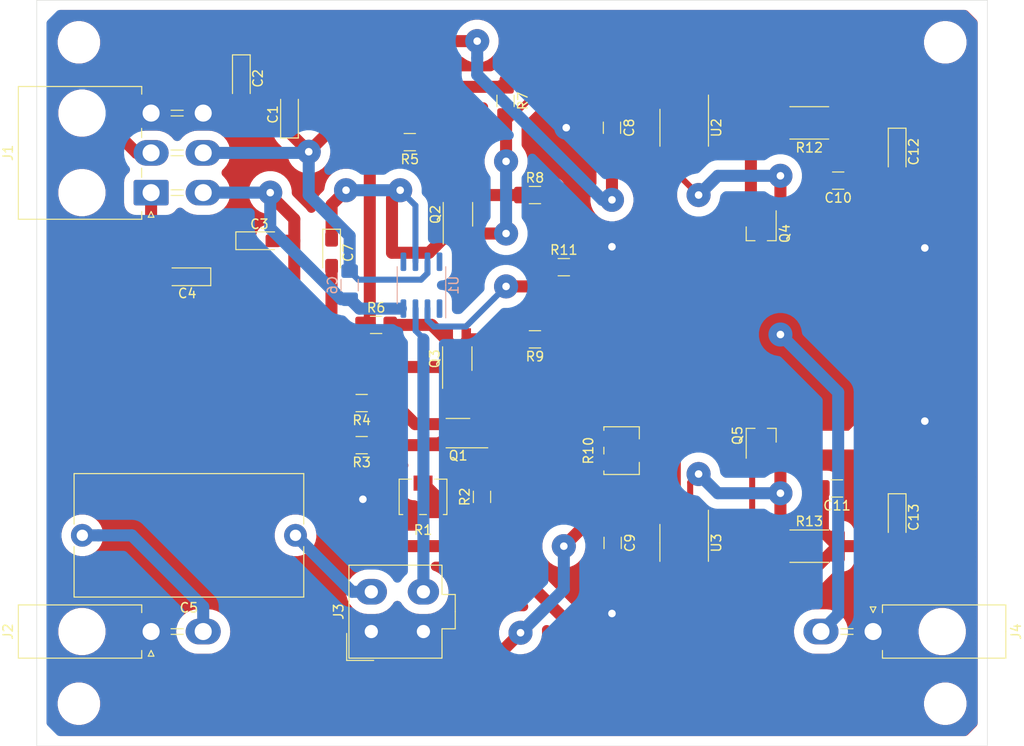
<source format=kicad_pcb>
(kicad_pcb (version 20171130) (host pcbnew "(5.1.6-0-10_14)")

  (general
    (thickness 1.6)
    (drawings 4)
    (tracks 239)
    (zones 0)
    (modules 42)
    (nets 37)
  )

  (page A4)
  (layers
    (0 F.Cu signal)
    (31 B.Cu signal)
    (33 F.Adhes user)
    (35 F.Paste user)
    (37 F.SilkS user)
    (38 B.Mask user)
    (39 F.Mask user)
    (40 Dwgs.User user)
    (41 Cmts.User user)
    (42 Eco1.User user)
    (43 Eco2.User user)
    (44 Edge.Cuts user)
    (45 Margin user)
    (46 B.CrtYd user)
    (47 F.CrtYd user)
    (49 F.Fab user)
  )

  (setup
    (last_trace_width 1.27)
    (user_trace_width 0.635)
    (user_trace_width 1.27)
    (trace_clearance 0.6)
    (zone_clearance 1)
    (zone_45_only no)
    (trace_min 0.635)
    (via_size 2.54)
    (via_drill 0.8)
    (via_min_size 2.54)
    (via_min_drill 0.8)
    (user_via 2.54 0.8)
    (uvia_size 0.3)
    (uvia_drill 0.1)
    (uvias_allowed no)
    (uvia_min_size 0.2)
    (uvia_min_drill 0.1)
    (edge_width 0.05)
    (segment_width 0.2)
    (pcb_text_width 0.3)
    (pcb_text_size 1.5 1.5)
    (mod_edge_width 0.12)
    (mod_text_size 1 1)
    (mod_text_width 0.15)
    (pad_size 2.7 3)
    (pad_drill 0)
    (pad_to_mask_clearance 0.051)
    (solder_mask_min_width 0.25)
    (aux_axis_origin 0 0)
    (visible_elements FFFFFF7F)
    (pcbplotparams
      (layerselection 0x010fc_ffffffff)
      (usegerberextensions false)
      (usegerberattributes false)
      (usegerberadvancedattributes false)
      (creategerberjobfile false)
      (excludeedgelayer true)
      (linewidth 0.100000)
      (plotframeref false)
      (viasonmask false)
      (mode 1)
      (useauxorigin false)
      (hpglpennumber 1)
      (hpglpenspeed 20)
      (hpglpendiameter 15.000000)
      (psnegative false)
      (psa4output false)
      (plotreference true)
      (plotvalue true)
      (plotinvisibletext false)
      (padsonsilk false)
      (subtractmaskfromsilk false)
      (outputformat 1)
      (mirror false)
      (drillshape 1)
      (scaleselection 1)
      (outputdirectory ""))
  )

  (net 0 "")
  (net 1 Vee)
  (net 2 Vcc)
  (net 3 "Net-(C5-Pad1)")
  (net 4 Vcc_hi)
  (net 5 GND)
  (net 6 Vee_hi)
  (net 7 "Net-(Q1-Pad1)")
  (net 8 "Net-(Q2-Pad4)")
  (net 9 "Net-(Q2-Pad3)")
  (net 10 "Net-(Q3-Pad4)")
  (net 11 "Net-(Q3-Pad3)")
  (net 12 "Net-(Q4-Pad2)")
  (net 13 "Net-(Q4-Pad1)")
  (net 14 "Net-(Q5-Pad2)")
  (net 15 "Net-(Q5-Pad1)")
  (net 16 "Net-(R1-Pad2)")
  (net 17 "Net-(U1-Pad8)")
  (net 18 "Net-(U1-Pad5)")
  (net 19 "Net-(U1-Pad1)")
  (net 20 "Net-(U2-Pad8)")
  (net 21 "Net-(U2-Pad5)")
  (net 22 "Net-(U2-Pad1)")
  (net 23 "Net-(U3-Pad8)")
  (net 24 "Net-(U3-Pad5)")
  (net 25 "Net-(U3-Pad1)")
  (net 26 "Net-(J3-Pad4)")
  (net 27 "Net-(J4-Pad2)")
  (net 28 "Net-(Q1-Pad4)")
  (net 29 "Net-(Q1-Pad3)")
  (net 30 "Net-(R5-Pad2)")
  (net 31 "Net-(R11-Pad1)")
  (net 32 "Net-(Q2-Pad2)")
  (net 33 "Net-(Q3-Pad2)")
  (net 34 "Net-(C5-Pad2)")
  (net 35 "Net-(C7-Pad2)")
  (net 36 "Net-(C7-Pad1)")

  (net_class Default "This is the default net class."
    (clearance 0.6)
    (trace_width 0.635)
    (via_dia 2.54)
    (via_drill 0.8)
    (uvia_dia 0.3)
    (uvia_drill 0.1)
    (diff_pair_width 0.635)
    (diff_pair_gap 0.25)
    (add_net GND)
    (add_net "Net-(C5-Pad1)")
    (add_net "Net-(C5-Pad2)")
    (add_net "Net-(C7-Pad1)")
    (add_net "Net-(C7-Pad2)")
    (add_net "Net-(J3-Pad4)")
    (add_net "Net-(J4-Pad2)")
    (add_net "Net-(Q1-Pad1)")
    (add_net "Net-(Q1-Pad3)")
    (add_net "Net-(Q1-Pad4)")
    (add_net "Net-(Q2-Pad2)")
    (add_net "Net-(Q2-Pad3)")
    (add_net "Net-(Q2-Pad4)")
    (add_net "Net-(Q3-Pad2)")
    (add_net "Net-(Q3-Pad3)")
    (add_net "Net-(Q3-Pad4)")
    (add_net "Net-(Q4-Pad1)")
    (add_net "Net-(Q4-Pad2)")
    (add_net "Net-(Q5-Pad1)")
    (add_net "Net-(Q5-Pad2)")
    (add_net "Net-(R1-Pad2)")
    (add_net "Net-(R11-Pad1)")
    (add_net "Net-(R5-Pad2)")
    (add_net "Net-(U1-Pad1)")
    (add_net "Net-(U1-Pad5)")
    (add_net "Net-(U1-Pad8)")
    (add_net "Net-(U2-Pad1)")
    (add_net "Net-(U2-Pad5)")
    (add_net "Net-(U2-Pad8)")
    (add_net "Net-(U3-Pad1)")
    (add_net "Net-(U3-Pad5)")
    (add_net "Net-(U3-Pad8)")
    (add_net Vcc)
    (add_net Vcc_hi)
    (add_net Vee)
    (add_net Vee_hi)
  )

  (module Capacitor_Tantalum_SMD:CP_EIA-3216-10_Kemet-I_Pad1.58x1.35mm_HandSolder (layer F.Cu) (tedit 5B301BBE) (tstamp 5F4686AF)
    (at 42.545 44.45)
    (descr "Tantalum Capacitor SMD Kemet-I (3216-10 Metric), IPC_7351 nominal, (Body size from: http://www.kemet.com/Lists/ProductCatalog/Attachments/253/KEM_TC101_STD.pdf), generated with kicad-footprint-generator")
    (tags "capacitor tantalum")
    (path /5F67FBAA)
    (attr smd)
    (fp_text reference C3 (at 0 -1.75) (layer F.SilkS)
      (effects (font (size 1 1) (thickness 0.15)))
    )
    (fp_text value 22u (at 0 1.75) (layer F.Fab)
      (effects (font (size 1 1) (thickness 0.15)))
    )
    (fp_text user %R (at 0 0) (layer F.Fab)
      (effects (font (size 0.8 0.8) (thickness 0.12)))
    )
    (fp_line (start 1.6 -0.8) (end -1.2 -0.8) (layer F.Fab) (width 0.1))
    (fp_line (start -1.2 -0.8) (end -1.6 -0.4) (layer F.Fab) (width 0.1))
    (fp_line (start -1.6 -0.4) (end -1.6 0.8) (layer F.Fab) (width 0.1))
    (fp_line (start -1.6 0.8) (end 1.6 0.8) (layer F.Fab) (width 0.1))
    (fp_line (start 1.6 0.8) (end 1.6 -0.8) (layer F.Fab) (width 0.1))
    (fp_line (start 1.6 -0.935) (end -2.485 -0.935) (layer F.SilkS) (width 0.12))
    (fp_line (start -2.485 -0.935) (end -2.485 0.935) (layer F.SilkS) (width 0.12))
    (fp_line (start -2.485 0.935) (end 1.6 0.935) (layer F.SilkS) (width 0.12))
    (fp_line (start -2.48 1.05) (end -2.48 -1.05) (layer F.CrtYd) (width 0.05))
    (fp_line (start -2.48 -1.05) (end 2.48 -1.05) (layer F.CrtYd) (width 0.05))
    (fp_line (start 2.48 -1.05) (end 2.48 1.05) (layer F.CrtYd) (width 0.05))
    (fp_line (start 2.48 1.05) (end -2.48 1.05) (layer F.CrtYd) (width 0.05))
    (pad 2 smd roundrect (at 1.4375 0) (size 1.575 1.35) (layers F.Cu F.Paste F.Mask) (roundrect_rratio 0.185185)
      (net 1 Vee))
    (pad 1 smd roundrect (at -1.4375 0) (size 1.575 1.35) (layers F.Cu F.Paste F.Mask) (roundrect_rratio 0.185185)
      (net 5 GND))
    (model ${KISYS3DMOD}/Capacitor_Tantalum_SMD.3dshapes/CP_EIA-3216-10_Kemet-I.wrl
      (at (xyz 0 0 0))
      (scale (xyz 1 1 1))
      (rotate (xyz 0 0 0))
    )
  )

  (module Capacitor_Tantalum_SMD:CP_EIA-3216-10_Kemet-I_Pad1.58x1.35mm_HandSolder (layer F.Cu) (tedit 5B301BBE) (tstamp 5F4686E5)
    (at 45.72 31.115 90)
    (descr "Tantalum Capacitor SMD Kemet-I (3216-10 Metric), IPC_7351 nominal, (Body size from: http://www.kemet.com/Lists/ProductCatalog/Attachments/253/KEM_TC101_STD.pdf), generated with kicad-footprint-generator")
    (tags "capacitor tantalum")
    (path /5F67FB9F)
    (attr smd)
    (fp_text reference C1 (at 0 -1.75 90) (layer F.SilkS)
      (effects (font (size 1 1) (thickness 0.15)))
    )
    (fp_text value 10u (at 0 1.75 90) (layer F.Fab)
      (effects (font (size 1 1) (thickness 0.15)))
    )
    (fp_text user %R (at 0 0 90) (layer F.Fab)
      (effects (font (size 0.8 0.8) (thickness 0.12)))
    )
    (fp_line (start 1.6 -0.8) (end -1.2 -0.8) (layer F.Fab) (width 0.1))
    (fp_line (start -1.2 -0.8) (end -1.6 -0.4) (layer F.Fab) (width 0.1))
    (fp_line (start -1.6 -0.4) (end -1.6 0.8) (layer F.Fab) (width 0.1))
    (fp_line (start -1.6 0.8) (end 1.6 0.8) (layer F.Fab) (width 0.1))
    (fp_line (start 1.6 0.8) (end 1.6 -0.8) (layer F.Fab) (width 0.1))
    (fp_line (start 1.6 -0.935) (end -2.485 -0.935) (layer F.SilkS) (width 0.12))
    (fp_line (start -2.485 -0.935) (end -2.485 0.935) (layer F.SilkS) (width 0.12))
    (fp_line (start -2.485 0.935) (end 1.6 0.935) (layer F.SilkS) (width 0.12))
    (fp_line (start -2.48 1.05) (end -2.48 -1.05) (layer F.CrtYd) (width 0.05))
    (fp_line (start -2.48 -1.05) (end 2.48 -1.05) (layer F.CrtYd) (width 0.05))
    (fp_line (start 2.48 -1.05) (end 2.48 1.05) (layer F.CrtYd) (width 0.05))
    (fp_line (start 2.48 1.05) (end -2.48 1.05) (layer F.CrtYd) (width 0.05))
    (pad 2 smd roundrect (at 1.4375 0 90) (size 1.575 1.35) (layers F.Cu F.Paste F.Mask) (roundrect_rratio 0.185185)
      (net 5 GND))
    (pad 1 smd roundrect (at -1.4375 0 90) (size 1.575 1.35) (layers F.Cu F.Paste F.Mask) (roundrect_rratio 0.185185)
      (net 2 Vcc))
    (model ${KISYS3DMOD}/Capacitor_Tantalum_SMD.3dshapes/CP_EIA-3216-10_Kemet-I.wrl
      (at (xyz 0 0 0))
      (scale (xyz 1 1 1))
      (rotate (xyz 0 0 0))
    )
  )

  (module Capacitor_Tantalum_SMD:CP_EIA-3216-10_Kemet-I_Pad1.58x1.35mm_HandSolder (layer F.Cu) (tedit 5B301BBE) (tstamp 5F45899D)
    (at 34.925 48.26 180)
    (descr "Tantalum Capacitor SMD Kemet-I (3216-10 Metric), IPC_7351 nominal, (Body size from: http://www.kemet.com/Lists/ProductCatalog/Attachments/253/KEM_TC101_STD.pdf), generated with kicad-footprint-generator")
    (tags "capacitor tantalum")
    (path /5F57DF01)
    (attr smd)
    (fp_text reference C4 (at 0 -1.75) (layer F.SilkS)
      (effects (font (size 1 1) (thickness 0.15)))
    )
    (fp_text value 22u (at 0 1.75) (layer F.Fab)
      (effects (font (size 1 1) (thickness 0.15)))
    )
    (fp_text user %R (at 0 0) (layer F.Fab)
      (effects (font (size 0.8 0.8) (thickness 0.12)))
    )
    (fp_line (start 1.6 -0.8) (end -1.2 -0.8) (layer F.Fab) (width 0.1))
    (fp_line (start -1.2 -0.8) (end -1.6 -0.4) (layer F.Fab) (width 0.1))
    (fp_line (start -1.6 -0.4) (end -1.6 0.8) (layer F.Fab) (width 0.1))
    (fp_line (start -1.6 0.8) (end 1.6 0.8) (layer F.Fab) (width 0.1))
    (fp_line (start 1.6 0.8) (end 1.6 -0.8) (layer F.Fab) (width 0.1))
    (fp_line (start 1.6 -0.935) (end -2.485 -0.935) (layer F.SilkS) (width 0.12))
    (fp_line (start -2.485 -0.935) (end -2.485 0.935) (layer F.SilkS) (width 0.12))
    (fp_line (start -2.485 0.935) (end 1.6 0.935) (layer F.SilkS) (width 0.12))
    (fp_line (start -2.48 1.05) (end -2.48 -1.05) (layer F.CrtYd) (width 0.05))
    (fp_line (start -2.48 -1.05) (end 2.48 -1.05) (layer F.CrtYd) (width 0.05))
    (fp_line (start 2.48 -1.05) (end 2.48 1.05) (layer F.CrtYd) (width 0.05))
    (fp_line (start 2.48 1.05) (end -2.48 1.05) (layer F.CrtYd) (width 0.05))
    (pad 2 smd roundrect (at 1.4375 0 180) (size 1.575 1.35) (layers F.Cu F.Paste F.Mask) (roundrect_rratio 0.185185)
      (net 6 Vee_hi))
    (pad 1 smd roundrect (at -1.4375 0 180) (size 1.575 1.35) (layers F.Cu F.Paste F.Mask) (roundrect_rratio 0.185185)
      (net 5 GND))
    (model ${KISYS3DMOD}/Capacitor_Tantalum_SMD.3dshapes/CP_EIA-3216-10_Kemet-I.wrl
      (at (xyz 0 0 0))
      (scale (xyz 1 1 1))
      (rotate (xyz 0 0 0))
    )
  )

  (module Capacitor_Tantalum_SMD:CP_EIA-3216-10_Kemet-I_Pad1.58x1.35mm_HandSolder (layer F.Cu) (tedit 5B301BBE) (tstamp 5F45898A)
    (at 40.64 27.305 270)
    (descr "Tantalum Capacitor SMD Kemet-I (3216-10 Metric), IPC_7351 nominal, (Body size from: http://www.kemet.com/Lists/ProductCatalog/Attachments/253/KEM_TC101_STD.pdf), generated with kicad-footprint-generator")
    (tags "capacitor tantalum")
    (path /5F4C6C76)
    (attr smd)
    (fp_text reference C2 (at 0 -1.75 90) (layer F.SilkS)
      (effects (font (size 1 1) (thickness 0.15)))
    )
    (fp_text value 10u (at 0 1.75 90) (layer F.Fab)
      (effects (font (size 1 1) (thickness 0.15)))
    )
    (fp_text user %R (at 0 0 90) (layer F.Fab)
      (effects (font (size 0.8 0.8) (thickness 0.12)))
    )
    (fp_line (start 1.6 -0.8) (end -1.2 -0.8) (layer F.Fab) (width 0.1))
    (fp_line (start -1.2 -0.8) (end -1.6 -0.4) (layer F.Fab) (width 0.1))
    (fp_line (start -1.6 -0.4) (end -1.6 0.8) (layer F.Fab) (width 0.1))
    (fp_line (start -1.6 0.8) (end 1.6 0.8) (layer F.Fab) (width 0.1))
    (fp_line (start 1.6 0.8) (end 1.6 -0.8) (layer F.Fab) (width 0.1))
    (fp_line (start 1.6 -0.935) (end -2.485 -0.935) (layer F.SilkS) (width 0.12))
    (fp_line (start -2.485 -0.935) (end -2.485 0.935) (layer F.SilkS) (width 0.12))
    (fp_line (start -2.485 0.935) (end 1.6 0.935) (layer F.SilkS) (width 0.12))
    (fp_line (start -2.48 1.05) (end -2.48 -1.05) (layer F.CrtYd) (width 0.05))
    (fp_line (start -2.48 -1.05) (end 2.48 -1.05) (layer F.CrtYd) (width 0.05))
    (fp_line (start 2.48 -1.05) (end 2.48 1.05) (layer F.CrtYd) (width 0.05))
    (fp_line (start 2.48 1.05) (end -2.48 1.05) (layer F.CrtYd) (width 0.05))
    (pad 2 smd roundrect (at 1.4375 0 270) (size 1.575 1.35) (layers F.Cu F.Paste F.Mask) (roundrect_rratio 0.185185)
      (net 5 GND))
    (pad 1 smd roundrect (at -1.4375 0 270) (size 1.575 1.35) (layers F.Cu F.Paste F.Mask) (roundrect_rratio 0.185185)
      (net 4 Vcc_hi))
    (model ${KISYS3DMOD}/Capacitor_Tantalum_SMD.3dshapes/CP_EIA-3216-10_Kemet-I.wrl
      (at (xyz 0 0 0))
      (scale (xyz 1 1 1))
      (rotate (xyz 0 0 0))
    )
  )

  (module Resistor_SMD:R_2512_6332Metric_Pad1.52x3.35mm_HandSolder (layer F.Cu) (tedit 5B301BBD) (tstamp 5EBC6F70)
    (at 100.584 76.708)
    (descr "Resistor SMD 2512 (6332 Metric), square (rectangular) end terminal, IPC_7351 nominal with elongated pad for handsoldering. (Body size source: http://www.tortai-tech.com/upload/download/2011102023233369053.pdf), generated with kicad-footprint-generator")
    (tags "resistor handsolder")
    (path /5E61D787)
    (attr smd)
    (fp_text reference R13 (at 0 -2.62) (layer F.SilkS)
      (effects (font (size 1 1) (thickness 0.15)))
    )
    (fp_text value 22 (at 0 2.62) (layer F.Fab)
      (effects (font (size 1 1) (thickness 0.15)))
    )
    (fp_line (start -3.15 1.6) (end -3.15 -1.6) (layer F.Fab) (width 0.1))
    (fp_line (start -3.15 -1.6) (end 3.15 -1.6) (layer F.Fab) (width 0.1))
    (fp_line (start 3.15 -1.6) (end 3.15 1.6) (layer F.Fab) (width 0.1))
    (fp_line (start 3.15 1.6) (end -3.15 1.6) (layer F.Fab) (width 0.1))
    (fp_line (start -2.052064 -1.71) (end 2.052064 -1.71) (layer F.SilkS) (width 0.12))
    (fp_line (start -2.052064 1.71) (end 2.052064 1.71) (layer F.SilkS) (width 0.12))
    (fp_line (start -4 1.92) (end -4 -1.92) (layer F.CrtYd) (width 0.05))
    (fp_line (start -4 -1.92) (end 4 -1.92) (layer F.CrtYd) (width 0.05))
    (fp_line (start 4 -1.92) (end 4 1.92) (layer F.CrtYd) (width 0.05))
    (fp_line (start 4 1.92) (end -4 1.92) (layer F.CrtYd) (width 0.05))
    (fp_text user %R (at 0 0) (layer F.Fab)
      (effects (font (size 1 1) (thickness 0.15)))
    )
    (pad 2 smd roundrect (at 2.9875 0) (size 1.525 3.35) (layers F.Cu F.Paste F.Mask) (roundrect_rratio 0.163934)
      (net 1 Vee))
    (pad 1 smd roundrect (at -2.9875 0) (size 1.525 3.35) (layers F.Cu F.Paste F.Mask) (roundrect_rratio 0.163934)
      (net 14 "Net-(Q5-Pad2)"))
    (model ${KISYS3DMOD}/Resistor_SMD.3dshapes/R_2512_6332Metric.wrl
      (at (xyz 0 0 0))
      (scale (xyz 1 1 1))
      (rotate (xyz 0 0 0))
    )
  )

  (module Capacitor_Tantalum_SMD:CP_EIA-3216-10_Kemet-I_Pad1.58x1.35mm_HandSolder (layer F.Cu) (tedit 5B301BBE) (tstamp 5E63ABE2)
    (at 109.855 73.66 270)
    (descr "Tantalum Capacitor SMD Kemet-I (3216-10 Metric), IPC_7351 nominal, (Body size from: http://www.kemet.com/Lists/ProductCatalog/Attachments/253/KEM_TC101_STD.pdf), generated with kicad-footprint-generator")
    (tags "capacitor tantalum")
    (path /5E61D7AB)
    (attr smd)
    (fp_text reference C13 (at 0 -1.75 90) (layer F.SilkS)
      (effects (font (size 1 1) (thickness 0.15)))
    )
    (fp_text value 10u (at 0 1.75 90) (layer F.Fab)
      (effects (font (size 1 1) (thickness 0.15)))
    )
    (fp_line (start 1.6 -0.8) (end -1.2 -0.8) (layer F.Fab) (width 0.1))
    (fp_line (start -1.2 -0.8) (end -1.6 -0.4) (layer F.Fab) (width 0.1))
    (fp_line (start -1.6 -0.4) (end -1.6 0.8) (layer F.Fab) (width 0.1))
    (fp_line (start -1.6 0.8) (end 1.6 0.8) (layer F.Fab) (width 0.1))
    (fp_line (start 1.6 0.8) (end 1.6 -0.8) (layer F.Fab) (width 0.1))
    (fp_line (start 1.6 -0.935) (end -2.485 -0.935) (layer F.SilkS) (width 0.12))
    (fp_line (start -2.485 -0.935) (end -2.485 0.935) (layer F.SilkS) (width 0.12))
    (fp_line (start -2.485 0.935) (end 1.6 0.935) (layer F.SilkS) (width 0.12))
    (fp_line (start -2.48 1.05) (end -2.48 -1.05) (layer F.CrtYd) (width 0.05))
    (fp_line (start -2.48 -1.05) (end 2.48 -1.05) (layer F.CrtYd) (width 0.05))
    (fp_line (start 2.48 -1.05) (end 2.48 1.05) (layer F.CrtYd) (width 0.05))
    (fp_line (start 2.48 1.05) (end -2.48 1.05) (layer F.CrtYd) (width 0.05))
    (fp_text user %R (at 0 0 90) (layer F.Fab)
      (effects (font (size 0.8 0.8) (thickness 0.12)))
    )
    (pad 2 smd roundrect (at 1.4375 0 270) (size 1.575 1.35) (layers F.Cu F.Paste F.Mask) (roundrect_rratio 0.185185)
      (net 1 Vee))
    (pad 1 smd roundrect (at -1.4375 0 270) (size 1.575 1.35) (layers F.Cu F.Paste F.Mask) (roundrect_rratio 0.185185)
      (net 5 GND))
    (model ${KISYS3DMOD}/Capacitor_Tantalum_SMD.3dshapes/CP_EIA-3216-10_Kemet-I.wrl
      (at (xyz 0 0 0))
      (scale (xyz 1 1 1))
      (rotate (xyz 0 0 0))
    )
  )

  (module Capacitor_Tantalum_SMD:CP_EIA-3216-10_Kemet-I_Pad1.58x1.35mm_HandSolder (layer F.Cu) (tedit 5B301BBE) (tstamp 5EBC694D)
    (at 109.855 35.052 270)
    (descr "Tantalum Capacitor SMD Kemet-I (3216-10 Metric), IPC_7351 nominal, (Body size from: http://www.kemet.com/Lists/ProductCatalog/Attachments/253/KEM_TC101_STD.pdf), generated with kicad-footprint-generator")
    (tags "capacitor tantalum")
    (path /5E61D86A)
    (attr smd)
    (fp_text reference C12 (at 0 -1.75 90) (layer F.SilkS)
      (effects (font (size 1 1) (thickness 0.15)))
    )
    (fp_text value 10u (at 0 1.75 90) (layer F.Fab)
      (effects (font (size 1 1) (thickness 0.15)))
    )
    (fp_line (start 1.6 -0.8) (end -1.2 -0.8) (layer F.Fab) (width 0.1))
    (fp_line (start -1.2 -0.8) (end -1.6 -0.4) (layer F.Fab) (width 0.1))
    (fp_line (start -1.6 -0.4) (end -1.6 0.8) (layer F.Fab) (width 0.1))
    (fp_line (start -1.6 0.8) (end 1.6 0.8) (layer F.Fab) (width 0.1))
    (fp_line (start 1.6 0.8) (end 1.6 -0.8) (layer F.Fab) (width 0.1))
    (fp_line (start 1.6 -0.935) (end -2.485 -0.935) (layer F.SilkS) (width 0.12))
    (fp_line (start -2.485 -0.935) (end -2.485 0.935) (layer F.SilkS) (width 0.12))
    (fp_line (start -2.485 0.935) (end 1.6 0.935) (layer F.SilkS) (width 0.12))
    (fp_line (start -2.48 1.05) (end -2.48 -1.05) (layer F.CrtYd) (width 0.05))
    (fp_line (start -2.48 -1.05) (end 2.48 -1.05) (layer F.CrtYd) (width 0.05))
    (fp_line (start 2.48 -1.05) (end 2.48 1.05) (layer F.CrtYd) (width 0.05))
    (fp_line (start 2.48 1.05) (end -2.48 1.05) (layer F.CrtYd) (width 0.05))
    (fp_text user %R (at 0 0 90) (layer F.Fab)
      (effects (font (size 0.8 0.8) (thickness 0.12)))
    )
    (pad 2 smd roundrect (at 1.4375 0 270) (size 1.575 1.35) (layers F.Cu F.Paste F.Mask) (roundrect_rratio 0.185185)
      (net 5 GND))
    (pad 1 smd roundrect (at -1.4375 0 270) (size 1.575 1.35) (layers F.Cu F.Paste F.Mask) (roundrect_rratio 0.185185)
      (net 2 Vcc))
    (model ${KISYS3DMOD}/Capacitor_Tantalum_SMD.3dshapes/CP_EIA-3216-10_Kemet-I.wrl
      (at (xyz 0 0 0))
      (scale (xyz 1 1 1))
      (rotate (xyz 0 0 0))
    )
  )

  (module Capacitor_Tantalum_SMD:CP_EIA-3216-10_Kemet-I_Pad1.58x1.35mm_HandSolder (layer F.Cu) (tedit 5B301BBE) (tstamp 5F149B37)
    (at 50.165 45.72 270)
    (descr "Tantalum Capacitor SMD Kemet-I (3216-10 Metric), IPC_7351 nominal, (Body size from: http://www.kemet.com/Lists/ProductCatalog/Attachments/253/KEM_TC101_STD.pdf), generated with kicad-footprint-generator")
    (tags "capacitor tantalum")
    (path /5E61D8AD)
    (attr smd)
    (fp_text reference C7 (at 0 -1.75 90) (layer F.SilkS)
      (effects (font (size 1 1) (thickness 0.15)))
    )
    (fp_text value 10u (at 0 1.75 90) (layer F.Fab)
      (effects (font (size 1 1) (thickness 0.15)))
    )
    (fp_line (start 1.6 -0.8) (end -1.2 -0.8) (layer F.Fab) (width 0.1))
    (fp_line (start -1.2 -0.8) (end -1.6 -0.4) (layer F.Fab) (width 0.1))
    (fp_line (start -1.6 -0.4) (end -1.6 0.8) (layer F.Fab) (width 0.1))
    (fp_line (start -1.6 0.8) (end 1.6 0.8) (layer F.Fab) (width 0.1))
    (fp_line (start 1.6 0.8) (end 1.6 -0.8) (layer F.Fab) (width 0.1))
    (fp_line (start 1.6 -0.935) (end -2.485 -0.935) (layer F.SilkS) (width 0.12))
    (fp_line (start -2.485 -0.935) (end -2.485 0.935) (layer F.SilkS) (width 0.12))
    (fp_line (start -2.485 0.935) (end 1.6 0.935) (layer F.SilkS) (width 0.12))
    (fp_line (start -2.48 1.05) (end -2.48 -1.05) (layer F.CrtYd) (width 0.05))
    (fp_line (start -2.48 -1.05) (end 2.48 -1.05) (layer F.CrtYd) (width 0.05))
    (fp_line (start 2.48 -1.05) (end 2.48 1.05) (layer F.CrtYd) (width 0.05))
    (fp_line (start 2.48 1.05) (end -2.48 1.05) (layer F.CrtYd) (width 0.05))
    (fp_text user %R (at 0 0 90) (layer F.Fab)
      (effects (font (size 0.8 0.8) (thickness 0.12)))
    )
    (pad 2 smd roundrect (at 1.4375 0 270) (size 1.575 1.35) (layers F.Cu F.Paste F.Mask) (roundrect_rratio 0.185185)
      (net 35 "Net-(C7-Pad2)"))
    (pad 1 smd roundrect (at -1.4375 0 270) (size 1.575 1.35) (layers F.Cu F.Paste F.Mask) (roundrect_rratio 0.185185)
      (net 36 "Net-(C7-Pad1)"))
    (model ${KISYS3DMOD}/Capacitor_Tantalum_SMD.3dshapes/CP_EIA-3216-10_Kemet-I.wrl
      (at (xyz 0 0 0))
      (scale (xyz 1 1 1))
      (rotate (xyz 0 0 0))
    )
  )

  (module Resistor_SMD:R_2512_6332Metric_Pad1.52x3.35mm_HandSolder (layer F.Cu) (tedit 5B301BBD) (tstamp 5E6AA16A)
    (at 100.584 32.004 180)
    (descr "Resistor SMD 2512 (6332 Metric), square (rectangular) end terminal, IPC_7351 nominal with elongated pad for handsoldering. (Body size source: http://www.tortai-tech.com/upload/download/2011102023233369053.pdf), generated with kicad-footprint-generator")
    (tags "resistor handsolder")
    (path /5E61D78D)
    (attr smd)
    (fp_text reference R12 (at 0 -2.62) (layer F.SilkS)
      (effects (font (size 1 1) (thickness 0.15)))
    )
    (fp_text value 22 (at 0 2.62) (layer F.Fab)
      (effects (font (size 1 1) (thickness 0.15)))
    )
    (fp_line (start -3.15 1.6) (end -3.15 -1.6) (layer F.Fab) (width 0.1))
    (fp_line (start -3.15 -1.6) (end 3.15 -1.6) (layer F.Fab) (width 0.1))
    (fp_line (start 3.15 -1.6) (end 3.15 1.6) (layer F.Fab) (width 0.1))
    (fp_line (start 3.15 1.6) (end -3.15 1.6) (layer F.Fab) (width 0.1))
    (fp_line (start -2.052064 -1.71) (end 2.052064 -1.71) (layer F.SilkS) (width 0.12))
    (fp_line (start -2.052064 1.71) (end 2.052064 1.71) (layer F.SilkS) (width 0.12))
    (fp_line (start -4 1.92) (end -4 -1.92) (layer F.CrtYd) (width 0.05))
    (fp_line (start -4 -1.92) (end 4 -1.92) (layer F.CrtYd) (width 0.05))
    (fp_line (start 4 -1.92) (end 4 1.92) (layer F.CrtYd) (width 0.05))
    (fp_line (start 4 1.92) (end -4 1.92) (layer F.CrtYd) (width 0.05))
    (fp_text user %R (at 0 0) (layer F.Fab)
      (effects (font (size 1 1) (thickness 0.15)))
    )
    (pad 2 smd roundrect (at 2.9875 0 180) (size 1.525 3.35) (layers F.Cu F.Paste F.Mask) (roundrect_rratio 0.163934)
      (net 12 "Net-(Q4-Pad2)"))
    (pad 1 smd roundrect (at -2.9875 0 180) (size 1.525 3.35) (layers F.Cu F.Paste F.Mask) (roundrect_rratio 0.163934)
      (net 2 Vcc))
    (model ${KISYS3DMOD}/Resistor_SMD.3dshapes/R_2512_6332Metric.wrl
      (at (xyz 0 0 0))
      (scale (xyz 1 1 1))
      (rotate (xyz 0 0 0))
    )
  )

  (module Resistor_SMD:R_1206_3216Metric_Pad1.42x1.75mm_HandSolder (layer F.Cu) (tedit 5B301BBD) (tstamp 5EBC2DF6)
    (at 53.34 61.595 180)
    (descr "Resistor SMD 1206 (3216 Metric), square (rectangular) end terminal, IPC_7351 nominal with elongated pad for handsoldering. (Body size source: http://www.tortai-tech.com/upload/download/2011102023233369053.pdf), generated with kicad-footprint-generator")
    (tags "resistor handsolder")
    (path /5EB7E5C5)
    (attr smd)
    (fp_text reference R4 (at 0 -1.82) (layer F.SilkS)
      (effects (font (size 1 1) (thickness 0.15)))
    )
    (fp_text value 0 (at 0 1.82) (layer F.Fab)
      (effects (font (size 1 1) (thickness 0.15)))
    )
    (fp_line (start -1.6 0.8) (end -1.6 -0.8) (layer F.Fab) (width 0.1))
    (fp_line (start -1.6 -0.8) (end 1.6 -0.8) (layer F.Fab) (width 0.1))
    (fp_line (start 1.6 -0.8) (end 1.6 0.8) (layer F.Fab) (width 0.1))
    (fp_line (start 1.6 0.8) (end -1.6 0.8) (layer F.Fab) (width 0.1))
    (fp_line (start -0.602064 -0.91) (end 0.602064 -0.91) (layer F.SilkS) (width 0.12))
    (fp_line (start -0.602064 0.91) (end 0.602064 0.91) (layer F.SilkS) (width 0.12))
    (fp_line (start -2.45 1.12) (end -2.45 -1.12) (layer F.CrtYd) (width 0.05))
    (fp_line (start -2.45 -1.12) (end 2.45 -1.12) (layer F.CrtYd) (width 0.05))
    (fp_line (start 2.45 -1.12) (end 2.45 1.12) (layer F.CrtYd) (width 0.05))
    (fp_line (start 2.45 1.12) (end -2.45 1.12) (layer F.CrtYd) (width 0.05))
    (fp_text user %R (at 0 0) (layer F.Fab)
      (effects (font (size 0.8 0.8) (thickness 0.12)))
    )
    (pad 2 smd roundrect (at 1.4875 0 180) (size 1.425 1.75) (layers F.Cu F.Paste F.Mask) (roundrect_rratio 0.175439)
      (net 1 Vee))
    (pad 1 smd roundrect (at -1.4875 0 180) (size 1.425 1.75) (layers F.Cu F.Paste F.Mask) (roundrect_rratio 0.175439)
      (net 29 "Net-(Q1-Pad3)"))
    (model ${KISYS3DMOD}/Resistor_SMD.3dshapes/R_1206_3216Metric.wrl
      (at (xyz 0 0 0))
      (scale (xyz 1 1 1))
      (rotate (xyz 0 0 0))
    )
  )

  (module Resistor_SMD:R_1206_3216Metric_Pad1.42x1.75mm_HandSolder (layer F.Cu) (tedit 5B301BBD) (tstamp 5EBC2DE5)
    (at 53.34 66.04 180)
    (descr "Resistor SMD 1206 (3216 Metric), square (rectangular) end terminal, IPC_7351 nominal with elongated pad for handsoldering. (Body size source: http://www.tortai-tech.com/upload/download/2011102023233369053.pdf), generated with kicad-footprint-generator")
    (tags "resistor handsolder")
    (path /5EB7D971)
    (attr smd)
    (fp_text reference R3 (at 0 -1.82) (layer F.SilkS)
      (effects (font (size 1 1) (thickness 0.15)))
    )
    (fp_text value 0 (at 0 1.82) (layer F.Fab)
      (effects (font (size 1 1) (thickness 0.15)))
    )
    (fp_line (start -1.6 0.8) (end -1.6 -0.8) (layer F.Fab) (width 0.1))
    (fp_line (start -1.6 -0.8) (end 1.6 -0.8) (layer F.Fab) (width 0.1))
    (fp_line (start 1.6 -0.8) (end 1.6 0.8) (layer F.Fab) (width 0.1))
    (fp_line (start 1.6 0.8) (end -1.6 0.8) (layer F.Fab) (width 0.1))
    (fp_line (start -0.602064 -0.91) (end 0.602064 -0.91) (layer F.SilkS) (width 0.12))
    (fp_line (start -0.602064 0.91) (end 0.602064 0.91) (layer F.SilkS) (width 0.12))
    (fp_line (start -2.45 1.12) (end -2.45 -1.12) (layer F.CrtYd) (width 0.05))
    (fp_line (start -2.45 -1.12) (end 2.45 -1.12) (layer F.CrtYd) (width 0.05))
    (fp_line (start 2.45 -1.12) (end 2.45 1.12) (layer F.CrtYd) (width 0.05))
    (fp_line (start 2.45 1.12) (end -2.45 1.12) (layer F.CrtYd) (width 0.05))
    (fp_text user %R (at 0 0) (layer F.Fab)
      (effects (font (size 0.8 0.8) (thickness 0.12)))
    )
    (pad 2 smd roundrect (at 1.4875 0 180) (size 1.425 1.75) (layers F.Cu F.Paste F.Mask) (roundrect_rratio 0.175439)
      (net 1 Vee))
    (pad 1 smd roundrect (at -1.4875 0 180) (size 1.425 1.75) (layers F.Cu F.Paste F.Mask) (roundrect_rratio 0.175439)
      (net 28 "Net-(Q1-Pad4)"))
    (model ${KISYS3DMOD}/Resistor_SMD.3dshapes/R_1206_3216Metric.wrl
      (at (xyz 0 0 0))
      (scale (xyz 1 1 1))
      (rotate (xyz 0 0 0))
    )
  )

  (module Package_SO:SOIC-8_3.9x4.9mm_P1.27mm (layer B.Cu) (tedit 5D9F72B1) (tstamp 5E761B2B)
    (at 59.65 49.144 90)
    (descr "SOIC, 8 Pin (JEDEC MS-012AA, https://www.analog.com/media/en/package-pcb-resources/package/pkg_pdf/soic_narrow-r/r_8.pdf), generated with kicad-footprint-generator ipc_gullwing_generator.py")
    (tags "SOIC SO")
    (path /5E61D83A)
    (attr smd)
    (fp_text reference U1 (at 0 3.4 270) (layer B.SilkS)
      (effects (font (size 1 1) (thickness 0.15)) (justify mirror))
    )
    (fp_text value OPA1641 (at 0 -3.4 270) (layer B.Fab)
      (effects (font (size 1 1) (thickness 0.15)) (justify mirror))
    )
    (fp_line (start 0 -2.56) (end 1.95 -2.56) (layer B.SilkS) (width 0.12))
    (fp_line (start 0 -2.56) (end -1.95 -2.56) (layer B.SilkS) (width 0.12))
    (fp_line (start 0 2.56) (end 1.95 2.56) (layer B.SilkS) (width 0.12))
    (fp_line (start 0 2.56) (end -3.45 2.56) (layer B.SilkS) (width 0.12))
    (fp_line (start -0.975 2.45) (end 1.95 2.45) (layer B.Fab) (width 0.1))
    (fp_line (start 1.95 2.45) (end 1.95 -2.45) (layer B.Fab) (width 0.1))
    (fp_line (start 1.95 -2.45) (end -1.95 -2.45) (layer B.Fab) (width 0.1))
    (fp_line (start -1.95 -2.45) (end -1.95 1.475) (layer B.Fab) (width 0.1))
    (fp_line (start -1.95 1.475) (end -0.975 2.45) (layer B.Fab) (width 0.1))
    (fp_line (start -3.7 2.7) (end -3.7 -2.7) (layer B.CrtYd) (width 0.05))
    (fp_line (start -3.7 -2.7) (end 3.7 -2.7) (layer B.CrtYd) (width 0.05))
    (fp_line (start 3.7 -2.7) (end 3.7 2.7) (layer B.CrtYd) (width 0.05))
    (fp_line (start 3.7 2.7) (end -3.7 2.7) (layer B.CrtYd) (width 0.05))
    (fp_text user %R (at 0 0 270) (layer B.Fab)
      (effects (font (size 0.98 0.98) (thickness 0.15)) (justify mirror))
    )
    (pad 8 smd roundrect (at 2.475 1.905 90) (size 1.95 0.6) (layers B.Cu B.Paste B.Mask) (roundrect_rratio 0.25)
      (net 17 "Net-(U1-Pad8)"))
    (pad 7 smd roundrect (at 2.475 0.635 90) (size 1.95 0.6) (layers B.Cu B.Paste B.Mask) (roundrect_rratio 0.25)
      (net 2 Vcc))
    (pad 6 smd roundrect (at 2.475 -0.635 90) (size 1.95 0.6) (layers B.Cu B.Paste B.Mask) (roundrect_rratio 0.25)
      (net 36 "Net-(C7-Pad1)"))
    (pad 5 smd roundrect (at 2.475 -1.905 90) (size 1.95 0.6) (layers B.Cu B.Paste B.Mask) (roundrect_rratio 0.25)
      (net 18 "Net-(U1-Pad5)"))
    (pad 4 smd roundrect (at -2.475 -1.905 90) (size 1.95 0.6) (layers B.Cu B.Paste B.Mask) (roundrect_rratio 0.25)
      (net 1 Vee))
    (pad 3 smd roundrect (at -2.475 -0.635 90) (size 1.95 0.6) (layers B.Cu B.Paste B.Mask) (roundrect_rratio 0.25)
      (net 26 "Net-(J3-Pad4)"))
    (pad 2 smd roundrect (at -2.475 0.635 90) (size 1.95 0.6) (layers B.Cu B.Paste B.Mask) (roundrect_rratio 0.25)
      (net 31 "Net-(R11-Pad1)"))
    (pad 1 smd roundrect (at -2.475 1.905 90) (size 1.95 0.6) (layers B.Cu B.Paste B.Mask) (roundrect_rratio 0.25)
      (net 19 "Net-(U1-Pad1)"))
    (model ${KISYS3DMOD}/Package_SO.3dshapes/SOIC-8_3.9x4.9mm_P1.27mm.wrl
      (at (xyz 0 0 0))
      (scale (xyz 1 1 1))
      (rotate (xyz 0 0 0))
    )
  )

  (module Capacitor_SMD:C_1206_3216Metric_Pad1.42x1.75mm_HandSolder (layer B.Cu) (tedit 5B301BBE) (tstamp 5E761AF2)
    (at 52.07 49.144 270)
    (descr "Capacitor SMD 1206 (3216 Metric), square (rectangular) end terminal, IPC_7351 nominal with elongated pad for handsoldering. (Body size source: http://www.tortai-tech.com/upload/download/2011102023233369053.pdf), generated with kicad-footprint-generator")
    (tags "capacitor handsolder")
    (path /5E61D8A6)
    (attr smd)
    (fp_text reference C6 (at 0 1.82 270) (layer B.SilkS)
      (effects (font (size 1 1) (thickness 0.15)) (justify mirror))
    )
    (fp_text value 0.1u (at 0 -1.82 270) (layer B.Fab)
      (effects (font (size 1 1) (thickness 0.15)) (justify mirror))
    )
    (fp_line (start -1.6 -0.8) (end -1.6 0.8) (layer B.Fab) (width 0.1))
    (fp_line (start -1.6 0.8) (end 1.6 0.8) (layer B.Fab) (width 0.1))
    (fp_line (start 1.6 0.8) (end 1.6 -0.8) (layer B.Fab) (width 0.1))
    (fp_line (start 1.6 -0.8) (end -1.6 -0.8) (layer B.Fab) (width 0.1))
    (fp_line (start -0.602064 0.91) (end 0.602064 0.91) (layer B.SilkS) (width 0.12))
    (fp_line (start -0.602064 -0.91) (end 0.602064 -0.91) (layer B.SilkS) (width 0.12))
    (fp_line (start -2.45 -1.12) (end -2.45 1.12) (layer B.CrtYd) (width 0.05))
    (fp_line (start -2.45 1.12) (end 2.45 1.12) (layer B.CrtYd) (width 0.05))
    (fp_line (start 2.45 1.12) (end 2.45 -1.12) (layer B.CrtYd) (width 0.05))
    (fp_line (start 2.45 -1.12) (end -2.45 -1.12) (layer B.CrtYd) (width 0.05))
    (fp_text user %R (at 0 0 270) (layer B.Fab)
      (effects (font (size 0.8 0.8) (thickness 0.12)) (justify mirror))
    )
    (pad 2 smd roundrect (at 1.4875 0 270) (size 1.425 1.75) (layers B.Cu B.Paste B.Mask) (roundrect_rratio 0.175439)
      (net 1 Vee))
    (pad 1 smd roundrect (at -1.4875 0 270) (size 1.425 1.75) (layers B.Cu B.Paste B.Mask) (roundrect_rratio 0.175439)
      (net 2 Vcc))
    (model ${KISYS3DMOD}/Capacitor_SMD.3dshapes/C_1206_3216Metric.wrl
      (at (xyz 0 0 0))
      (scale (xyz 1 1 1))
      (rotate (xyz 0 0 0))
    )
  )

  (module Potentiometer_SMD:Potentiometer_Bourns_3224W_Vertical (layer F.Cu) (tedit 5A3D7171) (tstamp 5E6CD3DC)
    (at 80.772 66.618 90)
    (descr "Potentiometer, vertical, Bourns 3224W, https://www.bourns.com/docs/Product-Datasheets/3224.pdf")
    (tags "Potentiometer vertical Bourns 3224W")
    (path /5E61D871)
    (attr smd)
    (fp_text reference R10 (at 0 -3.5 90) (layer F.SilkS)
      (effects (font (size 1 1) (thickness 0.15)))
    )
    (fp_text value 1k (at 0 3.5 90) (layer F.Fab)
      (effects (font (size 1 1) (thickness 0.15)))
    )
    (fp_circle (center -1.2 0.65) (end -0.45 0.65) (layer F.Fab) (width 0.1))
    (fp_line (start -2.4 -1.75) (end -2.4 1.75) (layer F.Fab) (width 0.1))
    (fp_line (start -2.4 1.75) (end 2.4 1.75) (layer F.Fab) (width 0.1))
    (fp_line (start 2.4 1.75) (end 2.4 -1.75) (layer F.Fab) (width 0.1))
    (fp_line (start 2.4 -1.75) (end -2.4 -1.75) (layer F.Fab) (width 0.1))
    (fp_line (start -1.2 1.393) (end -1.199 -0.092) (layer F.Fab) (width 0.1))
    (fp_line (start -1.2 1.393) (end -1.199 -0.092) (layer F.Fab) (width 0.1))
    (fp_line (start 2.14 -1.87) (end 2.52 -1.87) (layer F.SilkS) (width 0.12))
    (fp_line (start -2.52 -1.87) (end -2.14 -1.87) (layer F.SilkS) (width 0.12))
    (fp_line (start -0.36 -1.87) (end 0.36 -1.87) (layer F.SilkS) (width 0.12))
    (fp_line (start -2.52 1.87) (end -1.24 1.87) (layer F.SilkS) (width 0.12))
    (fp_line (start 1.24 1.87) (end 2.52 1.87) (layer F.SilkS) (width 0.12))
    (fp_line (start -2.52 -1.87) (end -2.52 1.87) (layer F.SilkS) (width 0.12))
    (fp_line (start 2.52 -1.87) (end 2.52 1.87) (layer F.SilkS) (width 0.12))
    (fp_line (start -2.65 -2.5) (end -2.65 2.5) (layer F.CrtYd) (width 0.05))
    (fp_line (start -2.65 2.5) (end 2.65 2.5) (layer F.CrtYd) (width 0.05))
    (fp_line (start 2.65 2.5) (end 2.65 -2.5) (layer F.CrtYd) (width 0.05))
    (fp_line (start 2.65 -2.5) (end -2.65 -2.5) (layer F.CrtYd) (width 0.05))
    (fp_text user %R (at 0.6 0 90) (layer F.Fab)
      (effects (font (size 0.6 0.6) (thickness 0.15)))
    )
    (pad 3 smd rect (at -1.25 -1.45 90) (size 1.3 1.6) (layers F.Cu F.Paste F.Mask)
      (net 1 Vee))
    (pad 2 smd rect (at 0 1.45 90) (size 2 1.6) (layers F.Cu F.Paste F.Mask)
      (net 1 Vee))
    (pad 1 smd rect (at 1.25 -1.45 90) (size 1.3 1.6) (layers F.Cu F.Paste F.Mask)
      (net 33 "Net-(Q3-Pad2)"))
    (model ${KISYS3DMOD}/Potentiometer_SMD.3dshapes/Potentiometer_Bourns_3224W_Vertical.wrl
      (at (xyz 0 0 0))
      (scale (xyz 1 1 1))
      (rotate (xyz 0 0 0))
    )
  )

  (module Resistor_SMD:R_1206_3216Metric_Pad1.42x1.75mm_HandSolder (layer F.Cu) (tedit 5B301BBD) (tstamp 5E63A99A)
    (at 68.524 29.682 270)
    (descr "Resistor SMD 1206 (3216 Metric), square (rectangular) end terminal, IPC_7351 nominal with elongated pad for handsoldering. (Body size source: http://www.tortai-tech.com/upload/download/2011102023233369053.pdf), generated with kicad-footprint-generator")
    (tags "resistor handsolder")
    (path /5E61D75D)
    (attr smd)
    (fp_text reference R7 (at 0 -1.82 90) (layer F.SilkS)
      (effects (font (size 1 1) (thickness 0.15)))
    )
    (fp_text value 600 (at 0 1.82 90) (layer F.Fab)
      (effects (font (size 1 1) (thickness 0.15)))
    )
    (fp_line (start -1.6 0.8) (end -1.6 -0.8) (layer F.Fab) (width 0.1))
    (fp_line (start -1.6 -0.8) (end 1.6 -0.8) (layer F.Fab) (width 0.1))
    (fp_line (start 1.6 -0.8) (end 1.6 0.8) (layer F.Fab) (width 0.1))
    (fp_line (start 1.6 0.8) (end -1.6 0.8) (layer F.Fab) (width 0.1))
    (fp_line (start -0.602064 -0.91) (end 0.602064 -0.91) (layer F.SilkS) (width 0.12))
    (fp_line (start -0.602064 0.91) (end 0.602064 0.91) (layer F.SilkS) (width 0.12))
    (fp_line (start -2.45 1.12) (end -2.45 -1.12) (layer F.CrtYd) (width 0.05))
    (fp_line (start -2.45 -1.12) (end 2.45 -1.12) (layer F.CrtYd) (width 0.05))
    (fp_line (start 2.45 -1.12) (end 2.45 1.12) (layer F.CrtYd) (width 0.05))
    (fp_line (start 2.45 1.12) (end -2.45 1.12) (layer F.CrtYd) (width 0.05))
    (fp_text user %R (at 0 0 90) (layer F.Fab)
      (effects (font (size 0.8 0.8) (thickness 0.12)))
    )
    (pad 2 smd roundrect (at 1.4875 0 270) (size 1.425 1.75) (layers F.Cu F.Paste F.Mask) (roundrect_rratio 0.175439)
      (net 32 "Net-(Q2-Pad2)"))
    (pad 1 smd roundrect (at -1.4875 0 270) (size 1.425 1.75) (layers F.Cu F.Paste F.Mask) (roundrect_rratio 0.175439)
      (net 2 Vcc))
    (model ${KISYS3DMOD}/Resistor_SMD.3dshapes/R_1206_3216Metric.wrl
      (at (xyz 0 0 0))
      (scale (xyz 1 1 1))
      (rotate (xyz 0 0 0))
    )
  )

  (module Resistor_SMD:R_1206_3216Metric_Pad1.42x1.75mm_HandSolder (layer F.Cu) (tedit 5B301BBD) (tstamp 5E6D2583)
    (at 71.628 39.624)
    (descr "Resistor SMD 1206 (3216 Metric), square (rectangular) end terminal, IPC_7351 nominal with elongated pad for handsoldering. (Body size source: http://www.tortai-tech.com/upload/download/2011102023233369053.pdf), generated with kicad-footprint-generator")
    (tags "resistor handsolder")
    (path /5E61D74B)
    (attr smd)
    (fp_text reference R8 (at 0 -1.82) (layer F.SilkS)
      (effects (font (size 1 1) (thickness 0.15)))
    )
    (fp_text value 400 (at 0 1.82) (layer F.Fab)
      (effects (font (size 1 1) (thickness 0.15)))
    )
    (fp_line (start -1.6 0.8) (end -1.6 -0.8) (layer F.Fab) (width 0.1))
    (fp_line (start -1.6 -0.8) (end 1.6 -0.8) (layer F.Fab) (width 0.1))
    (fp_line (start 1.6 -0.8) (end 1.6 0.8) (layer F.Fab) (width 0.1))
    (fp_line (start 1.6 0.8) (end -1.6 0.8) (layer F.Fab) (width 0.1))
    (fp_line (start -0.602064 -0.91) (end 0.602064 -0.91) (layer F.SilkS) (width 0.12))
    (fp_line (start -0.602064 0.91) (end 0.602064 0.91) (layer F.SilkS) (width 0.12))
    (fp_line (start -2.45 1.12) (end -2.45 -1.12) (layer F.CrtYd) (width 0.05))
    (fp_line (start -2.45 -1.12) (end 2.45 -1.12) (layer F.CrtYd) (width 0.05))
    (fp_line (start 2.45 -1.12) (end 2.45 1.12) (layer F.CrtYd) (width 0.05))
    (fp_line (start 2.45 1.12) (end -2.45 1.12) (layer F.CrtYd) (width 0.05))
    (fp_text user %R (at 0 0) (layer F.Fab)
      (effects (font (size 0.8 0.8) (thickness 0.12)))
    )
    (pad 2 smd roundrect (at 1.4875 0) (size 1.425 1.75) (layers F.Cu F.Paste F.Mask) (roundrect_rratio 0.175439)
      (net 31 "Net-(R11-Pad1)"))
    (pad 1 smd roundrect (at -1.4875 0) (size 1.425 1.75) (layers F.Cu F.Paste F.Mask) (roundrect_rratio 0.175439)
      (net 9 "Net-(Q2-Pad3)"))
    (model ${KISYS3DMOD}/Resistor_SMD.3dshapes/R_1206_3216Metric.wrl
      (at (xyz 0 0 0))
      (scale (xyz 1 1 1))
      (rotate (xyz 0 0 0))
    )
  )

  (module Resistor_SMD:R_1206_3216Metric_Pad1.42x1.75mm_HandSolder (layer F.Cu) (tedit 5B301BBD) (tstamp 5E6CD41E)
    (at 71.628 54.864 180)
    (descr "Resistor SMD 1206 (3216 Metric), square (rectangular) end terminal, IPC_7351 nominal with elongated pad for handsoldering. (Body size source: http://www.tortai-tech.com/upload/download/2011102023233369053.pdf), generated with kicad-footprint-generator")
    (tags "resistor handsolder")
    (path /5E61D751)
    (attr smd)
    (fp_text reference R9 (at 0 -1.82) (layer F.SilkS)
      (effects (font (size 1 1) (thickness 0.15)))
    )
    (fp_text value 400 (at 0 1.82) (layer F.Fab)
      (effects (font (size 1 1) (thickness 0.15)))
    )
    (fp_line (start -1.6 0.8) (end -1.6 -0.8) (layer F.Fab) (width 0.1))
    (fp_line (start -1.6 -0.8) (end 1.6 -0.8) (layer F.Fab) (width 0.1))
    (fp_line (start 1.6 -0.8) (end 1.6 0.8) (layer F.Fab) (width 0.1))
    (fp_line (start 1.6 0.8) (end -1.6 0.8) (layer F.Fab) (width 0.1))
    (fp_line (start -0.602064 -0.91) (end 0.602064 -0.91) (layer F.SilkS) (width 0.12))
    (fp_line (start -0.602064 0.91) (end 0.602064 0.91) (layer F.SilkS) (width 0.12))
    (fp_line (start -2.45 1.12) (end -2.45 -1.12) (layer F.CrtYd) (width 0.05))
    (fp_line (start -2.45 -1.12) (end 2.45 -1.12) (layer F.CrtYd) (width 0.05))
    (fp_line (start 2.45 -1.12) (end 2.45 1.12) (layer F.CrtYd) (width 0.05))
    (fp_line (start 2.45 1.12) (end -2.45 1.12) (layer F.CrtYd) (width 0.05))
    (fp_text user %R (at 0 0) (layer F.Fab)
      (effects (font (size 0.8 0.8) (thickness 0.12)))
    )
    (pad 2 smd roundrect (at 1.4875 0 180) (size 1.425 1.75) (layers F.Cu F.Paste F.Mask) (roundrect_rratio 0.175439)
      (net 11 "Net-(Q3-Pad3)"))
    (pad 1 smd roundrect (at -1.4875 0 180) (size 1.425 1.75) (layers F.Cu F.Paste F.Mask) (roundrect_rratio 0.175439)
      (net 31 "Net-(R11-Pad1)"))
    (model ${KISYS3DMOD}/Resistor_SMD.3dshapes/R_1206_3216Metric.wrl
      (at (xyz 0 0 0))
      (scale (xyz 1 1 1))
      (rotate (xyz 0 0 0))
    )
  )

  (module Resistor_SMD:R_1206_3216Metric_Pad1.42x1.75mm_HandSolder (layer F.Cu) (tedit 5B301BBD) (tstamp 5E70F881)
    (at 74.676 47.244)
    (descr "Resistor SMD 1206 (3216 Metric), square (rectangular) end terminal, IPC_7351 nominal with elongated pad for handsoldering. (Body size source: http://www.tortai-tech.com/upload/download/2011102023233369053.pdf), generated with kicad-footprint-generator")
    (tags "resistor handsolder")
    (path /5E61D757)
    (attr smd)
    (fp_text reference R11 (at 0 -1.82) (layer F.SilkS)
      (effects (font (size 1 1) (thickness 0.15)))
    )
    (fp_text value 600 (at 0 1.82) (layer F.Fab)
      (effects (font (size 1 1) (thickness 0.15)))
    )
    (fp_line (start -1.6 0.8) (end -1.6 -0.8) (layer F.Fab) (width 0.1))
    (fp_line (start -1.6 -0.8) (end 1.6 -0.8) (layer F.Fab) (width 0.1))
    (fp_line (start 1.6 -0.8) (end 1.6 0.8) (layer F.Fab) (width 0.1))
    (fp_line (start 1.6 0.8) (end -1.6 0.8) (layer F.Fab) (width 0.1))
    (fp_line (start -0.602064 -0.91) (end 0.602064 -0.91) (layer F.SilkS) (width 0.12))
    (fp_line (start -0.602064 0.91) (end 0.602064 0.91) (layer F.SilkS) (width 0.12))
    (fp_line (start -2.45 1.12) (end -2.45 -1.12) (layer F.CrtYd) (width 0.05))
    (fp_line (start -2.45 -1.12) (end 2.45 -1.12) (layer F.CrtYd) (width 0.05))
    (fp_line (start 2.45 -1.12) (end 2.45 1.12) (layer F.CrtYd) (width 0.05))
    (fp_line (start 2.45 1.12) (end -2.45 1.12) (layer F.CrtYd) (width 0.05))
    (fp_text user %R (at 0 0) (layer F.Fab)
      (effects (font (size 0.8 0.8) (thickness 0.12)))
    )
    (pad 2 smd roundrect (at 1.4875 0) (size 1.425 1.75) (layers F.Cu F.Paste F.Mask) (roundrect_rratio 0.175439)
      (net 5 GND))
    (pad 1 smd roundrect (at -1.4875 0) (size 1.425 1.75) (layers F.Cu F.Paste F.Mask) (roundrect_rratio 0.175439)
      (net 31 "Net-(R11-Pad1)"))
    (model ${KISYS3DMOD}/Resistor_SMD.3dshapes/R_1206_3216Metric.wrl
      (at (xyz 0 0 0))
      (scale (xyz 1 1 1))
      (rotate (xyz 0 0 0))
    )
  )

  (module MountingHole:MountingHole_2.5mm locked (layer F.Cu) (tedit 56D1B4CB) (tstamp 5E64AEA2)
    (at 114.935 93.345)
    (descr "Mounting Hole 2.5mm, no annular")
    (tags "mounting hole 2.5mm no annular")
    (attr virtual)
    (fp_text reference "" (at 0 -3.5) (layer F.SilkS)
      (effects (font (size 1 1) (thickness 0.15)))
    )
    (fp_text value "" (at 0 3.5) (layer F.Fab)
      (effects (font (size 1 1) (thickness 0.15)))
    )
    (fp_circle (center 0 0) (end 2.5 0) (layer Cmts.User) (width 0.15))
    (fp_circle (center 0 0) (end 2.75 0) (layer F.CrtYd) (width 0.05))
    (fp_text user %R (at 0.3 0) (layer F.Fab)
      (effects (font (size 1 1) (thickness 0.15)))
    )
    (pad 1 np_thru_hole circle (at 0 0) (size 2.5 2.5) (drill 2.5) (layers *.Cu *.Mask))
  )

  (module MountingHole:MountingHole_2.5mm locked (layer F.Cu) (tedit 56D1B4CB) (tstamp 5E64AFC4)
    (at 23.495 93.345)
    (descr "Mounting Hole 2.5mm, no annular")
    (tags "mounting hole 2.5mm no annular")
    (attr virtual)
    (fp_text reference "" (at 0 -3.5) (layer F.SilkS)
      (effects (font (size 1 1) (thickness 0.15)))
    )
    (fp_text value "" (at 0 3.5) (layer F.Fab)
      (effects (font (size 1 1) (thickness 0.15)))
    )
    (fp_circle (center 0 0) (end 2.5 0) (layer Cmts.User) (width 0.15))
    (fp_circle (center 0 0) (end 2.75 0) (layer F.CrtYd) (width 0.05))
    (fp_text user %R (at 0.3 0) (layer F.Fab)
      (effects (font (size 1 1) (thickness 0.15)))
    )
    (pad 1 np_thru_hole circle (at 0 0) (size 2.5 2.5) (drill 2.5) (layers *.Cu *.Mask))
  )

  (module MountingHole:MountingHole_2.5mm locked (layer F.Cu) (tedit 56D1B4CB) (tstamp 5E64AE5A)
    (at 114.935 23.495)
    (descr "Mounting Hole 2.5mm, no annular")
    (tags "mounting hole 2.5mm no annular")
    (attr virtual)
    (fp_text reference "" (at 0 -3.5) (layer F.SilkS)
      (effects (font (size 1 1) (thickness 0.15)))
    )
    (fp_text value "" (at 0 3.5) (layer F.Fab)
      (effects (font (size 1 1) (thickness 0.15)))
    )
    (fp_circle (center 0 0) (end 2.5 0) (layer Cmts.User) (width 0.15))
    (fp_circle (center 0 0) (end 2.75 0) (layer F.CrtYd) (width 0.05))
    (fp_text user %R (at 0.3 0) (layer F.Fab)
      (effects (font (size 1 1) (thickness 0.15)))
    )
    (pad 1 np_thru_hole circle (at 0 0) (size 2.5 2.5) (drill 2.5) (layers *.Cu *.Mask))
  )

  (module MountingHole:MountingHole_2.5mm locked (layer F.Cu) (tedit 56D1B4CB) (tstamp 5E64ADF9)
    (at 23.495 23.495)
    (descr "Mounting Hole 2.5mm, no annular")
    (tags "mounting hole 2.5mm no annular")
    (attr virtual)
    (fp_text reference "" (at 0 -3.5) (layer F.SilkS)
      (effects (font (size 1 1) (thickness 0.15)))
    )
    (fp_text value "" (at 0 3.5) (layer F.Fab)
      (effects (font (size 1 1) (thickness 0.15)))
    )
    (fp_circle (center 0 0) (end 2.5 0) (layer Cmts.User) (width 0.15))
    (fp_circle (center 0 0) (end 2.75 0) (layer F.CrtYd) (width 0.05))
    (fp_text user %R (at 0.3 0) (layer F.Fab)
      (effects (font (size 1 1) (thickness 0.15)))
    )
    (pad 1 np_thru_hole circle (at 0 0) (size 2.5 2.5) (drill 2.5) (layers *.Cu *.Mask))
  )

  (module Connector_Molex:Molex_Mini-Fit_Jr_5569-02A2_2x01_P4.20mm_Horizontal locked (layer F.Cu) (tedit 5B7818E8) (tstamp 5E6D67DA)
    (at 107.315 85.725 270)
    (descr "Molex Mini-Fit Jr. Power Connectors, old mpn/engineering number: 5569-02A2, example for new mpn: 39-30-0020, 1 Pins per row, Mounting: Snap-in Plastic Peg PCB Lock (http://www.molex.com/pdm_docs/sd/039300020_sd.pdf), generated with kicad-footprint-generator")
    (tags "connector Molex Mini-Fit_Jr top entryplastic_peg")
    (path /5E7F337A)
    (fp_text reference J4 (at 0 -15.1 90) (layer F.SilkS)
      (effects (font (size 1 1) (thickness 0.15)))
    )
    (fp_text value LINE_OUT (at 0 8.55 90) (layer F.Fab)
      (effects (font (size 1 1) (thickness 0.15)))
    )
    (fp_line (start -2.7 -13.9) (end -2.7 -1.1) (layer F.Fab) (width 0.1))
    (fp_line (start -2.7 -1.1) (end 2.7 -1.1) (layer F.Fab) (width 0.1))
    (fp_line (start 2.7 -1.1) (end 2.7 -13.9) (layer F.Fab) (width 0.1))
    (fp_line (start 2.7 -13.9) (end -2.7 -13.9) (layer F.Fab) (width 0.1))
    (fp_line (start -2 -0.99) (end -2.81 -0.99) (layer F.SilkS) (width 0.12))
    (fp_line (start -2.81 -0.99) (end -2.81 -14.01) (layer F.SilkS) (width 0.12))
    (fp_line (start -2.81 -14.01) (end 0 -14.01) (layer F.SilkS) (width 0.12))
    (fp_line (start 2 -0.99) (end 2.81 -0.99) (layer F.SilkS) (width 0.12))
    (fp_line (start 2.81 -0.99) (end 2.81 -14.01) (layer F.SilkS) (width 0.12))
    (fp_line (start 2.81 -14.01) (end 0 -14.01) (layer F.SilkS) (width 0.12))
    (fp_line (start -0.3 2.11) (end -0.3 3.39) (layer F.SilkS) (width 0.12))
    (fp_line (start 0.3 2.11) (end 0.3 3.39) (layer F.SilkS) (width 0.12))
    (fp_line (start -2 0) (end -2.6 0.3) (layer F.SilkS) (width 0.12))
    (fp_line (start -2.6 0.3) (end -2.6 -0.3) (layer F.SilkS) (width 0.12))
    (fp_line (start -2.6 -0.3) (end -2 0) (layer F.SilkS) (width 0.12))
    (fp_line (start -1 -1.1) (end 0 -2.514214) (layer F.Fab) (width 0.1))
    (fp_line (start 0 -2.514214) (end 1 -1.1) (layer F.Fab) (width 0.1))
    (fp_line (start -3.2 -14.4) (end -3.2 7.85) (layer F.CrtYd) (width 0.05))
    (fp_line (start -3.2 7.85) (end 3.2 7.85) (layer F.CrtYd) (width 0.05))
    (fp_line (start 3.2 7.85) (end 3.2 -14.4) (layer F.CrtYd) (width 0.05))
    (fp_line (start 3.2 -14.4) (end -3.2 -14.4) (layer F.CrtYd) (width 0.05))
    (fp_text user %R (at 0 -13.2 90) (layer F.Fab)
      (effects (font (size 1 1) (thickness 0.15)))
    )
    (pad "" np_thru_hole circle (at 0 -7.3 270) (size 3 3) (drill 3) (layers *.Cu *.Mask))
    (pad 2 thru_hole oval (at 0 5.5 270) (size 2.7 3.7) (drill 1.8) (layers *.Cu *.Mask)
      (net 27 "Net-(J4-Pad2)"))
    (pad 1 thru_hole roundrect (at 0 0 270) (size 2.7 3.7) (drill 1.8) (layers *.Cu *.Mask) (roundrect_rratio 0.09259299999999999)
      (net 5 GND))
    (model ${KISYS3DMOD}/Connector_Molex.3dshapes/Molex_Mini-Fit_Jr_5569-02A2_2x01_P4.20mm_Horizontal.wrl
      (at (xyz 0 0 0))
      (scale (xyz 1 1 1))
      (rotate (xyz 0 0 0))
    )
  )

  (module Connector_Molex:Molex_Mini-Fit_Jr_5566-04A_2x02_P4.20mm_Vertical locked (layer F.Cu) (tedit 5B781992) (tstamp 5E63AD31)
    (at 54.356 85.725 90)
    (descr "Molex Mini-Fit Jr. Power Connectors, old mpn/engineering number: 5566-04A, example for new mpn: 39-28-x04x, 2 Pins per row, Mounting:  (http://www.molex.com/pdm_docs/sd/039281043_sd.pdf), generated with kicad-footprint-generator")
    (tags "connector Molex Mini-Fit_Jr side entry")
    (path /5E75DA15)
    (fp_text reference J3 (at 2.1 -3.45 90) (layer F.SilkS)
      (effects (font (size 1 1) (thickness 0.15)))
    )
    (fp_text value ATT (at 2.1 9.95 90) (layer F.Fab)
      (effects (font (size 1 1) (thickness 0.15)))
    )
    (fp_line (start -2.7 -2.25) (end -2.7 7.35) (layer F.Fab) (width 0.1))
    (fp_line (start -2.7 7.35) (end 6.9 7.35) (layer F.Fab) (width 0.1))
    (fp_line (start 6.9 7.35) (end 6.9 -2.25) (layer F.Fab) (width 0.1))
    (fp_line (start 6.9 -2.25) (end -2.7 -2.25) (layer F.Fab) (width 0.1))
    (fp_line (start 0.4 7.35) (end 0.4 8.75) (layer F.Fab) (width 0.1))
    (fp_line (start 0.4 8.75) (end 3.8 8.75) (layer F.Fab) (width 0.1))
    (fp_line (start 3.8 8.75) (end 3.8 7.35) (layer F.Fab) (width 0.1))
    (fp_line (start -1.65 -1) (end -1.65 2.3) (layer F.Fab) (width 0.1))
    (fp_line (start -1.65 2.3) (end 1.65 2.3) (layer F.Fab) (width 0.1))
    (fp_line (start 1.65 2.3) (end 1.65 -1) (layer F.Fab) (width 0.1))
    (fp_line (start 1.65 -1) (end -1.65 -1) (layer F.Fab) (width 0.1))
    (fp_line (start -1.65 6.5) (end -1.65 4.025) (layer F.Fab) (width 0.1))
    (fp_line (start -1.65 4.025) (end -0.825 3.2) (layer F.Fab) (width 0.1))
    (fp_line (start -0.825 3.2) (end 0.825 3.2) (layer F.Fab) (width 0.1))
    (fp_line (start 0.825 3.2) (end 1.65 4.025) (layer F.Fab) (width 0.1))
    (fp_line (start 1.65 4.025) (end 1.65 6.5) (layer F.Fab) (width 0.1))
    (fp_line (start 1.65 6.5) (end -1.65 6.5) (layer F.Fab) (width 0.1))
    (fp_line (start 2.55 3.2) (end 2.55 6.5) (layer F.Fab) (width 0.1))
    (fp_line (start 2.55 6.5) (end 5.85 6.5) (layer F.Fab) (width 0.1))
    (fp_line (start 5.85 6.5) (end 5.85 3.2) (layer F.Fab) (width 0.1))
    (fp_line (start 5.85 3.2) (end 2.55 3.2) (layer F.Fab) (width 0.1))
    (fp_line (start 2.55 2.3) (end 2.55 -0.175) (layer F.Fab) (width 0.1))
    (fp_line (start 2.55 -0.175) (end 3.375 -1) (layer F.Fab) (width 0.1))
    (fp_line (start 3.375 -1) (end 5.025 -1) (layer F.Fab) (width 0.1))
    (fp_line (start 5.025 -1) (end 5.85 -0.175) (layer F.Fab) (width 0.1))
    (fp_line (start 5.85 -0.175) (end 5.85 2.3) (layer F.Fab) (width 0.1))
    (fp_line (start 5.85 2.3) (end 2.55 2.3) (layer F.Fab) (width 0.1))
    (fp_line (start 2.1 -2.36) (end -2.81 -2.36) (layer F.SilkS) (width 0.12))
    (fp_line (start -2.81 -2.36) (end -2.81 7.46) (layer F.SilkS) (width 0.12))
    (fp_line (start -2.81 7.46) (end 0.29 7.46) (layer F.SilkS) (width 0.12))
    (fp_line (start 0.29 7.46) (end 0.29 8.86) (layer F.SilkS) (width 0.12))
    (fp_line (start 0.29 8.86) (end 2.1 8.86) (layer F.SilkS) (width 0.12))
    (fp_line (start 2.1 -2.36) (end 7.01 -2.36) (layer F.SilkS) (width 0.12))
    (fp_line (start 7.01 -2.36) (end 7.01 7.46) (layer F.SilkS) (width 0.12))
    (fp_line (start 7.01 7.46) (end 3.91 7.46) (layer F.SilkS) (width 0.12))
    (fp_line (start 3.91 7.46) (end 3.91 8.86) (layer F.SilkS) (width 0.12))
    (fp_line (start 3.91 8.86) (end 2.1 8.86) (layer F.SilkS) (width 0.12))
    (fp_line (start -0.2 -2.6) (end -3.05 -2.6) (layer F.SilkS) (width 0.12))
    (fp_line (start -3.05 -2.6) (end -3.05 0.25) (layer F.SilkS) (width 0.12))
    (fp_line (start -0.2 -2.6) (end -3.05 -2.6) (layer F.Fab) (width 0.1))
    (fp_line (start -3.05 -2.6) (end -3.05 0.25) (layer F.Fab) (width 0.1))
    (fp_line (start -3.2 -2.75) (end -3.2 9.25) (layer F.CrtYd) (width 0.05))
    (fp_line (start -3.2 9.25) (end 7.4 9.25) (layer F.CrtYd) (width 0.05))
    (fp_line (start 7.4 9.25) (end 7.4 -2.75) (layer F.CrtYd) (width 0.05))
    (fp_line (start 7.4 -2.75) (end -3.2 -2.75) (layer F.CrtYd) (width 0.05))
    (fp_text user %R (at 2.1 -1.55 90) (layer F.Fab)
      (effects (font (size 1 1) (thickness 0.15)))
    )
    (pad 4 thru_hole oval (at 4.2 5.5 90) (size 2.7 3.3) (drill 1.4) (layers *.Cu *.Mask)
      (net 26 "Net-(J3-Pad4)"))
    (pad 3 thru_hole oval (at 0 5.5 90) (size 2.7 3.3) (drill 1.4) (layers *.Cu *.Mask)
      (net 5 GND))
    (pad 2 thru_hole oval (at 4.2 0 90) (size 2.7 3.3) (drill 1.4) (layers *.Cu *.Mask)
      (net 3 "Net-(C5-Pad1)"))
    (pad 1 thru_hole roundrect (at 0 0 90) (size 2.7 3.3) (drill 1.4) (layers *.Cu *.Mask) (roundrect_rratio 0.09259299999999999)
      (net 5 GND))
    (model ${KISYS3DMOD}/Connector_Molex.3dshapes/Molex_Mini-Fit_Jr_5566-04A_2x02_P4.20mm_Vertical.wrl
      (at (xyz 0 0 0))
      (scale (xyz 1 1 1))
      (rotate (xyz 0 0 0))
    )
  )

  (module Connector_Molex:Molex_Mini-Fit_Jr_5569-02A2_2x01_P4.20mm_Horizontal locked (layer F.Cu) (tedit 5B7818E8) (tstamp 5E64B226)
    (at 31.115 85.725 90)
    (descr "Molex Mini-Fit Jr. Power Connectors, old mpn/engineering number: 5569-02A2, example for new mpn: 39-30-0020, 1 Pins per row, Mounting: Snap-in Plastic Peg PCB Lock (http://www.molex.com/pdm_docs/sd/039300020_sd.pdf), generated with kicad-footprint-generator")
    (tags "connector Molex Mini-Fit_Jr top entryplastic_peg")
    (path /5E755AED)
    (fp_text reference J2 (at 0 -15.1 90) (layer F.SilkS)
      (effects (font (size 1 1) (thickness 0.15)))
    )
    (fp_text value LINE_IN (at 0 8.55 90) (layer F.Fab)
      (effects (font (size 1 1) (thickness 0.15)))
    )
    (fp_line (start -2.7 -13.9) (end -2.7 -1.1) (layer F.Fab) (width 0.1))
    (fp_line (start -2.7 -1.1) (end 2.7 -1.1) (layer F.Fab) (width 0.1))
    (fp_line (start 2.7 -1.1) (end 2.7 -13.9) (layer F.Fab) (width 0.1))
    (fp_line (start 2.7 -13.9) (end -2.7 -13.9) (layer F.Fab) (width 0.1))
    (fp_line (start -2 -0.99) (end -2.81 -0.99) (layer F.SilkS) (width 0.12))
    (fp_line (start -2.81 -0.99) (end -2.81 -14.01) (layer F.SilkS) (width 0.12))
    (fp_line (start -2.81 -14.01) (end 0 -14.01) (layer F.SilkS) (width 0.12))
    (fp_line (start 2 -0.99) (end 2.81 -0.99) (layer F.SilkS) (width 0.12))
    (fp_line (start 2.81 -0.99) (end 2.81 -14.01) (layer F.SilkS) (width 0.12))
    (fp_line (start 2.81 -14.01) (end 0 -14.01) (layer F.SilkS) (width 0.12))
    (fp_line (start -0.3 2.11) (end -0.3 3.39) (layer F.SilkS) (width 0.12))
    (fp_line (start 0.3 2.11) (end 0.3 3.39) (layer F.SilkS) (width 0.12))
    (fp_line (start -2 0) (end -2.6 0.3) (layer F.SilkS) (width 0.12))
    (fp_line (start -2.6 0.3) (end -2.6 -0.3) (layer F.SilkS) (width 0.12))
    (fp_line (start -2.6 -0.3) (end -2 0) (layer F.SilkS) (width 0.12))
    (fp_line (start -1 -1.1) (end 0 -2.514214) (layer F.Fab) (width 0.1))
    (fp_line (start 0 -2.514214) (end 1 -1.1) (layer F.Fab) (width 0.1))
    (fp_line (start -3.2 -14.4) (end -3.2 7.85) (layer F.CrtYd) (width 0.05))
    (fp_line (start -3.2 7.85) (end 3.2 7.85) (layer F.CrtYd) (width 0.05))
    (fp_line (start 3.2 7.85) (end 3.2 -14.4) (layer F.CrtYd) (width 0.05))
    (fp_line (start 3.2 -14.4) (end -3.2 -14.4) (layer F.CrtYd) (width 0.05))
    (fp_text user %R (at 0 -13.2 90) (layer F.Fab)
      (effects (font (size 1 1) (thickness 0.15)))
    )
    (pad "" np_thru_hole circle (at 0 -7.3 90) (size 3 3) (drill 3) (layers *.Cu *.Mask))
    (pad 2 thru_hole oval (at 0 5.5 90) (size 2.7 3.7) (drill 1.8) (layers *.Cu *.Mask)
      (net 34 "Net-(C5-Pad2)"))
    (pad 1 thru_hole roundrect (at 0 0 90) (size 2.7 3.7) (drill 1.8) (layers *.Cu *.Mask) (roundrect_rratio 0.09259299999999999)
      (net 5 GND))
    (model ${KISYS3DMOD}/Connector_Molex.3dshapes/Molex_Mini-Fit_Jr_5569-02A2_2x01_P4.20mm_Horizontal.wrl
      (at (xyz 0 0 0))
      (scale (xyz 1 1 1))
      (rotate (xyz 0 0 0))
    )
  )

  (module Connector_Molex:Molex_Mini-Fit_Jr_5569-06A2_2x03_P4.20mm_Horizontal locked (layer F.Cu) (tedit 5B7818E8) (tstamp 5E63ADC2)
    (at 31.115 39.37 90)
    (descr "Molex Mini-Fit Jr. Power Connectors, old mpn/engineering number: 5569-06A2, example for new mpn: 39-30-0060, 3 Pins per row, Mounting: Snap-in Plastic Peg PCB Lock (http://www.molex.com/pdm_docs/sd/039300020_sd.pdf), generated with kicad-footprint-generator")
    (tags "connector Molex Mini-Fit_Jr top entryplastic_peg")
    (path /5E6C6CA1)
    (fp_text reference J1 (at 4.2 -15.1 90) (layer F.SilkS)
      (effects (font (size 1 1) (thickness 0.15)))
    )
    (fp_text value POWER (at 4.2 8.55 90) (layer F.Fab)
      (effects (font (size 1 1) (thickness 0.15)))
    )
    (fp_line (start -2.7 -13.9) (end -2.7 -1.1) (layer F.Fab) (width 0.1))
    (fp_line (start -2.7 -1.1) (end 11.1 -1.1) (layer F.Fab) (width 0.1))
    (fp_line (start 11.1 -1.1) (end 11.1 -13.9) (layer F.Fab) (width 0.1))
    (fp_line (start 11.1 -13.9) (end -2.7 -13.9) (layer F.Fab) (width 0.1))
    (fp_line (start -2 -0.99) (end -2.81 -0.99) (layer F.SilkS) (width 0.12))
    (fp_line (start -2.81 -0.99) (end -2.81 -14.01) (layer F.SilkS) (width 0.12))
    (fp_line (start -2.81 -14.01) (end 4.2 -14.01) (layer F.SilkS) (width 0.12))
    (fp_line (start 10.4 -0.99) (end 11.21 -0.99) (layer F.SilkS) (width 0.12))
    (fp_line (start 11.21 -0.99) (end 11.21 -14.01) (layer F.SilkS) (width 0.12))
    (fp_line (start 11.21 -14.01) (end 4.2 -14.01) (layer F.SilkS) (width 0.12))
    (fp_line (start -0.3 2.11) (end -0.3 3.39) (layer F.SilkS) (width 0.12))
    (fp_line (start 0.3 2.11) (end 0.3 3.39) (layer F.SilkS) (width 0.12))
    (fp_line (start 3.9 2.11) (end 3.9 3.39) (layer F.SilkS) (width 0.12))
    (fp_line (start 4.5 2.11) (end 4.5 3.39) (layer F.SilkS) (width 0.12))
    (fp_line (start 8.1 2.11) (end 8.1 3.39) (layer F.SilkS) (width 0.12))
    (fp_line (start 8.7 2.11) (end 8.7 3.39) (layer F.SilkS) (width 0.12))
    (fp_line (start 1.61 -1) (end 2.59 -1) (layer F.SilkS) (width 0.12))
    (fp_line (start 5.81 -1) (end 6.79 -1) (layer F.SilkS) (width 0.12))
    (fp_line (start -2 0) (end -2.6 0.3) (layer F.SilkS) (width 0.12))
    (fp_line (start -2.6 0.3) (end -2.6 -0.3) (layer F.SilkS) (width 0.12))
    (fp_line (start -2.6 -0.3) (end -2 0) (layer F.SilkS) (width 0.12))
    (fp_line (start -1 -1.1) (end 0 -2.514214) (layer F.Fab) (width 0.1))
    (fp_line (start 0 -2.514214) (end 1 -1.1) (layer F.Fab) (width 0.1))
    (fp_line (start -3.2 -14.4) (end -3.2 7.85) (layer F.CrtYd) (width 0.05))
    (fp_line (start -3.2 7.85) (end 11.6 7.85) (layer F.CrtYd) (width 0.05))
    (fp_line (start 11.6 7.85) (end 11.6 -14.4) (layer F.CrtYd) (width 0.05))
    (fp_line (start 11.6 -14.4) (end -3.2 -14.4) (layer F.CrtYd) (width 0.05))
    (fp_text user %R (at 4.2 -13.2 90) (layer F.Fab)
      (effects (font (size 1 1) (thickness 0.15)))
    )
    (pad "" np_thru_hole circle (at 8.4 -7.3 90) (size 3 3) (drill 3) (layers *.Cu *.Mask))
    (pad "" np_thru_hole circle (at 0 -7.3 90) (size 3 3) (drill 3) (layers *.Cu *.Mask))
    (pad 6 thru_hole oval (at 8.4 5.5 90) (size 2.7 3.7) (drill 1.8) (layers *.Cu *.Mask)
      (net 5 GND))
    (pad 5 thru_hole oval (at 4.2 5.5 90) (size 2.7 3.7) (drill 1.8) (layers *.Cu *.Mask)
      (net 2 Vcc))
    (pad 4 thru_hole oval (at 0 5.5 90) (size 2.7 3.7) (drill 1.8) (layers *.Cu *.Mask)
      (net 1 Vee))
    (pad 3 thru_hole oval (at 8.4 0 90) (size 2.7 3.7) (drill 1.8) (layers *.Cu *.Mask)
      (net 5 GND))
    (pad 2 thru_hole oval (at 4.2 0 90) (size 2.7 3.7) (drill 1.8) (layers *.Cu *.Mask)
      (net 4 Vcc_hi))
    (pad 1 thru_hole roundrect (at 0 0 90) (size 2.7 3.7) (drill 1.8) (layers *.Cu *.Mask) (roundrect_rratio 0.09259299999999999)
      (net 6 Vee_hi))
    (model ${KISYS3DMOD}/Connector_Molex.3dshapes/Molex_Mini-Fit_Jr_5569-06A2_2x03_P4.20mm_Horizontal.wrl
      (at (xyz 0 0 0))
      (scale (xyz 1 1 1))
      (rotate (xyz 0 0 0))
    )
  )

  (module Package_SO:SOIC-8_3.9x4.9mm_P1.27mm (layer F.Cu) (tedit 5D9F72B1) (tstamp 5E63AAAE)
    (at 87.376 76.364 270)
    (descr "SOIC, 8 Pin (JEDEC MS-012AA, https://www.analog.com/media/en/package-pcb-resources/package/pkg_pdf/soic_narrow-r/r_8.pdf), generated with kicad-footprint-generator ipc_gullwing_generator.py")
    (tags "SOIC SO")
    (path /5E61D775)
    (attr smd)
    (fp_text reference U3 (at 0 -3.4 90) (layer F.SilkS)
      (effects (font (size 1 1) (thickness 0.15)))
    )
    (fp_text value OPA1611 (at 0 3.4 90) (layer F.Fab)
      (effects (font (size 1 1) (thickness 0.15)))
    )
    (fp_line (start 0 2.56) (end 1.95 2.56) (layer F.SilkS) (width 0.12))
    (fp_line (start 0 2.56) (end -1.95 2.56) (layer F.SilkS) (width 0.12))
    (fp_line (start 0 -2.56) (end 1.95 -2.56) (layer F.SilkS) (width 0.12))
    (fp_line (start 0 -2.56) (end -3.45 -2.56) (layer F.SilkS) (width 0.12))
    (fp_line (start -0.975 -2.45) (end 1.95 -2.45) (layer F.Fab) (width 0.1))
    (fp_line (start 1.95 -2.45) (end 1.95 2.45) (layer F.Fab) (width 0.1))
    (fp_line (start 1.95 2.45) (end -1.95 2.45) (layer F.Fab) (width 0.1))
    (fp_line (start -1.95 2.45) (end -1.95 -1.475) (layer F.Fab) (width 0.1))
    (fp_line (start -1.95 -1.475) (end -0.975 -2.45) (layer F.Fab) (width 0.1))
    (fp_line (start -3.7 -2.7) (end -3.7 2.7) (layer F.CrtYd) (width 0.05))
    (fp_line (start -3.7 2.7) (end 3.7 2.7) (layer F.CrtYd) (width 0.05))
    (fp_line (start 3.7 2.7) (end 3.7 -2.7) (layer F.CrtYd) (width 0.05))
    (fp_line (start 3.7 -2.7) (end -3.7 -2.7) (layer F.CrtYd) (width 0.05))
    (fp_text user %R (at 0 0 90) (layer F.Fab)
      (effects (font (size 0.98 0.98) (thickness 0.15)))
    )
    (pad 8 smd roundrect (at 2.475 -1.905 270) (size 1.95 0.6) (layers F.Cu F.Paste F.Mask) (roundrect_rratio 0.25)
      (net 23 "Net-(U3-Pad8)"))
    (pad 7 smd roundrect (at 2.475 -0.635 270) (size 1.95 0.6) (layers F.Cu F.Paste F.Mask) (roundrect_rratio 0.25)
      (net 5 GND))
    (pad 6 smd roundrect (at 2.475 0.635 270) (size 1.95 0.6) (layers F.Cu F.Paste F.Mask) (roundrect_rratio 0.25)
      (net 15 "Net-(Q5-Pad1)"))
    (pad 5 smd roundrect (at 2.475 1.905 270) (size 1.95 0.6) (layers F.Cu F.Paste F.Mask) (roundrect_rratio 0.25)
      (net 24 "Net-(U3-Pad5)"))
    (pad 4 smd roundrect (at -2.475 1.905 270) (size 1.95 0.6) (layers F.Cu F.Paste F.Mask) (roundrect_rratio 0.25)
      (net 6 Vee_hi))
    (pad 3 smd roundrect (at -2.475 0.635 270) (size 1.95 0.6) (layers F.Cu F.Paste F.Mask) (roundrect_rratio 0.25)
      (net 33 "Net-(Q3-Pad2)"))
    (pad 2 smd roundrect (at -2.475 -0.635 270) (size 1.95 0.6) (layers F.Cu F.Paste F.Mask) (roundrect_rratio 0.25)
      (net 14 "Net-(Q5-Pad2)"))
    (pad 1 smd roundrect (at -2.475 -1.905 270) (size 1.95 0.6) (layers F.Cu F.Paste F.Mask) (roundrect_rratio 0.25)
      (net 25 "Net-(U3-Pad1)"))
    (model ${KISYS3DMOD}/Package_SO.3dshapes/SOIC-8_3.9x4.9mm_P1.27mm.wrl
      (at (xyz 0 0 0))
      (scale (xyz 1 1 1))
      (rotate (xyz 0 0 0))
    )
  )

  (module Package_SO:SOIC-8_3.9x4.9mm_P1.27mm (layer F.Cu) (tedit 5D9F72B1) (tstamp 5E63AAF9)
    (at 87.381 32.518 270)
    (descr "SOIC, 8 Pin (JEDEC MS-012AA, https://www.analog.com/media/en/package-pcb-resources/package/pkg_pdf/soic_narrow-r/r_8.pdf), generated with kicad-footprint-generator ipc_gullwing_generator.py")
    (tags "SOIC SO")
    (path /5E61D76F)
    (attr smd)
    (fp_text reference U2 (at 0 -3.4 90) (layer F.SilkS)
      (effects (font (size 1 1) (thickness 0.15)))
    )
    (fp_text value OPA1611 (at 0 3.4 90) (layer F.Fab)
      (effects (font (size 1 1) (thickness 0.15)))
    )
    (fp_line (start 0 2.56) (end 1.95 2.56) (layer F.SilkS) (width 0.12))
    (fp_line (start 0 2.56) (end -1.95 2.56) (layer F.SilkS) (width 0.12))
    (fp_line (start 0 -2.56) (end 1.95 -2.56) (layer F.SilkS) (width 0.12))
    (fp_line (start 0 -2.56) (end -3.45 -2.56) (layer F.SilkS) (width 0.12))
    (fp_line (start -0.975 -2.45) (end 1.95 -2.45) (layer F.Fab) (width 0.1))
    (fp_line (start 1.95 -2.45) (end 1.95 2.45) (layer F.Fab) (width 0.1))
    (fp_line (start 1.95 2.45) (end -1.95 2.45) (layer F.Fab) (width 0.1))
    (fp_line (start -1.95 2.45) (end -1.95 -1.475) (layer F.Fab) (width 0.1))
    (fp_line (start -1.95 -1.475) (end -0.975 -2.45) (layer F.Fab) (width 0.1))
    (fp_line (start -3.7 -2.7) (end -3.7 2.7) (layer F.CrtYd) (width 0.05))
    (fp_line (start -3.7 2.7) (end 3.7 2.7) (layer F.CrtYd) (width 0.05))
    (fp_line (start 3.7 2.7) (end 3.7 -2.7) (layer F.CrtYd) (width 0.05))
    (fp_line (start 3.7 -2.7) (end -3.7 -2.7) (layer F.CrtYd) (width 0.05))
    (fp_text user %R (at 0 0 90) (layer F.Fab)
      (effects (font (size 0.98 0.98) (thickness 0.15)))
    )
    (pad 8 smd roundrect (at 2.475 -1.905 270) (size 1.95 0.6) (layers F.Cu F.Paste F.Mask) (roundrect_rratio 0.25)
      (net 20 "Net-(U2-Pad8)"))
    (pad 7 smd roundrect (at 2.475 -0.635 270) (size 1.95 0.6) (layers F.Cu F.Paste F.Mask) (roundrect_rratio 0.25)
      (net 4 Vcc_hi))
    (pad 6 smd roundrect (at 2.475 0.635 270) (size 1.95 0.6) (layers F.Cu F.Paste F.Mask) (roundrect_rratio 0.25)
      (net 13 "Net-(Q4-Pad1)"))
    (pad 5 smd roundrect (at 2.475 1.905 270) (size 1.95 0.6) (layers F.Cu F.Paste F.Mask) (roundrect_rratio 0.25)
      (net 21 "Net-(U2-Pad5)"))
    (pad 4 smd roundrect (at -2.475 1.905 270) (size 1.95 0.6) (layers F.Cu F.Paste F.Mask) (roundrect_rratio 0.25)
      (net 5 GND))
    (pad 3 smd roundrect (at -2.475 0.635 270) (size 1.95 0.6) (layers F.Cu F.Paste F.Mask) (roundrect_rratio 0.25)
      (net 32 "Net-(Q2-Pad2)"))
    (pad 2 smd roundrect (at -2.475 -0.635 270) (size 1.95 0.6) (layers F.Cu F.Paste F.Mask) (roundrect_rratio 0.25)
      (net 12 "Net-(Q4-Pad2)"))
    (pad 1 smd roundrect (at -2.475 -1.905 270) (size 1.95 0.6) (layers F.Cu F.Paste F.Mask) (roundrect_rratio 0.25)
      (net 22 "Net-(U2-Pad1)"))
    (model ${KISYS3DMOD}/Package_SO.3dshapes/SOIC-8_3.9x4.9mm_P1.27mm.wrl
      (at (xyz 0 0 0))
      (scale (xyz 1 1 1))
      (rotate (xyz 0 0 0))
    )
  )

  (module Resistor_SMD:R_1206_3216Metric_Pad1.42x1.75mm_HandSolder (layer F.Cu) (tedit 5B301BBD) (tstamp 5E6CD47E)
    (at 54.864 53.34)
    (descr "Resistor SMD 1206 (3216 Metric), square (rectangular) end terminal, IPC_7351 nominal with elongated pad for handsoldering. (Body size source: http://www.tortai-tech.com/upload/download/2011102023233369053.pdf), generated with kicad-footprint-generator")
    (tags "resistor handsolder")
    (path /5E61D745)
    (attr smd)
    (fp_text reference R6 (at 0 -1.82) (layer F.SilkS)
      (effects (font (size 1 1) (thickness 0.15)))
    )
    (fp_text value 400 (at 0 1.82) (layer F.Fab)
      (effects (font (size 1 1) (thickness 0.15)))
    )
    (fp_line (start -1.6 0.8) (end -1.6 -0.8) (layer F.Fab) (width 0.1))
    (fp_line (start -1.6 -0.8) (end 1.6 -0.8) (layer F.Fab) (width 0.1))
    (fp_line (start 1.6 -0.8) (end 1.6 0.8) (layer F.Fab) (width 0.1))
    (fp_line (start 1.6 0.8) (end -1.6 0.8) (layer F.Fab) (width 0.1))
    (fp_line (start -0.602064 -0.91) (end 0.602064 -0.91) (layer F.SilkS) (width 0.12))
    (fp_line (start -0.602064 0.91) (end 0.602064 0.91) (layer F.SilkS) (width 0.12))
    (fp_line (start -2.45 1.12) (end -2.45 -1.12) (layer F.CrtYd) (width 0.05))
    (fp_line (start -2.45 -1.12) (end 2.45 -1.12) (layer F.CrtYd) (width 0.05))
    (fp_line (start 2.45 -1.12) (end 2.45 1.12) (layer F.CrtYd) (width 0.05))
    (fp_line (start 2.45 1.12) (end -2.45 1.12) (layer F.CrtYd) (width 0.05))
    (fp_text user %R (at 0 0) (layer F.Fab)
      (effects (font (size 0.8 0.8) (thickness 0.12)))
    )
    (pad 2 smd roundrect (at 1.4875 0) (size 1.425 1.75) (layers F.Cu F.Paste F.Mask) (roundrect_rratio 0.175439)
      (net 10 "Net-(Q3-Pad4)"))
    (pad 1 smd roundrect (at -1.4875 0) (size 1.425 1.75) (layers F.Cu F.Paste F.Mask) (roundrect_rratio 0.175439)
      (net 30 "Net-(R5-Pad2)"))
    (model ${KISYS3DMOD}/Resistor_SMD.3dshapes/R_1206_3216Metric.wrl
      (at (xyz 0 0 0))
      (scale (xyz 1 1 1))
      (rotate (xyz 0 0 0))
    )
  )

  (module Resistor_SMD:R_1206_3216Metric_Pad1.42x1.75mm_HandSolder (layer F.Cu) (tedit 5B301BBD) (tstamp 5E6D155D)
    (at 58.42 34.036 180)
    (descr "Resistor SMD 1206 (3216 Metric), square (rectangular) end terminal, IPC_7351 nominal with elongated pad for handsoldering. (Body size source: http://www.tortai-tech.com/upload/download/2011102023233369053.pdf), generated with kicad-footprint-generator")
    (tags "resistor handsolder")
    (path /5E61D73F)
    (attr smd)
    (fp_text reference R5 (at 0 -1.82) (layer F.SilkS)
      (effects (font (size 1 1) (thickness 0.15)))
    )
    (fp_text value 400 (at 0 1.82) (layer F.Fab)
      (effects (font (size 1 1) (thickness 0.15)))
    )
    (fp_line (start -1.6 0.8) (end -1.6 -0.8) (layer F.Fab) (width 0.1))
    (fp_line (start -1.6 -0.8) (end 1.6 -0.8) (layer F.Fab) (width 0.1))
    (fp_line (start 1.6 -0.8) (end 1.6 0.8) (layer F.Fab) (width 0.1))
    (fp_line (start 1.6 0.8) (end -1.6 0.8) (layer F.Fab) (width 0.1))
    (fp_line (start -0.602064 -0.91) (end 0.602064 -0.91) (layer F.SilkS) (width 0.12))
    (fp_line (start -0.602064 0.91) (end 0.602064 0.91) (layer F.SilkS) (width 0.12))
    (fp_line (start -2.45 1.12) (end -2.45 -1.12) (layer F.CrtYd) (width 0.05))
    (fp_line (start -2.45 -1.12) (end 2.45 -1.12) (layer F.CrtYd) (width 0.05))
    (fp_line (start 2.45 -1.12) (end 2.45 1.12) (layer F.CrtYd) (width 0.05))
    (fp_line (start 2.45 1.12) (end -2.45 1.12) (layer F.CrtYd) (width 0.05))
    (fp_text user %R (at 0 0) (layer F.Fab)
      (effects (font (size 0.8 0.8) (thickness 0.12)))
    )
    (pad 2 smd roundrect (at 1.4875 0 180) (size 1.425 1.75) (layers F.Cu F.Paste F.Mask) (roundrect_rratio 0.175439)
      (net 30 "Net-(R5-Pad2)"))
    (pad 1 smd roundrect (at -1.4875 0 180) (size 1.425 1.75) (layers F.Cu F.Paste F.Mask) (roundrect_rratio 0.175439)
      (net 8 "Net-(Q2-Pad4)"))
    (model ${KISYS3DMOD}/Resistor_SMD.3dshapes/R_1206_3216Metric.wrl
      (at (xyz 0 0 0))
      (scale (xyz 1 1 1))
      (rotate (xyz 0 0 0))
    )
  )

  (module Resistor_SMD:R_1206_3216Metric_Pad1.42x1.75mm_HandSolder (layer F.Cu) (tedit 5B301BBD) (tstamp 5E764491)
    (at 66.04 71.501 90)
    (descr "Resistor SMD 1206 (3216 Metric), square (rectangular) end terminal, IPC_7351 nominal with elongated pad for handsoldering. (Body size source: http://www.tortai-tech.com/upload/download/2011102023233369053.pdf), generated with kicad-footprint-generator")
    (tags "resistor handsolder")
    (path /5E61D878)
    (attr smd)
    (fp_text reference R2 (at 0 -1.82 90) (layer F.SilkS)
      (effects (font (size 1 1) (thickness 0.15)))
    )
    (fp_text value 0 (at 0 1.82 90) (layer F.Fab)
      (effects (font (size 1 1) (thickness 0.15)))
    )
    (fp_line (start -1.6 0.8) (end -1.6 -0.8) (layer F.Fab) (width 0.1))
    (fp_line (start -1.6 -0.8) (end 1.6 -0.8) (layer F.Fab) (width 0.1))
    (fp_line (start 1.6 -0.8) (end 1.6 0.8) (layer F.Fab) (width 0.1))
    (fp_line (start 1.6 0.8) (end -1.6 0.8) (layer F.Fab) (width 0.1))
    (fp_line (start -0.602064 -0.91) (end 0.602064 -0.91) (layer F.SilkS) (width 0.12))
    (fp_line (start -0.602064 0.91) (end 0.602064 0.91) (layer F.SilkS) (width 0.12))
    (fp_line (start -2.45 1.12) (end -2.45 -1.12) (layer F.CrtYd) (width 0.05))
    (fp_line (start -2.45 -1.12) (end 2.45 -1.12) (layer F.CrtYd) (width 0.05))
    (fp_line (start 2.45 -1.12) (end 2.45 1.12) (layer F.CrtYd) (width 0.05))
    (fp_line (start 2.45 1.12) (end -2.45 1.12) (layer F.CrtYd) (width 0.05))
    (fp_text user %R (at 0 0 90) (layer F.Fab)
      (effects (font (size 0.8 0.8) (thickness 0.12)))
    )
    (pad 2 smd roundrect (at 1.4875 0 90) (size 1.425 1.75) (layers F.Cu F.Paste F.Mask) (roundrect_rratio 0.175439)
      (net 7 "Net-(Q1-Pad1)"))
    (pad 1 smd roundrect (at -1.4875 0 90) (size 1.425 1.75) (layers F.Cu F.Paste F.Mask) (roundrect_rratio 0.175439)
      (net 16 "Net-(R1-Pad2)"))
    (model ${KISYS3DMOD}/Resistor_SMD.3dshapes/R_1206_3216Metric.wrl
      (at (xyz 0 0 0))
      (scale (xyz 1 1 1))
      (rotate (xyz 0 0 0))
    )
  )

  (module Potentiometer_SMD:Potentiometer_Bourns_3224W_Vertical (layer F.Cu) (tedit 5A3D7171) (tstamp 5E6D4174)
    (at 59.817 71.501 180)
    (descr "Potentiometer, vertical, Bourns 3224W, https://www.bourns.com/docs/Product-Datasheets/3224.pdf")
    (tags "Potentiometer vertical Bourns 3224W")
    (path /5E61D87E)
    (attr smd)
    (fp_text reference R1 (at 0 -3.5) (layer F.SilkS)
      (effects (font (size 1 1) (thickness 0.15)))
    )
    (fp_text value 10k (at 0 3.5) (layer F.Fab)
      (effects (font (size 1 1) (thickness 0.15)))
    )
    (fp_circle (center -1.2 0.65) (end -0.45 0.65) (layer F.Fab) (width 0.1))
    (fp_line (start -2.4 -1.75) (end -2.4 1.75) (layer F.Fab) (width 0.1))
    (fp_line (start -2.4 1.75) (end 2.4 1.75) (layer F.Fab) (width 0.1))
    (fp_line (start 2.4 1.75) (end 2.4 -1.75) (layer F.Fab) (width 0.1))
    (fp_line (start 2.4 -1.75) (end -2.4 -1.75) (layer F.Fab) (width 0.1))
    (fp_line (start -1.2 1.393) (end -1.199 -0.092) (layer F.Fab) (width 0.1))
    (fp_line (start -1.2 1.393) (end -1.199 -0.092) (layer F.Fab) (width 0.1))
    (fp_line (start 2.14 -1.87) (end 2.52 -1.87) (layer F.SilkS) (width 0.12))
    (fp_line (start -2.52 -1.87) (end -2.14 -1.87) (layer F.SilkS) (width 0.12))
    (fp_line (start -0.36 -1.87) (end 0.36 -1.87) (layer F.SilkS) (width 0.12))
    (fp_line (start -2.52 1.87) (end -1.24 1.87) (layer F.SilkS) (width 0.12))
    (fp_line (start 1.24 1.87) (end 2.52 1.87) (layer F.SilkS) (width 0.12))
    (fp_line (start -2.52 -1.87) (end -2.52 1.87) (layer F.SilkS) (width 0.12))
    (fp_line (start 2.52 -1.87) (end 2.52 1.87) (layer F.SilkS) (width 0.12))
    (fp_line (start -2.65 -2.5) (end -2.65 2.5) (layer F.CrtYd) (width 0.05))
    (fp_line (start -2.65 2.5) (end 2.65 2.5) (layer F.CrtYd) (width 0.05))
    (fp_line (start 2.65 2.5) (end 2.65 -2.5) (layer F.CrtYd) (width 0.05))
    (fp_line (start 2.65 -2.5) (end -2.65 -2.5) (layer F.CrtYd) (width 0.05))
    (fp_text user %R (at 0.6 0) (layer F.Fab)
      (effects (font (size 0.6 0.6) (thickness 0.15)))
    )
    (pad 3 smd rect (at -1.25 -1.45 180) (size 1.3 1.6) (layers F.Cu F.Paste F.Mask)
      (net 16 "Net-(R1-Pad2)"))
    (pad 2 smd rect (at 0 1.45 180) (size 2 1.6) (layers F.Cu F.Paste F.Mask)
      (net 16 "Net-(R1-Pad2)"))
    (pad 1 smd rect (at 1.25 -1.45 180) (size 1.3 1.6) (layers F.Cu F.Paste F.Mask)
      (net 5 GND))
    (model ${KISYS3DMOD}/Potentiometer_SMD.3dshapes/Potentiometer_Bourns_3224W_Vertical.wrl
      (at (xyz 0 0 0))
      (scale (xyz 1 1 1))
      (rotate (xyz 0 0 0))
    )
  )

  (module Package_TO_SOT_SMD:SOT-23_Handsoldering (layer F.Cu) (tedit 5A0AB76C) (tstamp 5E63A707)
    (at 95.504 65.024 90)
    (descr "SOT-23, Handsoldering")
    (tags SOT-23)
    (path /5E61D82D)
    (attr smd)
    (fp_text reference Q5 (at 0 -2.5 90) (layer F.SilkS)
      (effects (font (size 1 1) (thickness 0.15)))
    )
    (fp_text value BC817 (at 0 2.5 90) (layer F.Fab)
      (effects (font (size 1 1) (thickness 0.15)))
    )
    (fp_line (start 0.76 1.58) (end 0.76 0.65) (layer F.SilkS) (width 0.12))
    (fp_line (start 0.76 -1.58) (end 0.76 -0.65) (layer F.SilkS) (width 0.12))
    (fp_line (start -2.7 -1.75) (end 2.7 -1.75) (layer F.CrtYd) (width 0.05))
    (fp_line (start 2.7 -1.75) (end 2.7 1.75) (layer F.CrtYd) (width 0.05))
    (fp_line (start 2.7 1.75) (end -2.7 1.75) (layer F.CrtYd) (width 0.05))
    (fp_line (start -2.7 1.75) (end -2.7 -1.75) (layer F.CrtYd) (width 0.05))
    (fp_line (start 0.76 -1.58) (end -2.4 -1.58) (layer F.SilkS) (width 0.12))
    (fp_line (start -0.7 -0.95) (end -0.7 1.5) (layer F.Fab) (width 0.1))
    (fp_line (start -0.15 -1.52) (end 0.7 -1.52) (layer F.Fab) (width 0.1))
    (fp_line (start -0.7 -0.95) (end -0.15 -1.52) (layer F.Fab) (width 0.1))
    (fp_line (start 0.7 -1.52) (end 0.7 1.52) (layer F.Fab) (width 0.1))
    (fp_line (start -0.7 1.52) (end 0.7 1.52) (layer F.Fab) (width 0.1))
    (fp_line (start 0.76 1.58) (end -0.7 1.58) (layer F.SilkS) (width 0.12))
    (fp_text user %R (at 0 0) (layer F.Fab)
      (effects (font (size 0.5 0.5) (thickness 0.075)))
    )
    (pad 3 smd rect (at 1.5 0 90) (size 1.9 0.8) (layers F.Cu F.Paste F.Mask)
      (net 27 "Net-(J4-Pad2)"))
    (pad 2 smd rect (at -1.5 0.95 90) (size 1.9 0.8) (layers F.Cu F.Paste F.Mask)
      (net 14 "Net-(Q5-Pad2)"))
    (pad 1 smd rect (at -1.5 -0.95 90) (size 1.9 0.8) (layers F.Cu F.Paste F.Mask)
      (net 15 "Net-(Q5-Pad1)"))
    (model ${KISYS3DMOD}/Package_TO_SOT_SMD.3dshapes/SOT-23.wrl
      (at (xyz 0 0 0))
      (scale (xyz 1 1 1))
      (rotate (xyz 0 0 0))
    )
  )

  (module Package_TO_SOT_SMD:SOT-23_Handsoldering (layer F.Cu) (tedit 5A0AB76C) (tstamp 5E63A773)
    (at 95.504 43.688 270)
    (descr "SOT-23, Handsoldering")
    (tags SOT-23)
    (path /5E61D821)
    (attr smd)
    (fp_text reference Q4 (at 0 -2.5 90) (layer F.SilkS)
      (effects (font (size 1 1) (thickness 0.15)))
    )
    (fp_text value BC807 (at 0 2.5 90) (layer F.Fab)
      (effects (font (size 1 1) (thickness 0.15)))
    )
    (fp_line (start 0.76 1.58) (end 0.76 0.65) (layer F.SilkS) (width 0.12))
    (fp_line (start 0.76 -1.58) (end 0.76 -0.65) (layer F.SilkS) (width 0.12))
    (fp_line (start -2.7 -1.75) (end 2.7 -1.75) (layer F.CrtYd) (width 0.05))
    (fp_line (start 2.7 -1.75) (end 2.7 1.75) (layer F.CrtYd) (width 0.05))
    (fp_line (start 2.7 1.75) (end -2.7 1.75) (layer F.CrtYd) (width 0.05))
    (fp_line (start -2.7 1.75) (end -2.7 -1.75) (layer F.CrtYd) (width 0.05))
    (fp_line (start 0.76 -1.58) (end -2.4 -1.58) (layer F.SilkS) (width 0.12))
    (fp_line (start -0.7 -0.95) (end -0.7 1.5) (layer F.Fab) (width 0.1))
    (fp_line (start -0.15 -1.52) (end 0.7 -1.52) (layer F.Fab) (width 0.1))
    (fp_line (start -0.7 -0.95) (end -0.15 -1.52) (layer F.Fab) (width 0.1))
    (fp_line (start 0.7 -1.52) (end 0.7 1.52) (layer F.Fab) (width 0.1))
    (fp_line (start -0.7 1.52) (end 0.7 1.52) (layer F.Fab) (width 0.1))
    (fp_line (start 0.76 1.58) (end -0.7 1.58) (layer F.SilkS) (width 0.12))
    (fp_text user %R (at 0 0) (layer F.Fab)
      (effects (font (size 0.5 0.5) (thickness 0.075)))
    )
    (pad 3 smd rect (at 1.5 0 270) (size 1.9 0.8) (layers F.Cu F.Paste F.Mask)
      (net 27 "Net-(J4-Pad2)"))
    (pad 2 smd rect (at -1.5 0.95 270) (size 1.9 0.8) (layers F.Cu F.Paste F.Mask)
      (net 12 "Net-(Q4-Pad2)"))
    (pad 1 smd rect (at -1.5 -0.95 270) (size 1.9 0.8) (layers F.Cu F.Paste F.Mask)
      (net 13 "Net-(Q4-Pad1)"))
    (model ${KISYS3DMOD}/Package_TO_SOT_SMD.3dshapes/SOT-23.wrl
      (at (xyz 0 0 0))
      (scale (xyz 1 1 1))
      (rotate (xyz 0 0 0))
    )
  )

  (module Package_TO_SOT_SMD:SOT-143_Handsoldering (layer F.Cu) (tedit 5A02FF57) (tstamp 5E6D177A)
    (at 63.428 56.896 90)
    (descr "SOT-143 Handsoldering")
    (tags "SOT-143 Handsoldering")
    (path /5E61D769)
    (attr smd)
    (fp_text reference Q3 (at -0.02 -2.38 90) (layer F.SilkS)
      (effects (font (size 1 1) (thickness 0.15)))
    )
    (fp_text value BCM62B (at -0.02 2.48 90) (layer F.Fab)
      (effects (font (size 1 1) (thickness 0.15)))
    )
    (fp_line (start 1.25 1.55) (end -1.25 1.55) (layer F.SilkS) (width 0.12))
    (fp_line (start 1.25 -1.55) (end -3.15 -1.55) (layer F.SilkS) (width 0.12))
    (fp_line (start -0.6 -1.5) (end -1.2 -1) (layer F.Fab) (width 0.1))
    (fp_line (start -0.6 -1.5) (end 1.2 -1.5) (layer F.Fab) (width 0.1))
    (fp_line (start -1.2 1.5) (end -1.2 -1) (layer F.Fab) (width 0.1))
    (fp_line (start 1.2 1.5) (end -1.2 1.5) (layer F.Fab) (width 0.1))
    (fp_line (start 1.2 -1.5) (end 1.2 1.5) (layer F.Fab) (width 0.1))
    (fp_line (start 3.45 -1.75) (end 3.45 1.75) (layer F.CrtYd) (width 0.05))
    (fp_line (start 3.45 -1.75) (end -3.45 -1.75) (layer F.CrtYd) (width 0.05))
    (fp_line (start -3.45 1.75) (end 3.45 1.75) (layer F.CrtYd) (width 0.05))
    (fp_line (start -3.45 1.75) (end -3.45 -1.75) (layer F.CrtYd) (width 0.05))
    (fp_text user %R (at 0 0) (layer F.Fab)
      (effects (font (size 0.5 0.5) (thickness 0.075)))
    )
    (pad 4 smd trapezoid (at 1.8 -0.95) (size 1 2.8) (layers F.Cu F.Paste F.Mask)
      (net 10 "Net-(Q3-Pad4)"))
    (pad 3 smd rect (at 1.8 0.95) (size 1 2.8) (layers F.Cu F.Paste F.Mask)
      (net 11 "Net-(Q3-Pad3)"))
    (pad 2 smd rect (at -1.8 0.95) (size 1 2.8) (layers F.Cu F.Paste F.Mask)
      (net 33 "Net-(Q3-Pad2)"))
    (pad 1 smd rect (at -1.8 -0.77) (size 1.2 2.8) (layers F.Cu F.Paste F.Mask)
      (net 35 "Net-(C7-Pad2)"))
    (model ${KISYS3DMOD}/Package_TO_SOT_SMD.3dshapes/SOT-143.wrl
      (at (xyz 0 0 0))
      (scale (xyz 1 1 1))
      (rotate (xyz 0 0 0))
    )
  )

  (module Package_TO_SOT_SMD:SOT-143_Handsoldering (layer F.Cu) (tedit 5A02FF57) (tstamp 5E6D15B7)
    (at 63.5 41.656 90)
    (descr "SOT-143 Handsoldering")
    (tags "SOT-143 Handsoldering")
    (path /5E61D763)
    (attr smd)
    (fp_text reference Q2 (at -0.02 -2.38 90) (layer F.SilkS)
      (effects (font (size 1 1) (thickness 0.15)))
    )
    (fp_text value BCM61B (at -0.02 2.48 90) (layer F.Fab)
      (effects (font (size 1 1) (thickness 0.15)))
    )
    (fp_line (start 1.25 1.55) (end -1.25 1.55) (layer F.SilkS) (width 0.12))
    (fp_line (start 1.25 -1.55) (end -3.15 -1.55) (layer F.SilkS) (width 0.12))
    (fp_line (start -0.6 -1.5) (end -1.2 -1) (layer F.Fab) (width 0.1))
    (fp_line (start -0.6 -1.5) (end 1.2 -1.5) (layer F.Fab) (width 0.1))
    (fp_line (start -1.2 1.5) (end -1.2 -1) (layer F.Fab) (width 0.1))
    (fp_line (start 1.2 1.5) (end -1.2 1.5) (layer F.Fab) (width 0.1))
    (fp_line (start 1.2 -1.5) (end 1.2 1.5) (layer F.Fab) (width 0.1))
    (fp_line (start 3.45 -1.75) (end 3.45 1.75) (layer F.CrtYd) (width 0.05))
    (fp_line (start 3.45 -1.75) (end -3.45 -1.75) (layer F.CrtYd) (width 0.05))
    (fp_line (start -3.45 1.75) (end 3.45 1.75) (layer F.CrtYd) (width 0.05))
    (fp_line (start -3.45 1.75) (end -3.45 -1.75) (layer F.CrtYd) (width 0.05))
    (fp_text user %R (at 0 0) (layer F.Fab)
      (effects (font (size 0.5 0.5) (thickness 0.075)))
    )
    (pad 4 smd trapezoid (at 1.8 -0.95) (size 1 2.8) (layers F.Cu F.Paste F.Mask)
      (net 8 "Net-(Q2-Pad4)"))
    (pad 3 smd rect (at 1.8 0.95) (size 1 2.8) (layers F.Cu F.Paste F.Mask)
      (net 9 "Net-(Q2-Pad3)"))
    (pad 2 smd rect (at -1.8 0.95) (size 1 2.8) (layers F.Cu F.Paste F.Mask)
      (net 32 "Net-(Q2-Pad2)"))
    (pad 1 smd rect (at -1.8 -0.77) (size 1.2 2.8) (layers F.Cu F.Paste F.Mask)
      (net 36 "Net-(C7-Pad1)"))
    (model ${KISYS3DMOD}/Package_TO_SOT_SMD.3dshapes/SOT-143.wrl
      (at (xyz 0 0 0))
      (scale (xyz 1 1 1))
      (rotate (xyz 0 0 0))
    )
  )

  (module Package_TO_SOT_SMD:SOT-143_Handsoldering (layer F.Cu) (tedit 5A02FF57) (tstamp 5E6D41B9)
    (at 63.5 64.77 180)
    (descr "SOT-143 Handsoldering")
    (tags "SOT-143 Handsoldering")
    (path /5E61D7CA)
    (attr smd)
    (fp_text reference Q1 (at -0.02 -2.38) (layer F.SilkS)
      (effects (font (size 1 1) (thickness 0.15)))
    )
    (fp_text value BCM61B (at -0.02 2.48) (layer F.Fab)
      (effects (font (size 1 1) (thickness 0.15)))
    )
    (fp_line (start 1.25 1.55) (end -1.25 1.55) (layer F.SilkS) (width 0.12))
    (fp_line (start 1.25 -1.55) (end -3.15 -1.55) (layer F.SilkS) (width 0.12))
    (fp_line (start -0.6 -1.5) (end -1.2 -1) (layer F.Fab) (width 0.1))
    (fp_line (start -0.6 -1.5) (end 1.2 -1.5) (layer F.Fab) (width 0.1))
    (fp_line (start -1.2 1.5) (end -1.2 -1) (layer F.Fab) (width 0.1))
    (fp_line (start 1.2 1.5) (end -1.2 1.5) (layer F.Fab) (width 0.1))
    (fp_line (start 1.2 -1.5) (end 1.2 1.5) (layer F.Fab) (width 0.1))
    (fp_line (start 3.45 -1.75) (end 3.45 1.75) (layer F.CrtYd) (width 0.05))
    (fp_line (start 3.45 -1.75) (end -3.45 -1.75) (layer F.CrtYd) (width 0.05))
    (fp_line (start -3.45 1.75) (end 3.45 1.75) (layer F.CrtYd) (width 0.05))
    (fp_line (start -3.45 1.75) (end -3.45 -1.75) (layer F.CrtYd) (width 0.05))
    (fp_text user %R (at 0 0 90) (layer F.Fab)
      (effects (font (size 0.5 0.5) (thickness 0.075)))
    )
    (pad 4 smd trapezoid (at 1.8 -0.95 90) (size 1 2.8) (layers F.Cu F.Paste F.Mask)
      (net 28 "Net-(Q1-Pad4)"))
    (pad 3 smd rect (at 1.8 0.95 90) (size 1 2.8) (layers F.Cu F.Paste F.Mask)
      (net 29 "Net-(Q1-Pad3)"))
    (pad 2 smd rect (at -1.8 0.95 90) (size 1 2.8) (layers F.Cu F.Paste F.Mask)
      (net 35 "Net-(C7-Pad2)"))
    (pad 1 smd rect (at -1.8 -0.77 90) (size 1.2 2.8) (layers F.Cu F.Paste F.Mask)
      (net 7 "Net-(Q1-Pad1)"))
    (model ${KISYS3DMOD}/Package_TO_SOT_SMD.3dshapes/SOT-143.wrl
      (at (xyz 0 0 0))
      (scale (xyz 1 1 1))
      (rotate (xyz 0 0 0))
    )
  )

  (module Capacitor_SMD:C_1206_3216Metric_Pad1.42x1.75mm_HandSolder (layer F.Cu) (tedit 5B301BBE) (tstamp 5E63A673)
    (at 103.505 70.612 180)
    (descr "Capacitor SMD 1206 (3216 Metric), square (rectangular) end terminal, IPC_7351 nominal with elongated pad for handsoldering. (Body size source: http://www.tortai-tech.com/upload/download/2011102023233369053.pdf), generated with kicad-footprint-generator")
    (tags "capacitor handsolder")
    (path /5E61D7A5)
    (attr smd)
    (fp_text reference C11 (at 0 -1.82) (layer F.SilkS)
      (effects (font (size 1 1) (thickness 0.15)))
    )
    (fp_text value 0.1u (at 0 1.82) (layer F.Fab)
      (effects (font (size 1 1) (thickness 0.15)))
    )
    (fp_line (start -1.6 0.8) (end -1.6 -0.8) (layer F.Fab) (width 0.1))
    (fp_line (start -1.6 -0.8) (end 1.6 -0.8) (layer F.Fab) (width 0.1))
    (fp_line (start 1.6 -0.8) (end 1.6 0.8) (layer F.Fab) (width 0.1))
    (fp_line (start 1.6 0.8) (end -1.6 0.8) (layer F.Fab) (width 0.1))
    (fp_line (start -0.602064 -0.91) (end 0.602064 -0.91) (layer F.SilkS) (width 0.12))
    (fp_line (start -0.602064 0.91) (end 0.602064 0.91) (layer F.SilkS) (width 0.12))
    (fp_line (start -2.45 1.12) (end -2.45 -1.12) (layer F.CrtYd) (width 0.05))
    (fp_line (start -2.45 -1.12) (end 2.45 -1.12) (layer F.CrtYd) (width 0.05))
    (fp_line (start 2.45 -1.12) (end 2.45 1.12) (layer F.CrtYd) (width 0.05))
    (fp_line (start 2.45 1.12) (end -2.45 1.12) (layer F.CrtYd) (width 0.05))
    (fp_text user %R (at 0 0) (layer F.Fab)
      (effects (font (size 0.8 0.8) (thickness 0.12)))
    )
    (pad 2 smd roundrect (at 1.4875 0 180) (size 1.425 1.75) (layers F.Cu F.Paste F.Mask) (roundrect_rratio 0.175439)
      (net 1 Vee))
    (pad 1 smd roundrect (at -1.4875 0 180) (size 1.425 1.75) (layers F.Cu F.Paste F.Mask) (roundrect_rratio 0.175439)
      (net 5 GND))
    (model ${KISYS3DMOD}/Capacitor_SMD.3dshapes/C_1206_3216Metric.wrl
      (at (xyz 0 0 0))
      (scale (xyz 1 1 1))
      (rotate (xyz 0 0 0))
    )
  )

  (module Capacitor_SMD:C_1206_3216Metric_Pad1.42x1.75mm_HandSolder (layer F.Cu) (tedit 5B301BBE) (tstamp 5E6AA104)
    (at 103.632 38.1 180)
    (descr "Capacitor SMD 1206 (3216 Metric), square (rectangular) end terminal, IPC_7351 nominal with elongated pad for handsoldering. (Body size source: http://www.tortai-tech.com/upload/download/2011102023233369053.pdf), generated with kicad-footprint-generator")
    (tags "capacitor handsolder")
    (path /5E61D79F)
    (attr smd)
    (fp_text reference C10 (at 0 -1.82) (layer F.SilkS)
      (effects (font (size 1 1) (thickness 0.15)))
    )
    (fp_text value 0.1u (at 0 1.82) (layer F.Fab)
      (effects (font (size 1 1) (thickness 0.15)))
    )
    (fp_line (start -1.6 0.8) (end -1.6 -0.8) (layer F.Fab) (width 0.1))
    (fp_line (start -1.6 -0.8) (end 1.6 -0.8) (layer F.Fab) (width 0.1))
    (fp_line (start 1.6 -0.8) (end 1.6 0.8) (layer F.Fab) (width 0.1))
    (fp_line (start 1.6 0.8) (end -1.6 0.8) (layer F.Fab) (width 0.1))
    (fp_line (start -0.602064 -0.91) (end 0.602064 -0.91) (layer F.SilkS) (width 0.12))
    (fp_line (start -0.602064 0.91) (end 0.602064 0.91) (layer F.SilkS) (width 0.12))
    (fp_line (start -2.45 1.12) (end -2.45 -1.12) (layer F.CrtYd) (width 0.05))
    (fp_line (start -2.45 -1.12) (end 2.45 -1.12) (layer F.CrtYd) (width 0.05))
    (fp_line (start 2.45 -1.12) (end 2.45 1.12) (layer F.CrtYd) (width 0.05))
    (fp_line (start 2.45 1.12) (end -2.45 1.12) (layer F.CrtYd) (width 0.05))
    (fp_text user %R (at 0 0) (layer F.Fab)
      (effects (font (size 0.8 0.8) (thickness 0.12)))
    )
    (pad 2 smd roundrect (at 1.4875 0 180) (size 1.425 1.75) (layers F.Cu F.Paste F.Mask) (roundrect_rratio 0.175439)
      (net 2 Vcc))
    (pad 1 smd roundrect (at -1.4875 0 180) (size 1.425 1.75) (layers F.Cu F.Paste F.Mask) (roundrect_rratio 0.175439)
      (net 5 GND))
    (model ${KISYS3DMOD}/Capacitor_SMD.3dshapes/C_1206_3216Metric.wrl
      (at (xyz 0 0 0))
      (scale (xyz 1 1 1))
      (rotate (xyz 0 0 0))
    )
  )

  (module Capacitor_SMD:C_1206_3216Metric_Pad1.42x1.75mm_HandSolder (layer F.Cu) (tedit 5B301BBE) (tstamp 5E63A60D)
    (at 79.828 76.364 270)
    (descr "Capacitor SMD 1206 (3216 Metric), square (rectangular) end terminal, IPC_7351 nominal with elongated pad for handsoldering. (Body size source: http://www.tortai-tech.com/upload/download/2011102023233369053.pdf), generated with kicad-footprint-generator")
    (tags "capacitor handsolder")
    (path /5E61D781)
    (attr smd)
    (fp_text reference C9 (at 0 -1.82 90) (layer F.SilkS)
      (effects (font (size 1 1) (thickness 0.15)))
    )
    (fp_text value 0.1u (at 0 1.82 90) (layer F.Fab)
      (effects (font (size 1 1) (thickness 0.15)))
    )
    (fp_line (start -1.6 0.8) (end -1.6 -0.8) (layer F.Fab) (width 0.1))
    (fp_line (start -1.6 -0.8) (end 1.6 -0.8) (layer F.Fab) (width 0.1))
    (fp_line (start 1.6 -0.8) (end 1.6 0.8) (layer F.Fab) (width 0.1))
    (fp_line (start 1.6 0.8) (end -1.6 0.8) (layer F.Fab) (width 0.1))
    (fp_line (start -0.602064 -0.91) (end 0.602064 -0.91) (layer F.SilkS) (width 0.12))
    (fp_line (start -0.602064 0.91) (end 0.602064 0.91) (layer F.SilkS) (width 0.12))
    (fp_line (start -2.45 1.12) (end -2.45 -1.12) (layer F.CrtYd) (width 0.05))
    (fp_line (start -2.45 -1.12) (end 2.45 -1.12) (layer F.CrtYd) (width 0.05))
    (fp_line (start 2.45 -1.12) (end 2.45 1.12) (layer F.CrtYd) (width 0.05))
    (fp_line (start 2.45 1.12) (end -2.45 1.12) (layer F.CrtYd) (width 0.05))
    (fp_text user %R (at 0 0 90) (layer F.Fab)
      (effects (font (size 0.8 0.8) (thickness 0.12)))
    )
    (pad 2 smd roundrect (at 1.4875 0 270) (size 1.425 1.75) (layers F.Cu F.Paste F.Mask) (roundrect_rratio 0.175439)
      (net 5 GND))
    (pad 1 smd roundrect (at -1.4875 0 270) (size 1.425 1.75) (layers F.Cu F.Paste F.Mask) (roundrect_rratio 0.175439)
      (net 6 Vee_hi))
    (model ${KISYS3DMOD}/Capacitor_SMD.3dshapes/C_1206_3216Metric.wrl
      (at (xyz 0 0 0))
      (scale (xyz 1 1 1))
      (rotate (xyz 0 0 0))
    )
  )

  (module Capacitor_SMD:C_1206_3216Metric_Pad1.42x1.75mm_HandSolder (layer F.Cu) (tedit 5B301BBE) (tstamp 5E63ABAD)
    (at 79.756 32.518 270)
    (descr "Capacitor SMD 1206 (3216 Metric), square (rectangular) end terminal, IPC_7351 nominal with elongated pad for handsoldering. (Body size source: http://www.tortai-tech.com/upload/download/2011102023233369053.pdf), generated with kicad-footprint-generator")
    (tags "capacitor handsolder")
    (path /5E61D77B)
    (attr smd)
    (fp_text reference C8 (at 0 -1.82 90) (layer F.SilkS)
      (effects (font (size 1 1) (thickness 0.15)))
    )
    (fp_text value 0.1u (at 0 1.82 90) (layer F.Fab)
      (effects (font (size 1 1) (thickness 0.15)))
    )
    (fp_line (start -1.6 0.8) (end -1.6 -0.8) (layer F.Fab) (width 0.1))
    (fp_line (start -1.6 -0.8) (end 1.6 -0.8) (layer F.Fab) (width 0.1))
    (fp_line (start 1.6 -0.8) (end 1.6 0.8) (layer F.Fab) (width 0.1))
    (fp_line (start 1.6 0.8) (end -1.6 0.8) (layer F.Fab) (width 0.1))
    (fp_line (start -0.602064 -0.91) (end 0.602064 -0.91) (layer F.SilkS) (width 0.12))
    (fp_line (start -0.602064 0.91) (end 0.602064 0.91) (layer F.SilkS) (width 0.12))
    (fp_line (start -2.45 1.12) (end -2.45 -1.12) (layer F.CrtYd) (width 0.05))
    (fp_line (start -2.45 -1.12) (end 2.45 -1.12) (layer F.CrtYd) (width 0.05))
    (fp_line (start 2.45 -1.12) (end 2.45 1.12) (layer F.CrtYd) (width 0.05))
    (fp_line (start 2.45 1.12) (end -2.45 1.12) (layer F.CrtYd) (width 0.05))
    (fp_text user %R (at 0 0 90) (layer F.Fab)
      (effects (font (size 0.8 0.8) (thickness 0.12)))
    )
    (pad 2 smd roundrect (at 1.4875 0 270) (size 1.425 1.75) (layers F.Cu F.Paste F.Mask) (roundrect_rratio 0.175439)
      (net 4 Vcc_hi))
    (pad 1 smd roundrect (at -1.4875 0 270) (size 1.425 1.75) (layers F.Cu F.Paste F.Mask) (roundrect_rratio 0.175439)
      (net 5 GND))
    (model ${KISYS3DMOD}/Capacitor_SMD.3dshapes/C_1206_3216Metric.wrl
      (at (xyz 0 0 0))
      (scale (xyz 1 1 1))
      (rotate (xyz 0 0 0))
    )
  )

  (module Capacitor_THT:C_Rect_L24.0mm_W12.8mm_P22.50mm_MKT locked (layer F.Cu) (tedit 5AE50EF0) (tstamp 5E6D6465)
    (at 46.355 75.565 180)
    (descr "C, Rect series, Radial, pin pitch=22.50mm, , length*width=24*12.8mm^2, Capacitor, https://en.tdk.eu/inf/20/20/db/fc_2009/MKT_B32560_564.pdf")
    (tags "C Rect series Radial pin pitch 22.50mm  length 24mm width 12.8mm Capacitor")
    (path /5E61D738)
    (fp_text reference C5 (at 11.25 -7.65) (layer F.SilkS)
      (effects (font (size 1 1) (thickness 0.15)))
    )
    (fp_text value 4u (at 11.25 7.65) (layer F.Fab)
      (effects (font (size 1 1) (thickness 0.15)))
    )
    (fp_line (start -0.75 -6.4) (end -0.75 6.4) (layer F.Fab) (width 0.1))
    (fp_line (start -0.75 6.4) (end 23.25 6.4) (layer F.Fab) (width 0.1))
    (fp_line (start 23.25 6.4) (end 23.25 -6.4) (layer F.Fab) (width 0.1))
    (fp_line (start 23.25 -6.4) (end -0.75 -6.4) (layer F.Fab) (width 0.1))
    (fp_line (start -0.87 -6.52) (end 23.37 -6.52) (layer F.SilkS) (width 0.12))
    (fp_line (start -0.87 6.52) (end 23.37 6.52) (layer F.SilkS) (width 0.12))
    (fp_line (start -0.87 -6.52) (end -0.87 -1.185) (layer F.SilkS) (width 0.12))
    (fp_line (start -0.87 1.185) (end -0.87 6.52) (layer F.SilkS) (width 0.12))
    (fp_line (start 23.37 -6.52) (end 23.37 -1.185) (layer F.SilkS) (width 0.12))
    (fp_line (start 23.37 1.185) (end 23.37 6.52) (layer F.SilkS) (width 0.12))
    (fp_line (start -1.45 -6.65) (end -1.45 6.65) (layer F.CrtYd) (width 0.05))
    (fp_line (start -1.45 6.65) (end 23.95 6.65) (layer F.CrtYd) (width 0.05))
    (fp_line (start 23.95 6.65) (end 23.95 -6.65) (layer F.CrtYd) (width 0.05))
    (fp_line (start 23.95 -6.65) (end -1.45 -6.65) (layer F.CrtYd) (width 0.05))
    (fp_text user %R (at 11.25 0) (layer F.Fab)
      (effects (font (size 1 1) (thickness 0.15)))
    )
    (pad 2 thru_hole circle (at 22.5 0 180) (size 2.4 2.4) (drill 1.2) (layers *.Cu *.Mask)
      (net 34 "Net-(C5-Pad2)"))
    (pad 1 thru_hole circle (at 0 0 180) (size 2.4 2.4) (drill 1.2) (layers *.Cu *.Mask)
      (net 3 "Net-(C5-Pad1)"))
    (model ${KISYS3DMOD}/Capacitor_THT.3dshapes/C_Rect_L24.0mm_W12.8mm_P22.50mm_MKT.wrl
      (at (xyz 0 0 0))
      (scale (xyz 1 1 1))
      (rotate (xyz 0 0 0))
    )
  )

  (gr_line (start 19.05 97.79) (end 19.05 19.05) (layer Edge.Cuts) (width 0.05) (tstamp 5E63A2FF))
  (gr_line (start 119.38 97.79) (end 19.05 97.79) (layer Edge.Cuts) (width 0.05))
  (gr_line (start 119.38 19.05) (end 119.38 97.79) (layer Edge.Cuts) (width 0.05))
  (gr_line (start 19.05 19.05) (end 119.38 19.05) (layer Edge.Cuts) (width 0.05) (tstamp 5E63A305))

  (segment (start 52.315 81.525) (end 46.355 75.565) (width 1.27) (layer B.Cu) (net 3))
  (segment (start 54.356 81.525) (end 52.315 81.525) (width 1.27) (layer B.Cu) (net 3))
  (via (at 43.688 39.37) (size 2.54) (drill 0.8) (layers F.Cu B.Cu) (net 1))
  (segment (start 43.688 39.37) (end 36.615 39.37) (width 1.27) (layer B.Cu) (net 1))
  (segment (start 82.222 66.618) (end 80.972 67.868) (width 1.27) (layer F.Cu) (net 1) (tstamp 5E6CD5FB))
  (segment (start 80.972 67.868) (end 79.322 67.868) (width 1.27) (layer F.Cu) (net 1) (tstamp 5E6CD5F5))
  (segment (start 52.1195 50.6315) (end 53.107 51.619) (width 1.27) (layer B.Cu) (net 1) (tstamp 5E761B5E))
  (segment (start 52.07 50.6315) (end 52.1195 50.6315) (width 1.27) (layer B.Cu) (net 1) (tstamp 5E761B61))
  (segment (start 53.107 51.619) (end 57.47999 51.619) (width 1.27) (layer B.Cu) (net 1) (tstamp 5E761B64))
  (segment (start 51.195 50.6315) (end 52.07 50.6315) (width 1.27) (layer B.Cu) (net 1))
  (segment (start 43.688 43.1245) (end 51.195 50.6315) (width 1.27) (layer B.Cu) (net 1))
  (segment (start 43.688 39.37) (end 43.688 43.1245) (width 1.27) (layer B.Cu) (net 1))
  (segment (start 46.228 42.164) (end 43.688 39.624) (width 1.27) (layer F.Cu) (net 1))
  (segment (start 43.688 39.624) (end 43.688 39.37) (width 1.27) (layer F.Cu) (net 1))
  (segment (start 53.848 76.708) (end 46.228 69.088) (width 1.27) (layer F.Cu) (net 1))
  (segment (start 67.056 76.708) (end 53.848 76.708) (width 1.27) (layer F.Cu) (net 1))
  (segment (start 46.228 63.754) (end 46.228 42.164) (width 1.27) (layer F.Cu) (net 1))
  (segment (start 46.228 69.088) (end 46.228 63.754) (width 1.27) (layer F.Cu) (net 1))
  (segment (start 48.981 63.754) (end 46.228 63.754) (width 1.27) (layer F.Cu) (net 1))
  (segment (start 51.14 61.595) (end 48.981 63.754) (width 1.27) (layer F.Cu) (net 1))
  (segment (start 51.8525 61.595) (end 51.14 61.595) (width 1.27) (layer F.Cu) (net 1))
  (segment (start 48.854 63.754) (end 46.228 63.754) (width 1.27) (layer F.Cu) (net 1))
  (segment (start 51.14 66.04) (end 48.854 63.754) (width 1.27) (layer F.Cu) (net 1))
  (segment (start 51.8525 66.04) (end 51.14 66.04) (width 1.27) (layer F.Cu) (net 1))
  (segment (start 102.0175 75.154) (end 103.5715 76.708) (width 1.27) (layer F.Cu) (net 1))
  (segment (start 102.0175 70.612) (end 102.0175 75.154) (width 1.27) (layer F.Cu) (net 1))
  (segment (start 108.2445 76.708) (end 109.855 75.0975) (width 1.27) (layer F.Cu) (net 1))
  (segment (start 103.5715 76.708) (end 108.2445 76.708) (width 1.27) (layer F.Cu) (net 1))
  (segment (start 79.0845 68.1055) (end 79.322 67.868) (width 1.27) (layer F.Cu) (net 1))
  (segment (start 76.4205 68.1055) (end 79.0845 68.1055) (width 1.27) (layer F.Cu) (net 1))
  (segment (start 67.818 76.708) (end 76.4205 68.1055) (width 1.27) (layer F.Cu) (net 1))
  (segment (start 67.056 76.708) (end 67.818 76.708) (width 1.27) (layer F.Cu) (net 1))
  (segment (start 78.232 87.884) (end 67.056 76.708) (width 1.27) (layer F.Cu) (net 1))
  (segment (start 92.380916 87.884) (end 78.232 87.884) (width 1.27) (layer F.Cu) (net 1))
  (segment (start 103.556916 76.708) (end 92.380916 87.884) (width 1.27) (layer F.Cu) (net 1))
  (segment (start 103.5715 76.708) (end 103.556916 76.708) (width 1.27) (layer F.Cu) (net 1))
  (segment (start 43.9825 44.45) (end 46.228 44.45) (width 1.27) (layer F.Cu) (net 1))
  (via (at 47.752 35.052) (size 2.54) (drill 0.8) (layers F.Cu B.Cu) (net 2) (tstamp 5E6E5EC9))
  (segment (start 36.615 35.17) (end 47.634 35.17) (width 1.27) (layer B.Cu) (net 2))
  (segment (start 60.285 46.669) (end 60.285 47.883688) (width 0.635) (layer B.Cu) (net 2) (tstamp 5E761B67))
  (segment (start 52.97501 48.56151) (end 52.07 47.6565) (width 0.635) (layer B.Cu) (net 2) (tstamp 5E761B6A))
  (segment (start 59.607178 48.56151) (end 52.97501 48.56151) (width 0.635) (layer B.Cu) (net 2) (tstamp 5E761B6D))
  (segment (start 60.285 47.883688) (end 59.607178 48.56151) (width 0.635) (layer B.Cu) (net 2) (tstamp 5E761B70))
  (segment (start 52.07 43.942) (end 52.07 47.6565) (width 1.27) (layer B.Cu) (net 2))
  (segment (start 47.752 39.624) (end 52.07 43.942) (width 1.27) (layer B.Cu) (net 2))
  (segment (start 47.752 35.052) (end 47.752 39.624) (width 1.27) (layer B.Cu) (net 2))
  (segment (start 68.524 27.482) (end 68.524 28.1945) (width 1.27) (layer F.Cu) (net 2))
  (segment (start 96.4595 24.892) (end 71.114 24.892) (width 1.27) (layer F.Cu) (net 2))
  (segment (start 71.114 24.892) (end 68.524 27.482) (width 1.27) (layer F.Cu) (net 2))
  (segment (start 103.5715 32.004) (end 96.4595 24.892) (width 1.27) (layer F.Cu) (net 2))
  (segment (start 102.1445 33.431) (end 103.5715 32.004) (width 1.27) (layer F.Cu) (net 2))
  (segment (start 102.1445 38.1) (end 102.1445 33.431) (width 1.27) (layer F.Cu) (net 2))
  (segment (start 108.2445 32.004) (end 109.855 33.6145) (width 1.27) (layer F.Cu) (net 2))
  (segment (start 103.5715 32.004) (end 108.2445 32.004) (width 1.27) (layer F.Cu) (net 2))
  (segment (start 54.6095 28.1945) (end 47.752 35.052) (width 1.27) (layer F.Cu) (net 2))
  (segment (start 68.524 28.1945) (end 54.6095 28.1945) (width 1.27) (layer F.Cu) (net 2))
  (segment (start 47.752 35.052) (end 47.66825 35.052) (width 1.27) (layer F.Cu) (net 2))
  (segment (start 45.72 33.02) (end 45.72 32.5525) (width 1.27) (layer F.Cu) (net 2))
  (segment (start 47.752 35.052) (end 45.72 33.02) (width 1.27) (layer F.Cu) (net 2))
  (segment (start 62.642999 58.711001) (end 62.642999 58.696) (width 1.27) (layer F.Cu) (net 35))
  (segment (start 65.3 63.395) (end 65.3 63.684993) (width 1.27) (layer F.Cu) (net 35))
  (segment (start 62.642999 60.737999) (end 65.3 63.395) (width 1.27) (layer F.Cu) (net 35))
  (segment (start 62.642999 58.711001) (end 62.642999 60.737999) (width 1.27) (layer F.Cu) (net 35))
  (segment (start 61.716998 57.785) (end 62.642999 58.711001) (width 1.27) (layer F.Cu) (net 35))
  (segment (start 53.34 57.785) (end 61.716998 57.785) (width 1.27) (layer F.Cu) (net 35))
  (segment (start 50.14 54.585) (end 53.34 57.785) (width 1.27) (layer F.Cu) (net 35))
  (segment (start 50.165 47.1575) (end 50.14 54.585) (width 1.27) (layer F.Cu) (net 35))
  (via (at 57.404 39.116) (size 2.54) (drill 0.8) (layers F.Cu B.Cu) (net 36))
  (segment (start 60.450999 45.72) (end 62.714999 43.456) (width 1.27) (layer F.Cu) (net 36))
  (segment (start 56.54 45.72) (end 60.450999 45.72) (width 1.27) (layer F.Cu) (net 36))
  (segment (start 56.54 39.98) (end 57.404 39.116) (width 1.27) (layer F.Cu) (net 36))
  (segment (start 56.54 45.72) (end 56.54 39.98) (width 1.27) (layer F.Cu) (net 36))
  (segment (start 59.015 40.727) (end 57.404 39.116) (width 0.635) (layer B.Cu) (net 36))
  (segment (start 59.015 46.669) (end 59.015 40.727) (width 0.635) (layer B.Cu) (net 36))
  (via (at 51.689 39.116) (size 2.54) (drill 0.8) (layers F.Cu B.Cu) (net 36))
  (segment (start 51.689 39.116) (end 57.404 39.116) (width 1.27) (layer B.Cu) (net 36))
  (segment (start 50.165 40.64) (end 51.689 39.116) (width 1.27) (layer F.Cu) (net 36))
  (segment (start 50.165 44.2825) (end 50.165 40.64) (width 1.27) (layer F.Cu) (net 36))
  (segment (start 69.399 31.1695) (end 68.524 31.1695) (width 0.635) (layer F.Cu) (net 32))
  (segment (start 72.6285 27.94) (end 69.399 31.1695) (width 0.635) (layer F.Cu) (net 32))
  (segment (start 85.857688 27.94) (end 72.6285 27.94) (width 0.635) (layer F.Cu) (net 32))
  (segment (start 86.746 28.828312) (end 85.857688 27.94) (width 0.635) (layer F.Cu) (net 32))
  (segment (start 86.746 30.043) (end 86.746 28.828312) (width 0.635) (layer F.Cu) (net 32))
  (via (at 68.58 43.688) (size 2.54) (drill 0.8) (layers F.Cu B.Cu) (net 32))
  (via (at 68.58 36.068) (size 2.54) (drill 0.8) (layers F.Cu B.Cu) (net 32))
  (segment (start 68.58 43.688) (end 68.58 36.068) (width 1.27) (layer B.Cu) (net 32))
  (segment (start 68.58 31.2255) (end 68.524 31.1695) (width 1.27) (layer F.Cu) (net 32))
  (segment (start 68.58 36.068) (end 68.58 31.2255) (width 1.27) (layer F.Cu) (net 32))
  (segment (start 64.817007 43.688) (end 64.585007 43.456) (width 1.27) (layer F.Cu) (net 32))
  (segment (start 68.58 43.688) (end 64.817007 43.688) (width 1.27) (layer F.Cu) (net 32))
  (segment (start 79.539 65.368) (end 79.322 65.368) (width 0.635) (layer F.Cu) (net 33))
  (segment (start 80.607 64.083) (end 79.322 65.368) (width 0.635) (layer F.Cu) (net 33))
  (segment (start 83.138502 64.083) (end 80.607 64.083) (width 0.635) (layer F.Cu) (net 33))
  (segment (start 86.704612 67.64911) (end 83.138502 64.083) (width 0.635) (layer F.Cu) (net 33))
  (segment (start 86.704612 73.750612) (end 86.704612 67.64911) (width 0.635) (layer F.Cu) (net 33))
  (segment (start 86.741 73.787) (end 86.704612 73.750612) (width 0.635) (layer F.Cu) (net 33))
  (segment (start 86.741 73.889) (end 86.741 73.787) (width 0.635) (layer F.Cu) (net 33))
  (segment (start 88.016 34.993) (end 88.016 33.778312) (width 0.635) (layer F.Cu) (net 4))
  (segment (start 80.66101 33.10049) (end 79.756 34.0055) (width 0.635) (layer F.Cu) (net 4))
  (segment (start 88.016 33.778312) (end 87.338178 33.10049) (width 0.635) (layer F.Cu) (net 4))
  (segment (start 87.338178 33.10049) (end 80.66101 33.10049) (width 0.635) (layer F.Cu) (net 4))
  (via (at 79.756 40.132) (size 2.54) (drill 0.8) (layers F.Cu B.Cu) (net 4))
  (via (at 65.532 23.368) (size 2.54) (drill 0.8) (layers F.Cu B.Cu) (net 4))
  (segment (start 79.756 34.0055) (end 79.756 40.132) (width 1.27) (layer F.Cu) (net 4))
  (segment (start 65.532 26.924) (end 65.532 25.164051) (width 1.27) (layer B.Cu) (net 4))
  (segment (start 78.74 40.132) (end 65.532 26.924) (width 1.27) (layer B.Cu) (net 4))
  (segment (start 65.532 25.164051) (end 65.532 23.368) (width 1.27) (layer B.Cu) (net 4))
  (segment (start 79.756 40.132) (end 78.74 40.132) (width 1.27) (layer B.Cu) (net 4))
  (segment (start 27.432 33.02) (end 29.582 35.17) (width 1.27) (layer F.Cu) (net 4))
  (segment (start 27.432 27.432) (end 27.432 33.02) (width 1.27) (layer F.Cu) (net 4))
  (segment (start 31.496 23.368) (end 27.432 27.432) (width 1.27) (layer F.Cu) (net 4))
  (segment (start 29.582 35.17) (end 31.115 35.17) (width 1.27) (layer F.Cu) (net 4))
  (segment (start 41.91 23.368) (end 31.496 23.368) (width 1.27) (layer F.Cu) (net 4))
  (segment (start 45.72 23.368) (end 41.91 23.368) (width 1.27) (layer F.Cu) (net 4))
  (segment (start 65.532 23.368) (end 45.72 23.368) (width 1.27) (layer F.Cu) (net 4))
  (segment (start 40.64 25.8675) (end 40.64 23.368) (width 1.27) (layer F.Cu) (net 4))
  (via (at 112.776 45.212) (size 2.54) (drill 0.8) (layers F.Cu B.Cu) (net 5) (tstamp 5E6AA1A0))
  (segment (start 80.73301 76.94649) (end 79.828 77.8515) (width 0.635) (layer F.Cu) (net 5))
  (segment (start 87.333178 76.94649) (end 80.73301 76.94649) (width 0.635) (layer F.Cu) (net 5))
  (segment (start 88.011 77.624312) (end 87.333178 76.94649) (width 0.635) (layer F.Cu) (net 5))
  (segment (start 88.011 78.839) (end 88.011 77.624312) (width 0.635) (layer F.Cu) (net 5))
  (via (at 79.756 83.82) (size 2.54) (drill 0.8) (layers F.Cu B.Cu) (net 5))
  (via (at 112.776 63.5) (size 2.54) (drill 0.8) (layers F.Cu B.Cu) (net 5))
  (via (at 79.756 45.085) (size 2.54) (drill 0.8) (layers F.Cu B.Cu) (net 5))
  (via (at 74.93 32.512) (size 2.54) (drill 0.8) (layers F.Cu B.Cu) (net 5) (tstamp 5E766C5D))
  (segment (start 79.828 83.748) (end 79.756 83.82) (width 1.27) (layer F.Cu) (net 5))
  (segment (start 79.828 77.8515) (end 79.828 83.748) (width 1.27) (layer F.Cu) (net 5))
  (segment (start 80.7435 30.043) (end 79.756 31.0305) (width 1.27) (layer F.Cu) (net 5))
  (segment (start 85.162494 30.052165) (end 80.7435 30.043) (width 1.27) (layer F.Cu) (net 5))
  (via (at 53.467 71.755) (size 2.54) (drill 0.8) (layers F.Cu B.Cu) (net 5) (tstamp 5E764696))
  (segment (start 54.663 72.951) (end 53.467 71.755) (width 1.27) (layer F.Cu) (net 5))
  (segment (start 58.567 72.951) (end 54.663 72.951) (width 1.27) (layer F.Cu) (net 5))
  (segment (start 109.855 36.4895) (end 109.855 38.1) (width 1.27) (layer F.Cu) (net 5))
  (segment (start 105.1195 38.1) (end 109.855 38.1) (width 1.27) (layer F.Cu) (net 5))
  (segment (start 112.776 41.021) (end 109.855 38.1) (width 1.27) (layer F.Cu) (net 5))
  (segment (start 112.776 45.212) (end 112.776 41.021) (width 1.27) (layer F.Cu) (net 5))
  (segment (start 109.855 71.435) (end 109.855 70.612) (width 1.27) (layer F.Cu) (net 5))
  (segment (start 109.855 72.2225) (end 109.855 71.435) (width 1.27) (layer F.Cu) (net 5))
  (segment (start 104.9925 70.612) (end 109.855 70.612) (width 1.27) (layer F.Cu) (net 5))
  (segment (start 109.855 70.485) (end 112.776 67.564) (width 1.27) (layer F.Cu) (net 5))
  (segment (start 112.776 67.564) (end 112.776 63.5) (width 1.27) (layer F.Cu) (net 5))
  (segment (start 109.855 70.612) (end 109.855 70.485) (width 1.27) (layer F.Cu) (net 5))
  (via (at 70.104 85.852) (size 2.54) (drill 0.8) (layers F.Cu B.Cu) (net 6))
  (via (at 74.676 76.708) (size 2.54) (drill 0.8) (layers F.Cu B.Cu) (net 6))
  (segment (start 85.152365 73.880131) (end 80.8155 73.889) (width 1.27) (layer F.Cu) (net 6))
  (segment (start 77.495 73.889) (end 80.8155 73.889) (width 1.27) (layer F.Cu) (net 6))
  (segment (start 74.676 76.708) (end 77.495 73.889) (width 1.27) (layer F.Cu) (net 6))
  (segment (start 74.676 81.28) (end 70.104 85.852) (width 1.27) (layer B.Cu) (net 6))
  (segment (start 74.676 76.708) (end 74.676 81.28) (width 1.27) (layer B.Cu) (net 6))
  (segment (start 80.8155 73.889) (end 79.828 74.8765) (width 1.27) (layer F.Cu) (net 6))
  (segment (start 41.148 64.643) (end 31.115 54.61) (width 1.27) (layer F.Cu) (net 6))
  (segment (start 41.148 81.28) (end 41.148 64.643) (width 1.27) (layer F.Cu) (net 6))
  (segment (start 50.8 90.932) (end 41.148 81.28) (width 1.27) (layer F.Cu) (net 6))
  (segment (start 65.024 90.932) (end 50.8 90.932) (width 1.27) (layer F.Cu) (net 6))
  (segment (start 70.104 85.852) (end 65.024 90.932) (width 1.27) (layer F.Cu) (net 6))
  (segment (start 31.115 44.45) (end 31.115 39.37) (width 1.27) (layer F.Cu) (net 6))
  (segment (start 33.4875 48.26) (end 31.115 48.26) (width 1.27) (layer F.Cu) (net 6))
  (segment (start 31.115 54.61) (end 31.115 44.45) (width 1.27) (layer F.Cu) (net 6))
  (segment (start 66.04 66.295001) (end 65.3 65.555001) (width 1.27) (layer F.Cu) (net 7))
  (segment (start 66.04 70.0135) (end 66.04 66.295001) (width 1.27) (layer F.Cu) (net 7))
  (segment (start 62.55 39.856) (end 62.55 35.88) (width 1.27) (layer F.Cu) (net 8))
  (segment (start 60.706 34.036) (end 59.9075 34.036) (width 1.27) (layer F.Cu) (net 8))
  (segment (start 62.55 35.88) (end 60.706 34.036) (width 1.27) (layer F.Cu) (net 8))
  (segment (start 64.682 39.624) (end 64.45 39.856) (width 1.27) (layer F.Cu) (net 9))
  (segment (start 70.1405 39.624) (end 64.682 39.624) (width 1.27) (layer F.Cu) (net 9))
  (segment (start 60.722 53.34) (end 62.478 55.096) (width 1.27) (layer F.Cu) (net 10))
  (segment (start 56.3515 53.34) (end 60.722 53.34) (width 1.27) (layer F.Cu) (net 10))
  (segment (start 64.61 54.864) (end 64.378 55.096) (width 1.27) (layer F.Cu) (net 11))
  (segment (start 70.1405 54.864) (end 64.61 54.864) (width 1.27) (layer F.Cu) (net 11))
  (segment (start 88.016 29.068) (end 88.016 30.043) (width 0.635) (layer F.Cu) (net 12))
  (segment (start 88.016 28.824) (end 88.016 29.068) (width 0.635) (layer F.Cu) (net 12))
  (segment (start 88.9 27.94) (end 88.016 28.824) (width 0.635) (layer F.Cu) (net 12))
  (segment (start 93.5325 27.94) (end 88.9 27.94) (width 0.635) (layer F.Cu) (net 12))
  (segment (start 97.5965 32.004) (end 93.5325 27.94) (width 0.635) (layer F.Cu) (net 12))
  (segment (start 94.418999 35.181501) (end 94.418999 42.188) (width 1.27) (layer F.Cu) (net 12))
  (segment (start 97.5965 32.004) (end 94.418999 35.181501) (width 1.27) (layer F.Cu) (net 12))
  (via (at 88.9 39.624) (size 2.54) (drill 0.8) (layers F.Cu B.Cu) (net 13) (tstamp 5E6E4541))
  (segment (start 97.536 41.241001) (end 96.589001 42.188) (width 1.27) (layer F.Cu) (net 13))
  (segment (start 97.536 37.592) (end 97.536 41.241001) (width 1.27) (layer F.Cu) (net 13))
  (via (at 97.536 37.592) (size 2.54) (drill 0.8) (layers F.Cu B.Cu) (net 13))
  (segment (start 90.932 37.592) (end 88.9 39.624) (width 1.27) (layer B.Cu) (net 13))
  (segment (start 97.536 37.592) (end 90.932 37.592) (width 1.27) (layer B.Cu) (net 13))
  (segment (start 86.746 37.47) (end 86.746 34.993) (width 0.635) (layer F.Cu) (net 13))
  (segment (start 88.9 39.624) (end 86.746 37.47) (width 0.635) (layer F.Cu) (net 13))
  (via (at 88.9 69.088) (size 2.54) (drill 0.8) (layers F.Cu B.Cu) (net 14) (tstamp 5E6E4EE3))
  (via (at 97.536 71.12) (size 2.54) (drill 0.8) (layers F.Cu B.Cu) (net 14))
  (segment (start 97.536 67.470999) (end 96.589001 66.524) (width 1.27) (layer F.Cu) (net 14))
  (segment (start 97.536 71.12) (end 97.536 67.470999) (width 1.27) (layer F.Cu) (net 14))
  (segment (start 90.932 71.12) (end 88.9 69.088) (width 1.27) (layer B.Cu) (net 14))
  (segment (start 97.536 71.12) (end 90.932 71.12) (width 1.27) (layer B.Cu) (net 14))
  (segment (start 88.011 69.977) (end 88.011 73.889) (width 0.635) (layer F.Cu) (net 14))
  (segment (start 88.9 69.088) (end 88.011 69.977) (width 0.635) (layer F.Cu) (net 14))
  (segment (start 97.536 76.6475) (end 97.5965 76.708) (width 1.27) (layer F.Cu) (net 14))
  (segment (start 97.536 71.12) (end 97.536 76.6475) (width 1.27) (layer F.Cu) (net 14))
  (segment (start 86.741 79.814) (end 86.741 78.839) (width 0.635) (layer F.Cu) (net 15))
  (segment (start 93.4085 81.28) (end 87.884 81.28) (width 0.635) (layer F.Cu) (net 15))
  (segment (start 87.884 81.28) (end 86.741 80.137) (width 0.635) (layer F.Cu) (net 15))
  (segment (start 86.741 80.137) (end 86.741 79.814) (width 0.635) (layer F.Cu) (net 15))
  (segment (start 94.554 80.1345) (end 93.4085 81.28) (width 0.635) (layer F.Cu) (net 15))
  (segment (start 94.554 66.524) (end 94.554 80.1345) (width 0.635) (layer F.Cu) (net 15))
  (segment (start 61.067 71.301) (end 61.067 72.951) (width 1.27) (layer F.Cu) (net 16))
  (segment (start 59.817 70.051) (end 61.067 71.301) (width 1.27) (layer F.Cu) (net 16))
  (segment (start 66.0025 72.951) (end 66.04 72.9885) (width 1.27) (layer F.Cu) (net 16))
  (segment (start 61.067 72.951) (end 66.0025 72.951) (width 1.27) (layer F.Cu) (net 16))
  (segment (start 25.552056 75.565) (end 23.855 75.565) (width 1.27) (layer B.Cu) (net 34))
  (segment (start 29.075 75.565) (end 25.552056 75.565) (width 1.27) (layer B.Cu) (net 34))
  (segment (start 36.615 83.105) (end 29.075 75.565) (width 1.27) (layer B.Cu) (net 34))
  (segment (start 36.615 85.725) (end 36.615 83.105) (width 1.27) (layer B.Cu) (net 34))
  (segment (start 59.856 81.525) (end 59.856 54.864) (width 1.27) (layer B.Cu) (net 26))
  (segment (start 59.856 54.776) (end 59.0325 53.9525) (width 0.635) (layer B.Cu) (net 26))
  (segment (start 59.0325 53.9525) (end 59.0325 51.619) (width 0.635) (layer B.Cu) (net 26))
  (segment (start 59.856 54.864) (end 59.856 54.776) (width 0.635) (layer B.Cu) (net 26))
  (via (at 97.536 54.356) (size 2.54) (drill 0.8) (layers F.Cu B.Cu) (net 27))
  (segment (start 103.632 60.452) (end 97.536 54.356) (width 1.27) (layer B.Cu) (net 27))
  (segment (start 103.632 83.908) (end 103.632 60.452) (width 1.27) (layer B.Cu) (net 27))
  (segment (start 101.815 85.725) (end 103.632 83.908) (width 1.27) (layer B.Cu) (net 27))
  (segment (start 61.7 65.72) (end 61.38 66.04) (width 1.27) (layer F.Cu) (net 28))
  (segment (start 61.38 66.04) (end 54.8275 66.04) (width 1.27) (layer F.Cu) (net 28))
  (segment (start 58.994 63.82) (end 61.7 63.82) (width 1.27) (layer F.Cu) (net 29))
  (segment (start 56.769 61.595) (end 58.994 63.82) (width 1.27) (layer F.Cu) (net 29))
  (segment (start 54.8275 61.595) (end 56.769 61.595) (width 1.27) (layer F.Cu) (net 29))
  (segment (start 54.194001 35.975999) (end 56.134 34.036) (width 1.27) (layer F.Cu) (net 30))
  (segment (start 54.194001 53.234999) (end 54.194001 35.975999) (width 1.27) (layer F.Cu) (net 30))
  (segment (start 54.089 53.34) (end 54.194001 53.234999) (width 1.27) (layer F.Cu) (net 30))
  (segment (start 56.134 34.036) (end 56.9325 34.036) (width 1.27) (layer F.Cu) (net 30))
  (segment (start 53.3765 53.34) (end 54.089 53.34) (width 1.27) (layer F.Cu) (net 30))
  (via (at 68.58 49.276) (size 2.54) (drill 0.8) (layers F.Cu B.Cu) (net 31))
  (segment (start 73.152 49.276) (end 73.1155 54.864) (width 1.27) (layer F.Cu) (net 31))
  (segment (start 73.1155 39.624) (end 73.152 49.276) (width 1.27) (layer F.Cu) (net 31))
  (segment (start 68.58 49.276) (end 73.152 49.276) (width 1.27) (layer F.Cu) (net 31))
  (segment (start 64.34449 53.51151) (end 67.310001 50.545999) (width 0.635) (layer B.Cu) (net 31))
  (segment (start 67.310001 50.545999) (end 68.58 49.276) (width 0.635) (layer B.Cu) (net 31))
  (segment (start 60.962822 53.51151) (end 64.34449 53.51151) (width 0.635) (layer B.Cu) (net 31))
  (segment (start 60.285 52.833688) (end 60.962822 53.51151) (width 0.635) (layer B.Cu) (net 31))
  (segment (start 60.285 51.619) (end 60.285 52.833688) (width 0.635) (layer B.Cu) (net 31))
  (segment (start 72.277 65.1305) (end 79.0845 65.1305) (width 1.27) (layer F.Cu) (net 33))
  (segment (start 79.0845 65.1305) (end 79.322 65.368) (width 1.27) (layer F.Cu) (net 33))
  (segment (start 65.8425 58.696) (end 72.277 65.1305) (width 1.27) (layer F.Cu) (net 33))
  (segment (start 64.513009 58.696) (end 65.8425 58.696) (width 1.27) (layer F.Cu) (net 33))

  (zone (net 5) (net_name GND) (layer B.Cu) (tstamp 5E70E449) (hatch edge 0.508)
    (connect_pads yes (clearance 1))
    (min_thickness 1)
    (fill yes (arc_segments 32) (thermal_gap 0.635) (thermal_bridge_width 1.27) (smoothing chamfer) (radius 2))
    (polygon
      (pts
        (xy 118.745 97.155) (xy 19.685 97.155) (xy 19.685 19.685) (xy 118.745 19.685)
      )
    )
    (filled_polygon
      (pts
        (xy 117.855 21.502106) (xy 117.855001 95.337893) (xy 116.927894 96.265) (xy 21.502106 96.265) (xy 20.575 95.337894)
        (xy 20.575 93.074149) (xy 20.745 93.074149) (xy 20.745 93.615851) (xy 20.850681 94.147145) (xy 21.057982 94.647613)
        (xy 21.358936 95.098023) (xy 21.741977 95.481064) (xy 22.192387 95.782018) (xy 22.692855 95.989319) (xy 23.224149 96.095)
        (xy 23.765851 96.095) (xy 24.297145 95.989319) (xy 24.797613 95.782018) (xy 25.248023 95.481064) (xy 25.631064 95.098023)
        (xy 25.932018 94.647613) (xy 26.139319 94.147145) (xy 26.245 93.615851) (xy 26.245 93.074149) (xy 112.185 93.074149)
        (xy 112.185 93.615851) (xy 112.290681 94.147145) (xy 112.497982 94.647613) (xy 112.798936 95.098023) (xy 113.181977 95.481064)
        (xy 113.632387 95.782018) (xy 114.132855 95.989319) (xy 114.664149 96.095) (xy 115.205851 96.095) (xy 115.737145 95.989319)
        (xy 116.237613 95.782018) (xy 116.688023 95.481064) (xy 117.071064 95.098023) (xy 117.372018 94.647613) (xy 117.579319 94.147145)
        (xy 117.685 93.615851) (xy 117.685 93.074149) (xy 117.579319 92.542855) (xy 117.372018 92.042387) (xy 117.071064 91.591977)
        (xy 116.688023 91.208936) (xy 116.237613 90.907982) (xy 115.737145 90.700681) (xy 115.205851 90.595) (xy 114.664149 90.595)
        (xy 114.132855 90.700681) (xy 113.632387 90.907982) (xy 113.181977 91.208936) (xy 112.798936 91.591977) (xy 112.497982 92.042387)
        (xy 112.290681 92.542855) (xy 112.185 93.074149) (xy 26.245 93.074149) (xy 26.139319 92.542855) (xy 25.932018 92.042387)
        (xy 25.631064 91.591977) (xy 25.248023 91.208936) (xy 24.797613 90.907982) (xy 24.297145 90.700681) (xy 23.765851 90.595)
        (xy 23.224149 90.595) (xy 22.692855 90.700681) (xy 22.192387 90.907982) (xy 21.741977 91.208936) (xy 21.358936 91.591977)
        (xy 21.057982 92.042387) (xy 20.850681 92.542855) (xy 20.745 93.074149) (xy 20.575 93.074149) (xy 20.575 85.429526)
        (xy 20.815 85.429526) (xy 20.815 86.020474) (xy 20.930288 86.600068) (xy 21.156434 87.146033) (xy 21.484748 87.637389)
        (xy 21.902611 88.055252) (xy 22.393967 88.383566) (xy 22.939932 88.609712) (xy 23.519526 88.725) (xy 24.110474 88.725)
        (xy 24.690068 88.609712) (xy 25.236033 88.383566) (xy 25.727389 88.055252) (xy 26.145252 87.637389) (xy 26.473566 87.146033)
        (xy 26.699712 86.600068) (xy 26.815 86.020474) (xy 26.815 85.429526) (xy 26.699712 84.849932) (xy 26.473566 84.303967)
        (xy 26.145252 83.812611) (xy 25.727389 83.394748) (xy 25.236033 83.066434) (xy 24.690068 82.840288) (xy 24.110474 82.725)
        (xy 23.519526 82.725) (xy 22.939932 82.840288) (xy 22.393967 83.066434) (xy 21.902611 83.394748) (xy 21.484748 83.812611)
        (xy 21.156434 84.303967) (xy 20.930288 84.849932) (xy 20.815 85.429526) (xy 20.575 85.429526) (xy 20.575 75.299073)
        (xy 21.155 75.299073) (xy 21.155 75.830927) (xy 21.25876 76.352561) (xy 21.462291 76.84393) (xy 21.757773 77.28615)
        (xy 22.13385 77.662227) (xy 22.57607 77.957709) (xy 23.067439 78.16124) (xy 23.589073 78.265) (xy 24.120927 78.265)
        (xy 24.642561 78.16124) (xy 25.13393 77.957709) (xy 25.519619 77.7) (xy 28.190655 77.7) (xy 34.145279 83.654625)
        (xy 34.089995 83.699995) (xy 33.733846 84.133964) (xy 33.469204 84.629075) (xy 33.306238 85.166302) (xy 33.251211 85.725)
        (xy 33.306238 86.283698) (xy 33.469204 86.820925) (xy 33.733846 87.316036) (xy 34.089995 87.750005) (xy 34.523964 88.106154)
        (xy 35.019075 88.370796) (xy 35.556302 88.533762) (xy 35.974998 88.575) (xy 37.255002 88.575) (xy 37.673698 88.533762)
        (xy 38.210925 88.370796) (xy 38.706036 88.106154) (xy 39.140005 87.750005) (xy 39.496154 87.316036) (xy 39.760796 86.820925)
        (xy 39.923762 86.283698) (xy 39.978789 85.725) (xy 39.964427 85.579179) (xy 67.334 85.579179) (xy 67.334 86.124821)
        (xy 67.440449 86.659979) (xy 67.649258 87.164087) (xy 67.9524 87.617772) (xy 68.338228 88.0036) (xy 68.791913 88.306742)
        (xy 69.296021 88.515551) (xy 69.831179 88.622) (xy 70.376821 88.622) (xy 70.911979 88.515551) (xy 71.416087 88.306742)
        (xy 71.869772 88.0036) (xy 72.2556 87.617772) (xy 72.558742 87.164087) (xy 72.767551 86.659979) (xy 72.874 86.124821)
        (xy 72.874 86.101345) (xy 76.111513 82.863833) (xy 76.192977 82.796977) (xy 76.283671 82.686467) (xy 76.459776 82.471882)
        (xy 76.527071 82.345982) (xy 76.658026 82.100982) (xy 76.780108 81.698533) (xy 76.811 81.384882) (xy 76.811 81.384873)
        (xy 76.821329 81.280001) (xy 76.811 81.175129) (xy 76.811 78.490372) (xy 76.8276 78.473772) (xy 77.130742 78.020087)
        (xy 77.339551 77.515979) (xy 77.446 76.980821) (xy 77.446 76.435179) (xy 77.339551 75.900021) (xy 77.130742 75.395913)
        (xy 76.8276 74.942228) (xy 76.441772 74.5564) (xy 75.988087 74.253258) (xy 75.483979 74.044449) (xy 74.948821 73.938)
        (xy 74.403179 73.938) (xy 73.868021 74.044449) (xy 73.363913 74.253258) (xy 72.910228 74.5564) (xy 72.5244 74.942228)
        (xy 72.221258 75.395913) (xy 72.012449 75.900021) (xy 71.906 76.435179) (xy 71.906 76.980821) (xy 72.012449 77.515979)
        (xy 72.221258 78.020087) (xy 72.5244 78.473772) (xy 72.541 78.490372) (xy 72.541001 80.395653) (xy 69.854655 83.082)
        (xy 69.831179 83.082) (xy 69.296021 83.188449) (xy 68.791913 83.397258) (xy 68.338228 83.7004) (xy 67.9524 84.086228)
        (xy 67.649258 84.539913) (xy 67.440449 85.044021) (xy 67.334 85.579179) (xy 39.964427 85.579179) (xy 39.923762 85.166302)
        (xy 39.760796 84.629075) (xy 39.496154 84.133964) (xy 39.140005 83.699995) (xy 38.75 83.379926) (xy 38.75 83.209871)
        (xy 38.760329 83.104999) (xy 38.75 83.000127) (xy 38.75 83.000118) (xy 38.719108 82.686467) (xy 38.597026 82.284018)
        (xy 38.398777 81.913119) (xy 38.275307 81.762671) (xy 38.198835 81.669489) (xy 38.198833 81.669487) (xy 38.131977 81.588023)
        (xy 38.050513 81.521167) (xy 30.658837 74.129492) (xy 30.591977 74.048023) (xy 30.266881 73.781223) (xy 29.895982 73.582974)
        (xy 29.493533 73.460892) (xy 29.179882 73.43) (xy 29.179872 73.43) (xy 29.075 73.419671) (xy 28.970128 73.43)
        (xy 25.519619 73.43) (xy 25.13393 73.172291) (xy 24.642561 72.96876) (xy 24.120927 72.865) (xy 23.589073 72.865)
        (xy 23.067439 72.96876) (xy 22.57607 73.172291) (xy 22.13385 73.467773) (xy 21.757773 73.84385) (xy 21.462291 74.28607)
        (xy 21.25876 74.777439) (xy 21.155 75.299073) (xy 20.575 75.299073) (xy 20.575 39.074526) (xy 20.815 39.074526)
        (xy 20.815 39.665474) (xy 20.930288 40.245068) (xy 21.156434 40.791033) (xy 21.484748 41.282389) (xy 21.902611 41.700252)
        (xy 22.393967 42.028566) (xy 22.939932 42.254712) (xy 23.519526 42.37) (xy 24.110474 42.37) (xy 24.690068 42.254712)
        (xy 25.236033 42.028566) (xy 25.727389 41.700252) (xy 26.145252 41.282389) (xy 26.473566 40.791033) (xy 26.699712 40.245068)
        (xy 26.815 39.665474) (xy 26.815 39.074526) (xy 26.699712 38.494932) (xy 26.473566 37.948967) (xy 26.145252 37.457611)
        (xy 25.727389 37.039748) (xy 25.236033 36.711434) (xy 24.690068 36.485288) (xy 24.110474 36.37) (xy 23.519526 36.37)
        (xy 22.939932 36.485288) (xy 22.393967 36.711434) (xy 21.902611 37.039748) (xy 21.484748 37.457611) (xy 21.156434 37.948967)
        (xy 20.930288 38.494932) (xy 20.815 39.074526) (xy 20.575 39.074526) (xy 20.575 35.17) (xy 27.751211 35.17)
        (xy 27.806238 35.728698) (xy 27.969204 36.265925) (xy 28.233846 36.761036) (xy 28.380014 36.939142) (xy 28.272432 37.027432)
        (xy 28.053894 37.293721) (xy 27.891506 37.597527) (xy 27.791508 37.927177) (xy 27.757743 38.270001) (xy 27.757743 40.469999)
        (xy 27.791508 40.812823) (xy 27.891506 41.142473) (xy 28.053894 41.446279) (xy 28.272432 41.712568) (xy 28.538721 41.931106)
        (xy 28.842527 42.093494) (xy 29.172177 42.193492) (xy 29.515001 42.227257) (xy 32.714999 42.227257) (xy 33.057823 42.193492)
        (xy 33.387473 42.093494) (xy 33.691279 41.931106) (xy 33.957568 41.712568) (xy 34.166595 41.457869) (xy 34.523964 41.751154)
        (xy 35.019075 42.015796) (xy 35.556302 42.178762) (xy 35.974998 42.22) (xy 37.255002 42.22) (xy 37.673698 42.178762)
        (xy 38.210925 42.015796) (xy 38.706036 41.751154) (xy 39.005976 41.505) (xy 41.553001 41.505) (xy 41.553001 43.019619)
        (xy 41.542671 43.1245) (xy 41.583893 43.543033) (xy 41.705975 43.945482) (xy 41.904224 44.316381) (xy 42.104165 44.56001)
        (xy 42.104168 44.560013) (xy 42.171024 44.641477) (xy 42.252487 44.708333) (xy 49.611167 52.067013) (xy 49.678023 52.148477)
        (xy 49.759487 52.215333) (xy 49.759489 52.215335) (xy 49.849834 52.289479) (xy 50.003119 52.415277) (xy 50.374018 52.613526)
        (xy 50.776467 52.735608) (xy 50.859056 52.743742) (xy 51.102176 52.817492) (xy 51.306246 52.837591) (xy 51.523163 53.054508)
        (xy 51.590023 53.135977) (xy 51.915119 53.402777) (xy 52.068228 53.484615) (xy 52.286017 53.601026) (xy 52.688466 53.723108)
        (xy 52.726001 53.726805) (xy 53.002118 53.754) (xy 53.002125 53.754) (xy 53.107 53.764329) (xy 53.211874 53.754)
        (xy 56.591469 53.754) (xy 56.674277 53.821959) (xy 56.960795 53.975106) (xy 57.216059 54.052539) (xy 57.241298 54.308792)
        (xy 57.274944 54.419708) (xy 57.345224 54.651391) (xy 57.513992 54.967134) (xy 57.721001 55.219376) (xy 57.721 79.344062)
        (xy 57.530995 79.499995) (xy 57.174846 79.933964) (xy 57.106 80.062766) (xy 57.037154 79.933964) (xy 56.681005 79.499995)
        (xy 56.247036 79.143846) (xy 55.751925 78.879204) (xy 55.214698 78.716238) (xy 54.796002 78.675) (xy 53.915998 78.675)
        (xy 53.497302 78.716238) (xy 52.960075 78.879204) (xy 52.783129 78.973783) (xy 49.041736 75.232391) (xy 48.95124 74.777439)
        (xy 48.747709 74.28607) (xy 48.452227 73.84385) (xy 48.07615 73.467773) (xy 47.63393 73.172291) (xy 47.142561 72.96876)
        (xy 46.620927 72.865) (xy 46.089073 72.865) (xy 45.567439 72.96876) (xy 45.07607 73.172291) (xy 44.63385 73.467773)
        (xy 44.257773 73.84385) (xy 43.962291 74.28607) (xy 43.75876 74.777439) (xy 43.655 75.299073) (xy 43.655 75.830927)
        (xy 43.75876 76.352561) (xy 43.962291 76.84393) (xy 44.257773 77.28615) (xy 44.63385 77.662227) (xy 45.07607 77.957709)
        (xy 45.567439 78.16124) (xy 46.022391 78.251736) (xy 50.731167 82.960513) (xy 50.798023 83.041977) (xy 50.879487 83.108833)
        (xy 50.879489 83.108835) (xy 50.976499 83.188449) (xy 51.123119 83.308777) (xy 51.188729 83.343846) (xy 51.494018 83.507026)
        (xy 51.896466 83.629108) (xy 51.934001 83.632805) (xy 52.158874 83.654953) (xy 52.464964 83.906154) (xy 52.960075 84.170796)
        (xy 53.497302 84.333762) (xy 53.915998 84.375) (xy 54.796002 84.375) (xy 55.214698 84.333762) (xy 55.751925 84.170796)
        (xy 56.247036 83.906154) (xy 56.681005 83.550005) (xy 57.037154 83.116036) (xy 57.106 82.987234) (xy 57.174846 83.116036)
        (xy 57.530995 83.550005) (xy 57.964964 83.906154) (xy 58.460075 84.170796) (xy 58.997302 84.333762) (xy 59.415998 84.375)
        (xy 60.296002 84.375) (xy 60.714698 84.333762) (xy 61.251925 84.170796) (xy 61.747036 83.906154) (xy 62.181005 83.550005)
        (xy 62.537154 83.116036) (xy 62.801796 82.620925) (xy 62.964762 82.083698) (xy 63.019789 81.525) (xy 62.964762 80.966302)
        (xy 62.801796 80.429075) (xy 62.537154 79.933964) (xy 62.181005 79.499995) (xy 61.991 79.344062) (xy 61.991 68.815179)
        (xy 86.13 68.815179) (xy 86.13 69.360821) (xy 86.236449 69.895979) (xy 86.445258 70.400087) (xy 86.7484 70.853772)
        (xy 87.134228 71.2396) (xy 87.587913 71.542742) (xy 88.092021 71.751551) (xy 88.627179 71.858) (xy 88.650654 71.858)
        (xy 89.348167 72.555513) (xy 89.415023 72.636977) (xy 89.496487 72.703833) (xy 89.496489 72.703835) (xy 89.668338 72.844868)
        (xy 89.740119 72.903777) (xy 90.111018 73.102026) (xy 90.513467 73.224108) (xy 90.827118 73.255) (xy 90.827128 73.255)
        (xy 90.932 73.265329) (xy 91.036872 73.255) (xy 95.753628 73.255) (xy 95.770228 73.2716) (xy 96.223913 73.574742)
        (xy 96.728021 73.783551) (xy 97.263179 73.89) (xy 97.808821 73.89) (xy 98.343979 73.783551) (xy 98.848087 73.574742)
        (xy 99.301772 73.2716) (xy 99.6876 72.885772) (xy 99.990742 72.432087) (xy 100.199551 71.927979) (xy 100.306 71.392821)
        (xy 100.306 70.847179) (xy 100.199551 70.312021) (xy 99.990742 69.807913) (xy 99.6876 69.354228) (xy 99.301772 68.9684)
        (xy 98.848087 68.665258) (xy 98.343979 68.456449) (xy 97.808821 68.35) (xy 97.263179 68.35) (xy 96.728021 68.456449)
        (xy 96.223913 68.665258) (xy 95.770228 68.9684) (xy 95.753628 68.985) (xy 91.816346 68.985) (xy 91.67 68.838654)
        (xy 91.67 68.815179) (xy 91.563551 68.280021) (xy 91.354742 67.775913) (xy 91.0516 67.322228) (xy 90.665772 66.9364)
        (xy 90.212087 66.633258) (xy 89.707979 66.424449) (xy 89.172821 66.318) (xy 88.627179 66.318) (xy 88.092021 66.424449)
        (xy 87.587913 66.633258) (xy 87.134228 66.9364) (xy 86.7484 67.322228) (xy 86.445258 67.775913) (xy 86.236449 68.280021)
        (xy 86.13 68.815179) (xy 61.991 68.815179) (xy 61.991 55.32901) (xy 64.255204 55.32901) (xy 64.34449 55.337804)
        (xy 64.433776 55.32901) (xy 64.700782 55.302712) (xy 65.043382 55.198786) (xy 65.359125 55.030018) (xy 65.635875 54.802895)
        (xy 65.692799 54.733533) (xy 66.343153 54.083179) (xy 94.766 54.083179) (xy 94.766 54.628821) (xy 94.872449 55.163979)
        (xy 95.081258 55.668087) (xy 95.3844 56.121772) (xy 95.770228 56.5076) (xy 96.223913 56.810742) (xy 96.728021 57.019551)
        (xy 97.263179 57.126) (xy 97.286655 57.126) (xy 101.497001 61.336347) (xy 101.497 82.875) (xy 101.174998 82.875)
        (xy 100.756302 82.916238) (xy 100.219075 83.079204) (xy 99.723964 83.343846) (xy 99.289995 83.699995) (xy 98.933846 84.133964)
        (xy 98.669204 84.629075) (xy 98.506238 85.166302) (xy 98.451211 85.725) (xy 98.506238 86.283698) (xy 98.669204 86.820925)
        (xy 98.933846 87.316036) (xy 99.289995 87.750005) (xy 99.723964 88.106154) (xy 100.219075 88.370796) (xy 100.756302 88.533762)
        (xy 101.174998 88.575) (xy 102.455002 88.575) (xy 102.873698 88.533762) (xy 103.410925 88.370796) (xy 103.906036 88.106154)
        (xy 104.340005 87.750005) (xy 104.696154 87.316036) (xy 104.960796 86.820925) (xy 105.123762 86.283698) (xy 105.178789 85.725)
        (xy 105.149688 85.429526) (xy 111.615 85.429526) (xy 111.615 86.020474) (xy 111.730288 86.600068) (xy 111.956434 87.146033)
        (xy 112.284748 87.637389) (xy 112.702611 88.055252) (xy 113.193967 88.383566) (xy 113.739932 88.609712) (xy 114.319526 88.725)
        (xy 114.910474 88.725) (xy 115.490068 88.609712) (xy 116.036033 88.383566) (xy 116.527389 88.055252) (xy 116.945252 87.637389)
        (xy 117.273566 87.146033) (xy 117.499712 86.600068) (xy 117.615 86.020474) (xy 117.615 85.429526) (xy 117.499712 84.849932)
        (xy 117.273566 84.303967) (xy 116.945252 83.812611) (xy 116.527389 83.394748) (xy 116.036033 83.066434) (xy 115.490068 82.840288)
        (xy 114.910474 82.725) (xy 114.319526 82.725) (xy 113.739932 82.840288) (xy 113.193967 83.066434) (xy 112.702611 83.394748)
        (xy 112.284748 83.812611) (xy 111.956434 84.303967) (xy 111.730288 84.849932) (xy 111.615 85.429526) (xy 105.149688 85.429526)
        (xy 105.149211 85.424692) (xy 105.415777 85.099881) (xy 105.614026 84.728982) (xy 105.736108 84.326533) (xy 105.767 84.012882)
        (xy 105.767 84.012873) (xy 105.777329 83.908001) (xy 105.767 83.803129) (xy 105.767 60.556874) (xy 105.777329 60.452)
        (xy 105.767 60.347125) (xy 105.767 60.347118) (xy 105.736108 60.033467) (xy 105.614026 59.631018) (xy 105.415777 59.260119)
        (xy 105.148977 58.935023) (xy 105.067513 58.868167) (xy 100.306 54.106655) (xy 100.306 54.083179) (xy 100.199551 53.548021)
        (xy 99.990742 53.043913) (xy 99.6876 52.590228) (xy 99.301772 52.2044) (xy 98.848087 51.901258) (xy 98.343979 51.692449)
        (xy 97.808821 51.586) (xy 97.263179 51.586) (xy 96.728021 51.692449) (xy 96.223913 51.901258) (xy 95.770228 52.2044)
        (xy 95.3844 52.590228) (xy 95.081258 53.043913) (xy 94.872449 53.548021) (xy 94.766 54.083179) (xy 66.343153 54.083179)
        (xy 68.380333 52.046) (xy 68.852821 52.046) (xy 69.387979 51.939551) (xy 69.892087 51.730742) (xy 70.345772 51.4276)
        (xy 70.7316 51.041772) (xy 71.034742 50.588087) (xy 71.243551 50.083979) (xy 71.35 49.548821) (xy 71.35 49.003179)
        (xy 71.243551 48.468021) (xy 71.034742 47.963913) (xy 70.7316 47.510228) (xy 70.345772 47.1244) (xy 69.892087 46.821258)
        (xy 69.387979 46.612449) (xy 68.852821 46.506) (xy 68.307179 46.506) (xy 67.772021 46.612449) (xy 67.267913 46.821258)
        (xy 66.814228 47.1244) (xy 66.4284 47.510228) (xy 66.125258 47.963913) (xy 65.916449 48.468021) (xy 65.81 49.003179)
        (xy 65.81 49.475667) (xy 63.591658 51.69401) (xy 63.362257 51.69401) (xy 63.362257 50.794) (xy 63.330413 50.470685)
        (xy 63.236106 50.159795) (xy 63.082959 49.873277) (xy 62.876858 49.622142) (xy 62.625723 49.416041) (xy 62.339205 49.262894)
        (xy 62.028315 49.168587) (xy 61.778681 49.144) (xy 62.028315 49.119413) (xy 62.339205 49.025106) (xy 62.625723 48.871959)
        (xy 62.876858 48.665858) (xy 63.082959 48.414723) (xy 63.236106 48.128205) (xy 63.330413 47.817315) (xy 63.362257 47.494)
        (xy 63.362257 45.844) (xy 63.330413 45.520685) (xy 63.236106 45.209795) (xy 63.082959 44.923277) (xy 62.876858 44.672142)
        (xy 62.625723 44.466041) (xy 62.339205 44.312894) (xy 62.028315 44.218587) (xy 61.705 44.186743) (xy 61.405 44.186743)
        (xy 61.081685 44.218587) (xy 60.92 44.267633) (xy 60.8325 44.241091) (xy 60.8325 40.816285) (xy 60.841294 40.726999)
        (xy 60.806202 40.370707) (xy 60.733377 40.130634) (xy 60.702276 40.028108) (xy 60.533508 39.712365) (xy 60.306385 39.435615)
        (xy 60.237028 39.378695) (xy 60.174 39.315667) (xy 60.174 38.843179) (xy 60.067551 38.308021) (xy 59.858742 37.803913)
        (xy 59.5556 37.350228) (xy 59.169772 36.9644) (xy 58.716087 36.661258) (xy 58.211979 36.452449) (xy 57.676821 36.346)
        (xy 57.131179 36.346) (xy 56.596021 36.452449) (xy 56.091913 36.661258) (xy 55.638228 36.9644) (xy 55.621628 36.981)
        (xy 53.471372 36.981) (xy 53.454772 36.9644) (xy 53.001087 36.661258) (xy 52.496979 36.452449) (xy 51.961821 36.346)
        (xy 51.416179 36.346) (xy 50.881021 36.452449) (xy 50.376913 36.661258) (xy 49.923228 36.9644) (xy 49.887 37.000628)
        (xy 49.887 36.834372) (xy 49.9036 36.817772) (xy 50.206742 36.364087) (xy 50.415551 35.859979) (xy 50.522 35.324821)
        (xy 50.522 34.779179) (xy 50.415551 34.244021) (xy 50.206742 33.739913) (xy 49.9036 33.286228) (xy 49.517772 32.9004)
        (xy 49.064087 32.597258) (xy 48.559979 32.388449) (xy 48.024821 32.282) (xy 47.479179 32.282) (xy 46.944021 32.388449)
        (xy 46.439913 32.597258) (xy 45.986228 32.9004) (xy 45.851628 33.035) (xy 39.005976 33.035) (xy 38.706036 32.788846)
        (xy 38.210925 32.524204) (xy 37.673698 32.361238) (xy 37.255002 32.32) (xy 35.974998 32.32) (xy 35.556302 32.361238)
        (xy 35.019075 32.524204) (xy 34.523964 32.788846) (xy 34.089995 33.144995) (xy 33.865 33.419152) (xy 33.640005 33.144995)
        (xy 33.206036 32.788846) (xy 32.710925 32.524204) (xy 32.173698 32.361238) (xy 31.755002 32.32) (xy 30.474998 32.32)
        (xy 30.056302 32.361238) (xy 29.519075 32.524204) (xy 29.023964 32.788846) (xy 28.589995 33.144995) (xy 28.233846 33.578964)
        (xy 27.969204 34.074075) (xy 27.806238 34.611302) (xy 27.751211 35.17) (xy 20.575 35.17) (xy 20.575 30.674526)
        (xy 20.815 30.674526) (xy 20.815 31.265474) (xy 20.930288 31.845068) (xy 21.156434 32.391033) (xy 21.484748 32.882389)
        (xy 21.902611 33.300252) (xy 22.393967 33.628566) (xy 22.939932 33.854712) (xy 23.519526 33.97) (xy 24.110474 33.97)
        (xy 24.690068 33.854712) (xy 25.236033 33.628566) (xy 25.727389 33.300252) (xy 26.145252 32.882389) (xy 26.473566 32.391033)
        (xy 26.699712 31.845068) (xy 26.815 31.265474) (xy 26.815 30.674526) (xy 26.699712 30.094932) (xy 26.473566 29.548967)
        (xy 26.145252 29.057611) (xy 25.727389 28.639748) (xy 25.236033 28.311434) (xy 24.690068 28.085288) (xy 24.110474 27.97)
        (xy 23.519526 27.97) (xy 22.939932 28.085288) (xy 22.393967 28.311434) (xy 21.902611 28.639748) (xy 21.484748 29.057611)
        (xy 21.156434 29.548967) (xy 20.930288 30.094932) (xy 20.815 30.674526) (xy 20.575 30.674526) (xy 20.575 23.224149)
        (xy 20.745 23.224149) (xy 20.745 23.765851) (xy 20.850681 24.297145) (xy 21.057982 24.797613) (xy 21.358936 25.248023)
        (xy 21.741977 25.631064) (xy 22.192387 25.932018) (xy 22.692855 26.139319) (xy 23.224149 26.245) (xy 23.765851 26.245)
        (xy 24.297145 26.139319) (xy 24.797613 25.932018) (xy 25.248023 25.631064) (xy 25.631064 25.248023) (xy 25.932018 24.797613)
        (xy 26.139319 24.297145) (xy 26.245 23.765851) (xy 26.245 23.224149) (xy 26.219347 23.095179) (xy 62.762 23.095179)
        (xy 62.762 23.640821) (xy 62.868449 24.175979) (xy 63.077258 24.680087) (xy 63.3804 25.133772) (xy 63.397 25.150372)
        (xy 63.397 26.819128) (xy 63.386671 26.924) (xy 63.397 27.028872) (xy 63.397 27.028881) (xy 63.427892 27.342532)
        (xy 63.549974 27.744981) (xy 63.748223 28.115881) (xy 64.015023 28.440977) (xy 64.096492 28.507837) (xy 68.895056 33.306401)
        (xy 68.852821 33.298) (xy 68.307179 33.298) (xy 67.772021 33.404449) (xy 67.267913 33.613258) (xy 66.814228 33.9164)
        (xy 66.4284 34.302228) (xy 66.125258 34.755913) (xy 65.916449 35.260021) (xy 65.81 35.795179) (xy 65.81 36.340821)
        (xy 65.916449 36.875979) (xy 66.125258 37.380087) (xy 66.4284 37.833772) (xy 66.445001 37.850373) (xy 66.445 41.905628)
        (xy 66.4284 41.922228) (xy 66.125258 42.375913) (xy 65.916449 42.880021) (xy 65.81 43.415179) (xy 65.81 43.960821)
        (xy 65.916449 44.495979) (xy 66.125258 45.000087) (xy 66.4284 45.453772) (xy 66.814228 45.8396) (xy 67.267913 46.142742)
        (xy 67.772021 46.351551) (xy 68.307179 46.458) (xy 68.852821 46.458) (xy 69.387979 46.351551) (xy 69.892087 46.142742)
        (xy 70.345772 45.8396) (xy 70.7316 45.453772) (xy 71.034742 45.000087) (xy 71.243551 44.495979) (xy 71.35 43.960821)
        (xy 71.35 43.415179) (xy 71.243551 42.880021) (xy 71.034742 42.375913) (xy 70.7316 41.922228) (xy 70.715 41.905628)
        (xy 70.715 37.850372) (xy 70.7316 37.833772) (xy 71.034742 37.380087) (xy 71.243551 36.875979) (xy 71.35 36.340821)
        (xy 71.35 35.795179) (xy 71.341599 35.752945) (xy 77.156167 41.567513) (xy 77.223023 41.648977) (xy 77.304487 41.715833)
        (xy 77.304489 41.715835) (xy 77.402987 41.79667) (xy 77.548119 41.915777) (xy 77.707705 42.001077) (xy 77.990228 42.2836)
        (xy 78.443913 42.586742) (xy 78.948021 42.795551) (xy 79.483179 42.902) (xy 80.028821 42.902) (xy 80.563979 42.795551)
        (xy 81.068087 42.586742) (xy 81.521772 42.2836) (xy 81.9076 41.897772) (xy 82.210742 41.444087) (xy 82.419551 40.939979)
        (xy 82.526 40.404821) (xy 82.526 39.859179) (xy 82.424954 39.351179) (xy 86.13 39.351179) (xy 86.13 39.896821)
        (xy 86.236449 40.431979) (xy 86.445258 40.936087) (xy 86.7484 41.389772) (xy 87.134228 41.7756) (xy 87.587913 42.078742)
        (xy 88.092021 42.287551) (xy 88.627179 42.394) (xy 89.172821 42.394) (xy 89.707979 42.287551) (xy 90.212087 42.078742)
        (xy 90.665772 41.7756) (xy 91.0516 41.389772) (xy 91.354742 40.936087) (xy 91.563551 40.431979) (xy 91.67 39.896821)
        (xy 91.67 39.873346) (xy 91.816346 39.727) (xy 95.753628 39.727) (xy 95.770228 39.7436) (xy 96.223913 40.046742)
        (xy 96.728021 40.255551) (xy 97.263179 40.362) (xy 97.808821 40.362) (xy 98.343979 40.255551) (xy 98.848087 40.046742)
        (xy 99.301772 39.7436) (xy 99.6876 39.357772) (xy 99.990742 38.904087) (xy 100.199551 38.399979) (xy 100.306 37.864821)
        (xy 100.306 37.319179) (xy 100.199551 36.784021) (xy 99.990742 36.279913) (xy 99.6876 35.826228) (xy 99.301772 35.4404)
        (xy 98.848087 35.137258) (xy 98.343979 34.928449) (xy 97.808821 34.822) (xy 97.263179 34.822) (xy 96.728021 34.928449)
        (xy 96.223913 35.137258) (xy 95.770228 35.4404) (xy 95.753628 35.457) (xy 91.036872 35.457) (xy 90.932 35.446671)
        (xy 90.827128 35.457) (xy 90.827118 35.457) (xy 90.513467 35.487892) (xy 90.111018 35.609974) (xy 89.740119 35.808223)
        (xy 89.740117 35.808224) (xy 89.740118 35.808224) (xy 89.496489 36.008165) (xy 89.496487 36.008167) (xy 89.415023 36.075023)
        (xy 89.348167 36.156487) (xy 88.650654 36.854) (xy 88.627179 36.854) (xy 88.092021 36.960449) (xy 87.587913 37.169258)
        (xy 87.134228 37.4724) (xy 86.7484 37.858228) (xy 86.445258 38.311913) (xy 86.236449 38.816021) (xy 86.13 39.351179)
        (xy 82.424954 39.351179) (xy 82.419551 39.324021) (xy 82.210742 38.819913) (xy 81.9076 38.366228) (xy 81.521772 37.9804)
        (xy 81.068087 37.677258) (xy 80.563979 37.468449) (xy 80.028821 37.362) (xy 79.483179 37.362) (xy 79.071278 37.443932)
        (xy 67.667 26.039655) (xy 67.667 25.150372) (xy 67.6836 25.133772) (xy 67.986742 24.680087) (xy 68.195551 24.175979)
        (xy 68.302 23.640821) (xy 68.302 23.224149) (xy 112.185 23.224149) (xy 112.185 23.765851) (xy 112.290681 24.297145)
        (xy 112.497982 24.797613) (xy 112.798936 25.248023) (xy 113.181977 25.631064) (xy 113.632387 25.932018) (xy 114.132855 26.139319)
        (xy 114.664149 26.245) (xy 115.205851 26.245) (xy 115.737145 26.139319) (xy 116.237613 25.932018) (xy 116.688023 25.631064)
        (xy 117.071064 25.248023) (xy 117.372018 24.797613) (xy 117.579319 24.297145) (xy 117.685 23.765851) (xy 117.685 23.224149)
        (xy 117.579319 22.692855) (xy 117.372018 22.192387) (xy 117.071064 21.741977) (xy 116.688023 21.358936) (xy 116.237613 21.057982)
        (xy 115.737145 20.850681) (xy 115.205851 20.745) (xy 114.664149 20.745) (xy 114.132855 20.850681) (xy 113.632387 21.057982)
        (xy 113.181977 21.358936) (xy 112.798936 21.741977) (xy 112.497982 22.192387) (xy 112.290681 22.692855) (xy 112.185 23.224149)
        (xy 68.302 23.224149) (xy 68.302 23.095179) (xy 68.195551 22.560021) (xy 67.986742 22.055913) (xy 67.6836 21.602228)
        (xy 67.297772 21.2164) (xy 66.844087 20.913258) (xy 66.339979 20.704449) (xy 65.804821 20.598) (xy 65.259179 20.598)
        (xy 64.724021 20.704449) (xy 64.219913 20.913258) (xy 63.766228 21.2164) (xy 63.3804 21.602228) (xy 63.077258 22.055913)
        (xy 62.868449 22.560021) (xy 62.762 23.095179) (xy 26.219347 23.095179) (xy 26.139319 22.692855) (xy 25.932018 22.192387)
        (xy 25.631064 21.741977) (xy 25.248023 21.358936) (xy 24.797613 21.057982) (xy 24.297145 20.850681) (xy 23.765851 20.745)
        (xy 23.224149 20.745) (xy 22.692855 20.850681) (xy 22.192387 21.057982) (xy 21.741977 21.358936) (xy 21.358936 21.741977)
        (xy 21.057982 22.192387) (xy 20.850681 22.692855) (xy 20.745 23.224149) (xy 20.575 23.224149) (xy 20.575 21.502106)
        (xy 21.502106 20.575) (xy 116.927894 20.575)
      )
    )
  )
  (zone (net 27) (net_name "Net-(J4-Pad2)") (layer F.Cu) (tstamp 5E70E446) (hatch full 0.508)
    (connect_pads (clearance 0.508))
    (min_thickness 0.254)
    (fill yes (arc_segments 32) (thermal_gap 0) (thermal_bridge_width 0.8) (smoothing chamfer) (radius 1))
    (polygon
      (pts
        (xy 105.741478 64.516) (xy 85.421478 64.516) (xy 85.421478 44.196) (xy 105.741478 44.196)
      )
    )
    (filled_polygon
      (pts
        (xy 94.977 44.88325) (xy 95.00875 44.915) (xy 95.231 44.915) (xy 95.231 44.895) (xy 95.777 44.895)
        (xy 95.777 44.915) (xy 95.99925 44.915) (xy 96.031 44.88325) (xy 96.031533 44.323) (xy 104.688872 44.323)
        (xy 105.614478 45.248606) (xy 105.614478 63.463394) (xy 104.688872 64.389) (xy 96.031533 64.389) (xy 96.031 63.82875)
        (xy 95.99925 63.797) (xy 95.777 63.797) (xy 95.777 63.817) (xy 95.231 63.817) (xy 95.231 63.797)
        (xy 95.00875 63.797) (xy 94.977 63.82875) (xy 94.976467 64.389) (xy 86.474084 64.389) (xy 85.548478 63.463394)
        (xy 85.548478 62.574) (xy 94.976386 62.574) (xy 94.977 63.21925) (xy 95.00875 63.251) (xy 95.231 63.251)
        (xy 95.231 62.47875) (xy 95.777 62.47875) (xy 95.777 63.251) (xy 95.99925 63.251) (xy 96.031 63.21925)
        (xy 96.031614 62.574) (xy 96.029162 62.549104) (xy 96.0219 62.525164) (xy 96.010107 62.503101) (xy 95.994237 62.483763)
        (xy 95.974899 62.467893) (xy 95.952836 62.4561) (xy 95.928896 62.448838) (xy 95.904 62.446386) (xy 95.80875 62.447)
        (xy 95.777 62.47875) (xy 95.231 62.47875) (xy 95.19925 62.447) (xy 95.104 62.446386) (xy 95.079104 62.448838)
        (xy 95.055164 62.4561) (xy 95.033101 62.467893) (xy 95.013763 62.483763) (xy 94.997893 62.503101) (xy 94.9861 62.525164)
        (xy 94.978838 62.549104) (xy 94.976386 62.574) (xy 85.548478 62.574) (xy 85.548478 46.138) (xy 94.976386 46.138)
        (xy 94.978838 46.162896) (xy 94.9861 46.186836) (xy 94.997893 46.208899) (xy 95.013763 46.228237) (xy 95.033101 46.244107)
        (xy 95.055164 46.2559) (xy 95.079104 46.263162) (xy 95.104 46.265614) (xy 95.19925 46.265) (xy 95.231 46.23325)
        (xy 95.231 45.461) (xy 95.777 45.461) (xy 95.777 46.23325) (xy 95.80875 46.265) (xy 95.904 46.265614)
        (xy 95.928896 46.263162) (xy 95.952836 46.2559) (xy 95.974899 46.244107) (xy 95.994237 46.228237) (xy 96.010107 46.208899)
        (xy 96.0219 46.186836) (xy 96.029162 46.162896) (xy 96.031614 46.138) (xy 96.031 45.49275) (xy 95.99925 45.461)
        (xy 95.777 45.461) (xy 95.231 45.461) (xy 95.00875 45.461) (xy 94.977 45.49275) (xy 94.976386 46.138)
        (xy 85.548478 46.138) (xy 85.548478 45.248606) (xy 86.474084 44.323) (xy 94.976467 44.323)
      )
    )
  )
  (zone (net 5) (net_name GND) (layer F.Cu) (tstamp 5E76606A) (hatch edge 0.508)
    (connect_pads yes (clearance 1))
    (min_thickness 1)
    (fill yes (arc_segments 32) (thermal_gap 0.635) (thermal_bridge_width 1.27) (smoothing chamfer) (radius 2))
    (polygon
      (pts
        (xy 118.8 97.155) (xy 19.74 97.155) (xy 19.74 19.685) (xy 118.8 19.685)
      )
    )
    (polygon
      (pts
        (xy 83.4 42.2) (xy 83.4 66.5) (xy 107.7 66.5) (xy 107.7 42.2)
      )
    )
    (filled_polygon
      (pts
        (xy 117.855 21.447106) (xy 117.855001 95.392893) (xy 116.982894 96.265) (xy 21.557106 96.265) (xy 20.575 95.282894)
        (xy 20.575 93.074149) (xy 20.745 93.074149) (xy 20.745 93.615851) (xy 20.850681 94.147145) (xy 21.057982 94.647613)
        (xy 21.358936 95.098023) (xy 21.741977 95.481064) (xy 22.192387 95.782018) (xy 22.692855 95.989319) (xy 23.224149 96.095)
        (xy 23.765851 96.095) (xy 24.297145 95.989319) (xy 24.797613 95.782018) (xy 25.248023 95.481064) (xy 25.631064 95.098023)
        (xy 25.932018 94.647613) (xy 26.139319 94.147145) (xy 26.245 93.615851) (xy 26.245 93.074149) (xy 26.139319 92.542855)
        (xy 25.932018 92.042387) (xy 25.631064 91.591977) (xy 25.248023 91.208936) (xy 24.797613 90.907982) (xy 24.297145 90.700681)
        (xy 23.765851 90.595) (xy 23.224149 90.595) (xy 22.692855 90.700681) (xy 22.192387 90.907982) (xy 21.741977 91.208936)
        (xy 21.358936 91.591977) (xy 21.057982 92.042387) (xy 20.850681 92.542855) (xy 20.745 93.074149) (xy 20.575 93.074149)
        (xy 20.575 85.429526) (xy 20.815 85.429526) (xy 20.815 86.020474) (xy 20.930288 86.600068) (xy 21.156434 87.146033)
        (xy 21.484748 87.637389) (xy 21.902611 88.055252) (xy 22.393967 88.383566) (xy 22.939932 88.609712) (xy 23.519526 88.725)
        (xy 24.110474 88.725) (xy 24.690068 88.609712) (xy 25.236033 88.383566) (xy 25.727389 88.055252) (xy 26.145252 87.637389)
        (xy 26.473566 87.146033) (xy 26.699712 86.600068) (xy 26.815 86.020474) (xy 26.815 85.725) (xy 33.251211 85.725)
        (xy 33.306238 86.283698) (xy 33.469204 86.820925) (xy 33.733846 87.316036) (xy 34.089995 87.750005) (xy 34.523964 88.106154)
        (xy 35.019075 88.370796) (xy 35.556302 88.533762) (xy 35.974998 88.575) (xy 37.255002 88.575) (xy 37.673698 88.533762)
        (xy 38.210925 88.370796) (xy 38.706036 88.106154) (xy 39.140005 87.750005) (xy 39.496154 87.316036) (xy 39.760796 86.820925)
        (xy 39.923762 86.283698) (xy 39.978789 85.725) (xy 39.923762 85.166302) (xy 39.760796 84.629075) (xy 39.496154 84.133964)
        (xy 39.140005 83.699995) (xy 38.706036 83.343846) (xy 38.210925 83.079204) (xy 37.673698 82.916238) (xy 37.255002 82.875)
        (xy 35.974998 82.875) (xy 35.556302 82.916238) (xy 35.019075 83.079204) (xy 34.523964 83.343846) (xy 34.089995 83.699995)
        (xy 33.733846 84.133964) (xy 33.469204 84.629075) (xy 33.306238 85.166302) (xy 33.251211 85.725) (xy 26.815 85.725)
        (xy 26.815 85.429526) (xy 26.699712 84.849932) (xy 26.473566 84.303967) (xy 26.145252 83.812611) (xy 25.727389 83.394748)
        (xy 25.236033 83.066434) (xy 24.690068 82.840288) (xy 24.110474 82.725) (xy 23.519526 82.725) (xy 22.939932 82.840288)
        (xy 22.393967 83.066434) (xy 21.902611 83.394748) (xy 21.484748 83.812611) (xy 21.156434 84.303967) (xy 20.930288 84.849932)
        (xy 20.815 85.429526) (xy 20.575 85.429526) (xy 20.575 75.299073) (xy 21.155 75.299073) (xy 21.155 75.830927)
        (xy 21.25876 76.352561) (xy 21.462291 76.84393) (xy 21.757773 77.28615) (xy 22.13385 77.662227) (xy 22.57607 77.957709)
        (xy 23.067439 78.16124) (xy 23.589073 78.265) (xy 24.120927 78.265) (xy 24.642561 78.16124) (xy 25.13393 77.957709)
        (xy 25.57615 77.662227) (xy 25.952227 77.28615) (xy 26.247709 76.84393) (xy 26.45124 76.352561) (xy 26.555 75.830927)
        (xy 26.555 75.299073) (xy 26.45124 74.777439) (xy 26.247709 74.28607) (xy 25.952227 73.84385) (xy 25.57615 73.467773)
        (xy 25.13393 73.172291) (xy 24.642561 72.96876) (xy 24.120927 72.865) (xy 23.589073 72.865) (xy 23.067439 72.96876)
        (xy 22.57607 73.172291) (xy 22.13385 73.467773) (xy 21.757773 73.84385) (xy 21.462291 74.28607) (xy 21.25876 74.777439)
        (xy 21.155 75.299073) (xy 20.575 75.299073) (xy 20.575 39.074526) (xy 20.815 39.074526) (xy 20.815 39.665474)
        (xy 20.930288 40.245068) (xy 21.156434 40.791033) (xy 21.484748 41.282389) (xy 21.902611 41.700252) (xy 22.393967 42.028566)
        (xy 22.939932 42.254712) (xy 23.519526 42.37) (xy 24.110474 42.37) (xy 24.690068 42.254712) (xy 25.236033 42.028566)
        (xy 25.727389 41.700252) (xy 26.145252 41.282389) (xy 26.473566 40.791033) (xy 26.699712 40.245068) (xy 26.815 39.665474)
        (xy 26.815 39.074526) (xy 26.699712 38.494932) (xy 26.473566 37.948967) (xy 26.145252 37.457611) (xy 25.727389 37.039748)
        (xy 25.236033 36.711434) (xy 24.690068 36.485288) (xy 24.110474 36.37) (xy 23.519526 36.37) (xy 22.939932 36.485288)
        (xy 22.393967 36.711434) (xy 21.902611 37.039748) (xy 21.484748 37.457611) (xy 21.156434 37.948967) (xy 20.930288 38.494932)
        (xy 20.815 39.074526) (xy 20.575 39.074526) (xy 20.575 30.674526) (xy 20.815 30.674526) (xy 20.815 31.265474)
        (xy 20.930288 31.845068) (xy 21.156434 32.391033) (xy 21.484748 32.882389) (xy 21.902611 33.300252) (xy 22.393967 33.628566)
        (xy 22.939932 33.854712) (xy 23.519526 33.97) (xy 24.110474 33.97) (xy 24.690068 33.854712) (xy 25.236033 33.628566)
        (xy 25.360343 33.545505) (xy 25.449975 33.840982) (xy 25.648224 34.211881) (xy 25.848165 34.45551) (xy 25.848168 34.455513)
        (xy 25.915024 34.536977) (xy 25.996487 34.603832) (xy 27.998167 36.605513) (xy 28.065023 36.686977) (xy 28.146487 36.753833)
        (xy 28.146489 36.753835) (xy 28.295322 36.875979) (xy 28.37615 36.942313) (xy 28.272432 37.027432) (xy 28.053894 37.293721)
        (xy 27.891506 37.597527) (xy 27.791508 37.927177) (xy 27.757743 38.270001) (xy 27.757743 40.469999) (xy 27.791508 40.812823)
        (xy 27.891506 41.142473) (xy 28.053894 41.446279) (xy 28.272432 41.712568) (xy 28.538721 41.931106) (xy 28.842527 42.093494)
        (xy 28.98 42.135196) (xy 28.98 44.554881) (xy 28.980001 44.554891) (xy 28.980001 48.155112) (xy 28.96967 48.26)
        (xy 28.980001 48.364888) (xy 28.98 54.505128) (xy 28.969671 54.61) (xy 28.98 54.714872) (xy 28.98 54.714881)
        (xy 29.010892 55.028532) (xy 29.132974 55.430981) (xy 29.331223 55.801881) (xy 29.598023 56.126977) (xy 29.679492 56.193837)
        (xy 39.013001 65.527346) (xy 39.013 81.175128) (xy 39.002671 81.28) (xy 39.013 81.384872) (xy 39.013 81.384881)
        (xy 39.043892 81.698532) (xy 39.165974 82.100981) (xy 39.364223 82.471881) (xy 39.631023 82.796977) (xy 39.712492 82.863837)
        (xy 49.216167 92.367513) (xy 49.283023 92.448977) (xy 49.364487 92.515833) (xy 49.364489 92.515835) (xy 49.397413 92.542855)
        (xy 49.608119 92.715777) (xy 49.979018 92.914026) (xy 50.381467 93.036108) (xy 50.695118 93.067) (xy 50.695127 93.067)
        (xy 50.799999 93.077329) (xy 50.904871 93.067) (xy 64.919128 93.067) (xy 65.024 93.077329) (xy 65.056287 93.074149)
        (xy 112.185 93.074149) (xy 112.185 93.615851) (xy 112.290681 94.147145) (xy 112.497982 94.647613) (xy 112.798936 95.098023)
        (xy 113.181977 95.481064) (xy 113.632387 95.782018) (xy 114.132855 95.989319) (xy 114.664149 96.095) (xy 115.205851 96.095)
        (xy 115.737145 95.989319) (xy 116.237613 95.782018) (xy 116.688023 95.481064) (xy 117.071064 95.098023) (xy 117.372018 94.647613)
        (xy 117.579319 94.147145) (xy 117.685 93.615851) (xy 117.685 93.074149) (xy 117.579319 92.542855) (xy 117.372018 92.042387)
        (xy 117.071064 91.591977) (xy 116.688023 91.208936) (xy 116.237613 90.907982) (xy 115.737145 90.700681) (xy 115.205851 90.595)
        (xy 114.664149 90.595) (xy 114.132855 90.700681) (xy 113.632387 90.907982) (xy 113.181977 91.208936) (xy 112.798936 91.591977)
        (xy 112.497982 92.042387) (xy 112.290681 92.542855) (xy 112.185 93.074149) (xy 65.056287 93.074149) (xy 65.128872 93.067)
        (xy 65.128882 93.067) (xy 65.442533 93.036108) (xy 65.844982 92.914026) (xy 66.215881 92.715777) (xy 66.540977 92.448977)
        (xy 66.607837 92.367508) (xy 70.353346 88.622) (xy 70.376821 88.622) (xy 70.911979 88.515551) (xy 71.416087 88.306742)
        (xy 71.869772 88.0036) (xy 72.2556 87.617772) (xy 72.558742 87.164087) (xy 72.767551 86.659979) (xy 72.874 86.124821)
        (xy 72.874 85.579179) (xy 72.865599 85.536945) (xy 76.648167 89.319513) (xy 76.715023 89.400977) (xy 76.796487 89.467833)
        (xy 76.796489 89.467835) (xy 76.968338 89.608868) (xy 77.040119 89.667777) (xy 77.17546 89.740118) (xy 77.411018 89.866026)
        (xy 77.813466 89.988108) (xy 77.851001 89.991805) (xy 78.127118 90.019) (xy 78.127125 90.019) (xy 78.232 90.029329)
        (xy 78.336874 90.019) (xy 92.276044 90.019) (xy 92.380916 90.029329) (xy 92.485788 90.019) (xy 92.485798 90.019)
        (xy 92.799449 89.988108) (xy 93.201898 89.866026) (xy 93.572797 89.667777) (xy 93.897893 89.400977) (xy 93.964753 89.319508)
        (xy 98.6853 84.598961) (xy 98.669204 84.629075) (xy 98.506238 85.166302) (xy 98.451211 85.725) (xy 98.506238 86.283698)
        (xy 98.669204 86.820925) (xy 98.933846 87.316036) (xy 99.289995 87.750005) (xy 99.723964 88.106154) (xy 100.219075 88.370796)
        (xy 100.756302 88.533762) (xy 101.174998 88.575) (xy 102.455002 88.575) (xy 102.873698 88.533762) (xy 103.410925 88.370796)
        (xy 103.906036 88.106154) (xy 104.340005 87.750005) (xy 104.696154 87.316036) (xy 104.960796 86.820925) (xy 105.123762 86.283698)
        (xy 105.178789 85.725) (xy 105.149688 85.429526) (xy 111.615 85.429526) (xy 111.615 86.020474) (xy 111.730288 86.600068)
        (xy 111.956434 87.146033) (xy 112.284748 87.637389) (xy 112.702611 88.055252) (xy 113.193967 88.383566) (xy 113.739932 88.609712)
        (xy 114.319526 88.725) (xy 114.910474 88.725) (xy 115.490068 88.609712) (xy 116.036033 88.383566) (xy 116.527389 88.055252)
        (xy 116.945252 87.637389) (xy 117.273566 87.146033) (xy 117.499712 86.600068) (xy 117.615 86.020474) (xy 117.615 85.429526)
        (xy 117.499712 84.849932) (xy 117.273566 84.303967) (xy 116.945252 83.812611) (xy 116.527389 83.394748) (xy 116.036033 83.066434)
        (xy 115.490068 82.840288) (xy 114.910474 82.725) (xy 114.319526 82.725) (xy 113.739932 82.840288) (xy 113.193967 83.066434)
        (xy 112.702611 83.394748) (xy 112.284748 83.812611) (xy 111.956434 84.303967) (xy 111.730288 84.849932) (xy 111.615 85.429526)
        (xy 105.149688 85.429526) (xy 105.123762 85.166302) (xy 104.960796 84.629075) (xy 104.696154 84.133964) (xy 104.340005 83.699995)
        (xy 103.906036 83.343846) (xy 103.410925 83.079204) (xy 102.873698 82.916238) (xy 102.455002 82.875) (xy 101.174998 82.875)
        (xy 100.756302 82.916238) (xy 100.219075 83.079204) (xy 100.188962 83.0953) (xy 103.394005 79.890257) (xy 104.084001 79.890257)
        (xy 104.426825 79.856492) (xy 104.756474 79.756494) (xy 105.06028 79.594106) (xy 105.326569 79.375569) (xy 105.545106 79.10928)
        (xy 105.687436 78.843) (xy 108.139628 78.843) (xy 108.2445 78.853329) (xy 108.349372 78.843) (xy 108.349382 78.843)
        (xy 108.663033 78.812108) (xy 109.065482 78.690026) (xy 109.436381 78.491777) (xy 109.761477 78.224977) (xy 109.828337 78.143508)
        (xy 110.612319 77.359527) (xy 110.622825 77.358492) (xy 110.952474 77.258494) (xy 111.25628 77.096106) (xy 111.522569 76.877569)
        (xy 111.741106 76.61128) (xy 111.903494 76.307474) (xy 112.003492 75.977825) (xy 112.037257 75.635001) (xy 112.037257 74.559999)
        (xy 112.003492 74.217175) (xy 111.903494 73.887526) (xy 111.741106 73.58372) (xy 111.522569 73.317431) (xy 111.25628 73.098894)
        (xy 110.952474 72.936506) (xy 110.622825 72.836508) (xy 110.280001 72.802743) (xy 109.429999 72.802743) (xy 109.087175 72.836508)
        (xy 108.757526 72.936506) (xy 108.45372 73.098894) (xy 108.187431 73.317431) (xy 107.968894 73.58372) (xy 107.806506 73.887526)
        (xy 107.706508 74.217175) (xy 107.705473 74.227681) (xy 107.360155 74.573) (xy 105.687436 74.573) (xy 105.545106 74.30672)
        (xy 105.326569 74.040431) (xy 105.06028 73.821894) (xy 104.756474 73.659506) (xy 104.426825 73.559508) (xy 104.1525 73.53249)
        (xy 104.1525 71.747922) (xy 104.203492 71.579824) (xy 104.237257 71.237) (xy 104.237257 69.987) (xy 104.203492 69.644176)
        (xy 104.103494 69.314527) (xy 103.941106 69.01072) (xy 103.722568 68.744432) (xy 103.45628 68.525894) (xy 103.152473 68.363506)
        (xy 102.822824 68.263508) (xy 102.48 68.229743) (xy 101.555 68.229743) (xy 101.212176 68.263508) (xy 100.882527 68.363506)
        (xy 100.57872 68.525894) (xy 100.312432 68.744432) (xy 100.093894 69.01072) (xy 99.931506 69.314527) (xy 99.847066 69.592887)
        (xy 99.6876 69.354228) (xy 99.671 69.337628) (xy 99.671 67.575873) (xy 99.681329 67.470999) (xy 99.671 67.366124)
        (xy 99.671 67.366117) (xy 99.640108 67.052466) (xy 99.638456 67.047018) (xy 99.624193 67) (xy 105.7 67)
        (xy 105.797545 66.990393) (xy 105.891342 66.96194) (xy 105.977785 66.915735) (xy 106.053553 66.853553) (xy 108.053553 64.853553)
        (xy 108.115735 64.777785) (xy 108.16194 64.691342) (xy 108.190393 64.597545) (xy 108.2 64.5) (xy 108.2 44.2)
        (xy 108.190393 44.102455) (xy 108.16194 44.008658) (xy 108.115735 43.922215) (xy 108.053553 43.846447) (xy 106.053553 41.846447)
        (xy 105.977785 41.784265) (xy 105.891342 41.73806) (xy 105.797545 41.709607) (xy 105.7 41.7) (xy 99.627833 41.7)
        (xy 99.640108 41.659535) (xy 99.648853 41.570742) (xy 99.671 41.345883) (xy 99.671 41.345876) (xy 99.681329 41.241001)
        (xy 99.671 41.136127) (xy 99.671 39.374372) (xy 99.6876 39.357772) (xy 99.948594 38.967166) (xy 99.958508 39.067824)
        (xy 100.058506 39.397473) (xy 100.220894 39.70128) (xy 100.439432 39.967568) (xy 100.70572 40.186106) (xy 101.009527 40.348494)
        (xy 101.339176 40.448492) (xy 101.682 40.482257) (xy 102.607 40.482257) (xy 102.949824 40.448492) (xy 103.279473 40.348494)
        (xy 103.58328 40.186106) (xy 103.849568 39.967568) (xy 104.068106 39.70128) (xy 104.230494 39.397473) (xy 104.330492 39.067824)
        (xy 104.364257 38.725) (xy 104.364257 37.475) (xy 104.330492 37.132176) (xy 104.2795 36.964078) (xy 104.2795 35.167002)
        (xy 104.426825 35.152492) (xy 104.756474 35.052494) (xy 105.06028 34.890106) (xy 105.326569 34.671569) (xy 105.545106 34.40528)
        (xy 105.687436 34.139) (xy 107.360155 34.139) (xy 107.705473 34.484319) (xy 107.706508 34.494825) (xy 107.806506 34.824474)
        (xy 107.968894 35.12828) (xy 108.187431 35.394569) (xy 108.45372 35.613106) (xy 108.757526 35.775494) (xy 109.087175 35.875492)
        (xy 109.429999 35.909257) (xy 110.280001 35.909257) (xy 110.622825 35.875492) (xy 110.952474 35.775494) (xy 111.25628 35.613106)
        (xy 111.522569 35.394569) (xy 111.741106 35.12828) (xy 111.903494 34.824474) (xy 112.003492 34.494825) (xy 112.037257 34.152001)
        (xy 112.037257 33.076999) (xy 112.003492 32.734175) (xy 111.903494 32.404526) (xy 111.741106 32.10072) (xy 111.522569 31.834431)
        (xy 111.25628 31.615894) (xy 110.952474 31.453506) (xy 110.622825 31.353508) (xy 110.612319 31.352473) (xy 109.828337 30.568492)
        (xy 109.761477 30.487023) (xy 109.436381 30.220223) (xy 109.065482 30.021974) (xy 108.663033 29.899892) (xy 108.349382 29.869)
        (xy 108.349372 29.869) (xy 108.2445 29.858671) (xy 108.139628 29.869) (xy 105.687436 29.869) (xy 105.545106 29.60272)
        (xy 105.326569 29.336431) (xy 105.06028 29.117894) (xy 104.756474 28.955506) (xy 104.426825 28.855508) (xy 104.084001 28.821743)
        (xy 103.408589 28.821743) (xy 98.043337 23.456492) (xy 97.976477 23.375023) (xy 97.792637 23.224149) (xy 112.185 23.224149)
        (xy 112.185 23.765851) (xy 112.290681 24.297145) (xy 112.497982 24.797613) (xy 112.798936 25.248023) (xy 113.181977 25.631064)
        (xy 113.632387 25.932018) (xy 114.132855 26.139319) (xy 114.664149 26.245) (xy 115.205851 26.245) (xy 115.737145 26.139319)
        (xy 116.237613 25.932018) (xy 116.688023 25.631064) (xy 117.071064 25.248023) (xy 117.372018 24.797613) (xy 117.579319 24.297145)
        (xy 117.685 23.765851) (xy 117.685 23.224149) (xy 117.579319 22.692855) (xy 117.372018 22.192387) (xy 117.071064 21.741977)
        (xy 116.688023 21.358936) (xy 116.237613 21.057982) (xy 115.737145 20.850681) (xy 115.205851 20.745) (xy 114.664149 20.745)
        (xy 114.132855 20.850681) (xy 113.632387 21.057982) (xy 113.181977 21.358936) (xy 112.798936 21.741977) (xy 112.497982 22.192387)
        (xy 112.290681 22.692855) (xy 112.185 23.224149) (xy 97.792637 23.224149) (xy 97.651381 23.108223) (xy 97.280482 22.909974)
        (xy 96.878033 22.787892) (xy 96.564382 22.757) (xy 96.564372 22.757) (xy 96.4595 22.746671) (xy 96.354628 22.757)
        (xy 71.218871 22.757) (xy 71.113999 22.746671) (xy 71.009127 22.757) (xy 71.009118 22.757) (xy 70.695467 22.787892)
        (xy 70.293018 22.909974) (xy 69.922119 23.108223) (xy 69.922117 23.108224) (xy 69.922118 23.108224) (xy 69.678489 23.308165)
        (xy 69.678487 23.308167) (xy 69.597023 23.375023) (xy 69.530167 23.456487) (xy 67.088492 25.898163) (xy 67.007023 25.965023)
        (xy 66.929488 26.0595) (xy 66.199469 26.0595) (xy 66.339979 26.031551) (xy 66.844087 25.822742) (xy 67.297772 25.5196)
        (xy 67.6836 25.133772) (xy 67.986742 24.680087) (xy 68.195551 24.175979) (xy 68.302 23.640821) (xy 68.302 23.095179)
        (xy 68.195551 22.560021) (xy 67.986742 22.055913) (xy 67.6836 21.602228) (xy 67.297772 21.2164) (xy 66.844087 20.913258)
        (xy 66.339979 20.704449) (xy 65.804821 20.598) (xy 65.259179 20.598) (xy 64.724021 20.704449) (xy 64.219913 20.913258)
        (xy 63.766228 21.2164) (xy 63.749628 21.233) (xy 40.744882 21.233) (xy 40.64 21.22267) (xy 40.535118 21.233)
        (xy 31.600874 21.233) (xy 31.496 21.222671) (xy 31.391125 21.233) (xy 31.391118 21.233) (xy 31.115001 21.260195)
        (xy 31.077466 21.263892) (xy 30.675017 21.385974) (xy 30.476768 21.49194) (xy 30.304119 21.584223) (xy 30.304117 21.584224)
        (xy 30.304118 21.584224) (xy 30.060489 21.784165) (xy 30.060487 21.784167) (xy 29.979023 21.851023) (xy 29.912167 21.932487)
        (xy 25.996492 25.848163) (xy 25.915023 25.915023) (xy 25.648223 26.240119) (xy 25.449974 26.611019) (xy 25.327892 27.013468)
        (xy 25.297 27.327119) (xy 25.297 27.327128) (xy 25.286671 27.432) (xy 25.297 27.536872) (xy 25.297 28.352171)
        (xy 25.236033 28.311434) (xy 24.690068 28.085288) (xy 24.110474 27.97) (xy 23.519526 27.97) (xy 22.939932 28.085288)
        (xy 22.393967 28.311434) (xy 21.902611 28.639748) (xy 21.484748 29.057611) (xy 21.156434 29.548967) (xy 20.930288 30.094932)
        (xy 20.815 30.674526) (xy 20.575 30.674526) (xy 20.575 23.224149) (xy 20.745 23.224149) (xy 20.745 23.765851)
        (xy 20.850681 24.297145) (xy 21.057982 24.797613) (xy 21.358936 25.248023) (xy 21.741977 25.631064) (xy 22.192387 25.932018)
        (xy 22.692855 26.139319) (xy 23.224149 26.245) (xy 23.765851 26.245) (xy 24.297145 26.139319) (xy 24.797613 25.932018)
        (xy 25.248023 25.631064) (xy 25.631064 25.248023) (xy 25.932018 24.797613) (xy 26.139319 24.297145) (xy 26.245 23.765851)
        (xy 26.245 23.224149) (xy 26.139319 22.692855) (xy 25.932018 22.192387) (xy 25.631064 21.741977) (xy 25.248023 21.358936)
        (xy 24.797613 21.057982) (xy 24.297145 20.850681) (xy 23.765851 20.745) (xy 23.224149 20.745) (xy 22.692855 20.850681)
        (xy 22.192387 21.057982) (xy 21.741977 21.358936) (xy 21.358936 21.741977) (xy 21.057982 22.192387) (xy 20.850681 22.692855)
        (xy 20.745 23.224149) (xy 20.575 23.224149) (xy 20.575 21.557106) (xy 21.557106 20.575) (xy 116.982894 20.575)
      )
    )
    (filled_polygon
      (pts
        (xy 38.457743 26.405001) (xy 38.491508 26.747825) (xy 38.591506 27.077474) (xy 38.753894 27.38128) (xy 38.972431 27.647569)
        (xy 39.23872 27.866106) (xy 39.542526 28.028494) (xy 39.872175 28.128492) (xy 40.214999 28.162257) (xy 41.065001 28.162257)
        (xy 41.407825 28.128492) (xy 41.737474 28.028494) (xy 42.04128 27.866106) (xy 42.307569 27.647569) (xy 42.526106 27.38128)
        (xy 42.688494 27.077474) (xy 42.788492 26.747825) (xy 42.822257 26.405001) (xy 42.822257 25.503) (xy 63.749628 25.503)
        (xy 63.766228 25.5196) (xy 64.219913 25.822742) (xy 64.724021 26.031551) (xy 64.864531 26.0595) (xy 54.714375 26.0595)
        (xy 54.6095 26.049171) (xy 54.504625 26.0595) (xy 54.504618 26.0595) (xy 54.228501 26.086695) (xy 54.190966 26.090392)
        (xy 53.788518 26.212474) (xy 53.417619 26.410723) (xy 53.417617 26.410724) (xy 53.417618 26.410724) (xy 53.17399 26.610664)
        (xy 53.173987 26.610667) (xy 53.092523 26.677523) (xy 53.025667 26.758987) (xy 47.890368 31.894287) (xy 47.868492 31.672175)
        (xy 47.768494 31.342526) (xy 47.606106 31.03872) (xy 47.387569 30.772431) (xy 47.12128 30.553894) (xy 46.817474 30.391506)
        (xy 46.487825 30.291508) (xy 46.145001 30.257743) (xy 45.294999 30.257743) (xy 44.952175 30.291508) (xy 44.622526 30.391506)
        (xy 44.31872 30.553894) (xy 44.052431 30.772431) (xy 43.833894 31.03872) (xy 43.671506 31.342526) (xy 43.571508 31.672175)
        (xy 43.537743 32.014999) (xy 43.537743 33.090001) (xy 43.571508 33.432825) (xy 43.671506 33.762474) (xy 43.833894 34.06628)
        (xy 43.904167 34.151908) (xy 43.936223 34.211881) (xy 44.203023 34.536977) (xy 44.284492 34.603837) (xy 44.982 35.301345)
        (xy 44.982 35.324821) (xy 45.088449 35.859979) (xy 45.297258 36.364087) (xy 45.6004 36.817772) (xy 45.986228 37.2036)
        (xy 46.439913 37.506742) (xy 46.944021 37.715551) (xy 47.479179 37.822) (xy 48.024821 37.822) (xy 48.559979 37.715551)
        (xy 49.064087 37.506742) (xy 49.517772 37.2036) (xy 49.9036 36.817772) (xy 50.206742 36.364087) (xy 50.415551 35.859979)
        (xy 50.522 35.324821) (xy 50.522 35.301345) (xy 55.493846 30.3295) (xy 66.186027 30.3295) (xy 66.175508 30.364176)
        (xy 66.141743 30.707) (xy 66.141743 31.632) (xy 66.175508 31.974824) (xy 66.275506 32.304473) (xy 66.437894 32.60828)
        (xy 66.445001 32.61694) (xy 66.445 34.285628) (xy 66.4284 34.302228) (xy 66.125258 34.755913) (xy 65.916449 35.260021)
        (xy 65.81 35.795179) (xy 65.81 36.340821) (xy 65.916449 36.875979) (xy 66.125258 37.380087) (xy 66.198031 37.489)
        (xy 66.096868 37.489) (xy 66.015792 37.390208) (xy 65.787387 37.202762) (xy 65.526802 37.063476) (xy 65.244051 36.977705)
        (xy 64.95 36.948743) (xy 64.685 36.948743) (xy 64.685 35.984874) (xy 64.695329 35.88) (xy 64.685 35.775125)
        (xy 64.685 35.775118) (xy 64.654108 35.461467) (xy 64.64962 35.44667) (xy 64.532026 35.059018) (xy 64.501563 35.002026)
        (xy 64.333777 34.688119) (xy 64.209738 34.536977) (xy 64.133835 34.444489) (xy 64.133833 34.444487) (xy 64.066977 34.363023)
        (xy 63.985513 34.296167) (xy 62.289837 32.600492) (xy 62.222977 32.519023) (xy 61.897881 32.252223) (xy 61.526982 32.053974)
        (xy 61.441507 32.028045) (xy 61.34628 31.949894) (xy 61.042473 31.787506) (xy 60.712824 31.687508) (xy 60.37 31.653743)
        (xy 59.445 31.653743) (xy 59.102176 31.687508) (xy 58.772527 31.787506) (xy 58.46872 31.949894) (xy 58.42 31.989878)
        (xy 58.37128 31.949894) (xy 58.067473 31.787506) (xy 57.737824 31.687508) (xy 57.395 31.653743) (xy 56.47 31.653743)
        (xy 56.127176 31.687508) (xy 55.797527 31.787506) (xy 55.49372 31.949894) (xy 55.398493 32.028045) (xy 55.313017 32.053974)
        (xy 55.225562 32.10072) (xy 54.942119 32.252223) (xy 54.942117 32.252224) (xy 54.942118 32.252224) (xy 54.698489 32.452165)
        (xy 54.698487 32.452167) (xy 54.617023 32.519023) (xy 54.550167 32.600487) (xy 52.758488 34.392167) (xy 52.677025 34.459022)
        (xy 52.610169 34.540486) (xy 52.610166 34.540489) (xy 52.410225 34.784118) (xy 52.211976 35.155017) (xy 52.089894 35.557466)
        (xy 52.048672 35.975999) (xy 52.059002 36.080881) (xy 52.059002 36.36533) (xy 51.961821 36.346) (xy 51.416179 36.346)
        (xy 50.881021 36.452449) (xy 50.376913 36.661258) (xy 49.923228 36.9644) (xy 49.5374 37.350228) (xy 49.234258 37.803913)
        (xy 49.025449 38.308021) (xy 48.919 38.843179) (xy 48.919 38.866655) (xy 48.729487 39.056168) (xy 48.648024 39.123023)
        (xy 48.581168 39.204487) (xy 48.581165 39.20449) (xy 48.483069 39.324021) (xy 48.381224 39.448119) (xy 48.182975 39.819018)
        (xy 48.060893 40.221467) (xy 48.03 40.535118) (xy 48.03 40.535128) (xy 48.019671 40.64) (xy 48.03 40.744872)
        (xy 48.03 41.006212) (xy 48.011777 40.972119) (xy 47.937631 40.881772) (xy 47.811835 40.728489) (xy 47.811833 40.728487)
        (xy 47.744977 40.647023) (xy 47.663513 40.580167) (xy 46.458 39.374655) (xy 46.458 39.097179) (xy 46.351551 38.562021)
        (xy 46.142742 38.057913) (xy 45.8396 37.604228) (xy 45.453772 37.2184) (xy 45.000087 36.915258) (xy 44.495979 36.706449)
        (xy 43.960821 36.6) (xy 43.415179 36.6) (xy 42.880021 36.706449) (xy 42.375913 36.915258) (xy 41.922228 37.2184)
        (xy 41.5364 37.604228) (xy 41.233258 38.057913) (xy 41.024449 38.562021) (xy 40.918 39.097179) (xy 40.918 39.642821)
        (xy 41.024449 40.177979) (xy 41.233258 40.682087) (xy 41.5364 41.135772) (xy 41.922228 41.5216) (xy 42.375913 41.824742)
        (xy 42.880021 42.033551) (xy 43.127415 42.08276) (xy 43.324287 42.279632) (xy 43.102175 42.301508) (xy 42.772526 42.401506)
        (xy 42.46872 42.563894) (xy 42.202431 42.782431) (xy 41.983894 43.04872) (xy 41.821506 43.352526) (xy 41.721508 43.682175)
        (xy 41.687743 44.024999) (xy 41.687743 44.875001) (xy 41.721508 45.217825) (xy 41.821506 45.547474) (xy 41.983894 45.85128)
        (xy 42.202431 46.117569) (xy 42.46872 46.336106) (xy 42.772526 46.498494) (xy 43.102175 46.598492) (xy 43.444999 46.632257)
        (xy 44.093001 46.632257) (xy 44.093 63.649118) (xy 44.08267 63.754) (xy 44.093001 63.858892) (xy 44.093 68.983128)
        (xy 44.082671 69.088) (xy 44.093 69.192872) (xy 44.093 69.192881) (xy 44.123892 69.506532) (xy 44.245974 69.908981)
        (xy 44.444223 70.279881) (xy 44.711023 70.604977) (xy 44.792492 70.671837) (xy 47.076218 72.955564) (xy 46.620927 72.865)
        (xy 46.089073 72.865) (xy 45.567439 72.96876) (xy 45.07607 73.172291) (xy 44.63385 73.467773) (xy 44.257773 73.84385)
        (xy 43.962291 74.28607) (xy 43.75876 74.777439) (xy 43.655 75.299073) (xy 43.655 75.830927) (xy 43.75876 76.352561)
        (xy 43.962291 76.84393) (xy 44.257773 77.28615) (xy 44.63385 77.662227) (xy 45.07607 77.957709) (xy 45.567439 78.16124)
        (xy 46.089073 78.265) (xy 46.620927 78.265) (xy 47.142561 78.16124) (xy 47.63393 77.957709) (xy 48.07615 77.662227)
        (xy 48.452227 77.28615) (xy 48.747709 76.84393) (xy 48.95124 76.352561) (xy 49.055 75.830927) (xy 49.055 75.299073)
        (xy 48.964437 74.843782) (xy 52.264165 78.143511) (xy 52.331023 78.224977) (xy 52.412487 78.291833) (xy 52.412489 78.291835)
        (xy 52.475197 78.343298) (xy 52.656119 78.491777) (xy 53.027018 78.690026) (xy 53.305364 78.774462) (xy 52.960075 78.879204)
        (xy 52.464964 79.143846) (xy 52.030995 79.499995) (xy 51.674846 79.933964) (xy 51.410204 80.429075) (xy 51.247238 80.966302)
        (xy 51.192211 81.525) (xy 51.247238 82.083698) (xy 51.410204 82.620925) (xy 51.674846 83.116036) (xy 52.030995 83.550005)
        (xy 52.464964 83.906154) (xy 52.960075 84.170796) (xy 53.497302 84.333762) (xy 53.915998 84.375) (xy 54.796002 84.375)
        (xy 55.214698 84.333762) (xy 55.751925 84.170796) (xy 56.247036 83.906154) (xy 56.681005 83.550005) (xy 57.037154 83.116036)
        (xy 57.106 82.987234) (xy 57.174846 83.116036) (xy 57.530995 83.550005) (xy 57.964964 83.906154) (xy 58.460075 84.170796)
        (xy 58.997302 84.333762) (xy 59.415998 84.375) (xy 60.296002 84.375) (xy 60.714698 84.333762) (xy 61.251925 84.170796)
        (xy 61.747036 83.906154) (xy 62.181005 83.550005) (xy 62.537154 83.116036) (xy 62.801796 82.620925) (xy 62.964762 82.083698)
        (xy 63.019789 81.525) (xy 62.964762 80.966302) (xy 62.801796 80.429075) (xy 62.537154 79.933964) (xy 62.181005 79.499995)
        (xy 61.747036 79.143846) (xy 61.251925 78.879204) (xy 61.132576 78.843) (xy 66.171655 78.843) (xy 70.419055 83.090401)
        (xy 70.376821 83.082) (xy 69.831179 83.082) (xy 69.296021 83.188449) (xy 68.791913 83.397258) (xy 68.338228 83.7004)
        (xy 67.9524 84.086228) (xy 67.649258 84.539913) (xy 67.440449 85.044021) (xy 67.334 85.579179) (xy 67.334 85.602654)
        (xy 64.139655 88.797) (xy 51.684346 88.797) (xy 43.283 80.395655) (xy 43.283 64.747874) (xy 43.293329 64.643)
        (xy 43.283 64.538125) (xy 43.283 64.538118) (xy 43.252108 64.224467) (xy 43.241924 64.190893) (xy 43.130026 63.822018)
        (xy 43.085104 63.737975) (xy 42.931777 63.451119) (xy 42.664977 63.126023) (xy 42.583508 63.059163) (xy 33.25 53.725655)
        (xy 33.25 50.442257) (xy 34.025001 50.442257) (xy 34.367825 50.408492) (xy 34.697474 50.308494) (xy 35.00128 50.146106)
        (xy 35.267569 49.927569) (xy 35.486106 49.66128) (xy 35.648494 49.357474) (xy 35.748492 49.027825) (xy 35.782257 48.685001)
        (xy 35.782257 47.834999) (xy 35.748492 47.492175) (xy 35.648494 47.162526) (xy 35.486106 46.85872) (xy 35.267569 46.592431)
        (xy 35.00128 46.373894) (xy 34.697474 46.211506) (xy 34.367825 46.111508) (xy 34.025001 46.077743) (xy 33.25 46.077743)
        (xy 33.25 42.135196) (xy 33.387473 42.093494) (xy 33.691279 41.931106) (xy 33.957568 41.712568) (xy 34.166595 41.457869)
        (xy 34.523964 41.751154) (xy 35.019075 42.015796) (xy 35.556302 42.178762) (xy 35.974998 42.22) (xy 37.255002 42.22)
        (xy 37.673698 42.178762) (xy 38.210925 42.015796) (xy 38.706036 41.751154) (xy 39.140005 41.395005) (xy 39.496154 40.961036)
        (xy 39.760796 40.465925) (xy 39.923762 39.928698) (xy 39.978789 39.37) (xy 39.923762 38.811302) (xy 39.760796 38.274075)
        (xy 39.496154 37.778964) (xy 39.140005 37.344995) (xy 39.048623 37.27) (xy 39.140005 37.195005) (xy 39.496154 36.761036)
        (xy 39.760796 36.265925) (xy 39.923762 35.728698) (xy 39.978789 35.17) (xy 39.923762 34.611302) (xy 39.760796 34.074075)
        (xy 39.496154 33.578964) (xy 39.140005 33.144995) (xy 38.706036 32.788846) (xy 38.210925 32.524204) (xy 37.673698 32.361238)
        (xy 37.255002 32.32) (xy 35.974998 32.32) (xy 35.556302 32.361238) (xy 35.019075 32.524204) (xy 34.523964 32.788846)
        (xy 34.089995 33.144995) (xy 33.865 33.419152) (xy 33.640005 33.144995) (xy 33.206036 32.788846) (xy 32.710925 32.524204)
        (xy 32.173698 32.361238) (xy 31.755002 32.32) (xy 30.474998 32.32) (xy 30.056302 32.361238) (xy 29.853962 32.422617)
        (xy 29.567 32.135655) (xy 29.567 28.316345) (xy 32.380346 25.503) (xy 38.457743 25.503)
      )
    )
    (filled_polygon
      (pts
        (xy 72.221258 75.395913) (xy 72.012449 75.900021) (xy 71.906 76.435179) (xy 71.906 76.980821) (xy 72.012449 77.515979)
        (xy 72.221258 78.020087) (xy 72.5244 78.473772) (xy 72.910228 78.8596) (xy 73.363913 79.162742) (xy 73.868021 79.371551)
        (xy 74.403179 79.478) (xy 74.948821 79.478) (xy 75.483979 79.371551) (xy 75.988087 79.162742) (xy 76.441772 78.8596)
        (xy 76.8276 78.473772) (xy 77.130742 78.020087) (xy 77.339551 77.515979) (xy 77.446 76.980821) (xy 77.446 76.957345)
        (xy 77.897933 76.505413) (xy 77.960432 76.581568) (xy 78.22672 76.800106) (xy 78.530527 76.962494) (xy 78.860176 77.062492)
        (xy 79.203 77.096257) (xy 80.453 77.096257) (xy 80.795824 77.062492) (xy 81.125473 76.962494) (xy 81.42928 76.800106)
        (xy 81.695568 76.581568) (xy 81.914106 76.31528) (xy 82.071168 76.021437) (xy 84.308769 76.016861) (xy 84.400277 76.091959)
        (xy 84.686795 76.245106) (xy 84.997685 76.339413) (xy 85.247319 76.364) (xy 84.997685 76.388587) (xy 84.686795 76.482894)
        (xy 84.400277 76.636041) (xy 84.149142 76.842142) (xy 83.943041 77.093277) (xy 83.789894 77.379795) (xy 83.695587 77.690685)
        (xy 83.663743 78.014) (xy 83.663743 79.664) (xy 83.695587 79.987315) (xy 83.789894 80.298205) (xy 83.943041 80.584723)
        (xy 84.149142 80.835858) (xy 84.400277 81.041959) (xy 84.686795 81.195106) (xy 84.997685 81.289413) (xy 85.321 81.321257)
        (xy 85.361698 81.321257) (xy 85.449615 81.428385) (xy 85.518977 81.485309) (xy 86.535691 82.502023) (xy 86.592615 82.571385)
        (xy 86.869365 82.798508) (xy 87.185108 82.967276) (xy 87.378528 83.025949) (xy 87.527707 83.071202) (xy 87.883999 83.106294)
        (xy 87.973285 83.0975) (xy 93.319214 83.0975) (xy 93.4085 83.106294) (xy 93.497786 83.0975) (xy 93.764792 83.071202)
        (xy 94.107392 82.967276) (xy 94.423135 82.798508) (xy 94.55657 82.689001) (xy 91.496571 85.749) (xy 79.116346 85.749)
        (xy 70.456345 77.089) (xy 72.36589 75.179455)
      )
    )
    (filled_polygon
      (pts
        (xy 88.807685 76.339413) (xy 89.057319 76.364) (xy 88.807685 76.388587) (xy 88.496795 76.482894) (xy 88.210277 76.636041)
        (xy 88.011 76.799583) (xy 87.811723 76.636041) (xy 87.525205 76.482894) (xy 87.214315 76.388587) (xy 86.964681 76.364)
        (xy 87.214315 76.339413) (xy 87.376 76.290367) (xy 87.537685 76.339413) (xy 87.861 76.371257) (xy 88.161 76.371257)
        (xy 88.484315 76.339413) (xy 88.646 76.290367)
      )
    )
    (filled_polygon
      (pts
        (xy 49.556167 67.475513) (xy 49.623023 67.556977) (xy 49.704487 67.623833) (xy 49.704489 67.623835) (xy 49.876338 67.764868)
        (xy 49.948119 67.823777) (xy 50.226907 67.972792) (xy 50.41372 68.126106) (xy 50.717527 68.288494) (xy 51.047176 68.388492)
        (xy 51.39 68.422257) (xy 52.315 68.422257) (xy 52.657824 68.388492) (xy 52.987473 68.288494) (xy 53.29128 68.126106)
        (xy 53.34 68.086122) (xy 53.38872 68.126106) (xy 53.692527 68.288494) (xy 54.022176 68.388492) (xy 54.365 68.422257)
        (xy 55.29 68.422257) (xy 55.632824 68.388492) (xy 55.962473 68.288494) (xy 56.174806 68.175) (xy 57.763647 68.175)
        (xy 57.751208 68.185208) (xy 57.563762 68.413613) (xy 57.424476 68.674198) (xy 57.338705 68.956949) (xy 57.309743 69.251)
        (xy 57.309743 70.851) (xy 57.338705 71.145051) (xy 57.424476 71.427802) (xy 57.563762 71.688387) (xy 57.751208 71.916792)
        (xy 57.979613 72.104238) (xy 58.240198 72.243524) (xy 58.522949 72.329295) (xy 58.817 72.358257) (xy 58.909743 72.358257)
        (xy 58.909743 73.751) (xy 58.938705 74.045051) (xy 59.024476 74.327802) (xy 59.155537 74.573) (xy 54.732346 74.573)
        (xy 48.363 68.203655) (xy 48.363 66.282345)
      )
    )
    (filled_polygon
      (pts
        (xy 84.9285 30.132285) (xy 84.938743 30.236283) (xy 84.938743 30.868) (xy 84.970587 31.191315) (xy 84.998396 31.28299)
        (xy 80.750288 31.28299) (xy 80.661009 31.274197) (xy 80.57173 31.28299) (xy 80.571724 31.28299) (xy 80.347168 31.305107)
        (xy 80.304717 31.309288) (xy 80.195146 31.342526) (xy 79.962118 31.413214) (xy 79.646375 31.581982) (xy 79.398092 31.785743)
        (xy 79.131 31.785743) (xy 78.788176 31.819508) (xy 78.458527 31.919506) (xy 78.15472 32.081894) (xy 77.888432 32.300432)
        (xy 77.669894 32.56672) (xy 77.507506 32.870527) (xy 77.407508 33.200176) (xy 77.373743 33.543) (xy 77.373743 34.468)
        (xy 77.407508 34.810824) (xy 77.507506 35.140473) (xy 77.621 35.352806) (xy 77.621001 38.349627) (xy 77.6044 38.366228)
        (xy 77.301258 38.819913) (xy 77.092449 39.324021) (xy 76.986 39.859179) (xy 76.986 40.404821) (xy 77.092449 40.939979)
        (xy 77.301258 41.444087) (xy 77.6044 41.897772) (xy 77.990228 42.2836) (xy 78.443913 42.586742) (xy 78.948021 42.795551)
        (xy 79.483179 42.902) (xy 80.028821 42.902) (xy 80.563979 42.795551) (xy 81.068087 42.586742) (xy 81.521772 42.2836)
        (xy 81.9076 41.897772) (xy 82.210742 41.444087) (xy 82.419551 40.939979) (xy 82.526 40.404821) (xy 82.526 39.859179)
        (xy 82.419551 39.324021) (xy 82.210742 38.819913) (xy 81.9076 38.366228) (xy 81.891 38.349628) (xy 81.891 35.352806)
        (xy 82.004494 35.140473) (xy 82.071984 34.91799) (xy 83.668743 34.91799) (xy 83.668743 35.818) (xy 83.700587 36.141315)
        (xy 83.794894 36.452205) (xy 83.948041 36.738723) (xy 84.154142 36.989858) (xy 84.405277 37.195959) (xy 84.691795 37.349106)
        (xy 84.924656 37.419743) (xy 84.919706 37.47) (xy 84.954798 37.826292) (xy 84.960395 37.844743) (xy 85.056619 38.161949)
        (xy 85.058725 38.168893) (xy 85.063656 38.178119) (xy 85.227492 38.484634) (xy 85.454615 38.761385) (xy 85.523976 38.818309)
        (xy 86.13 39.424332) (xy 86.13 39.896821) (xy 86.236449 40.431979) (xy 86.445258 40.936087) (xy 86.7484 41.389772)
        (xy 87.058628 41.7) (xy 85.4 41.7) (xy 85.302455 41.709607) (xy 85.208658 41.73806) (xy 85.122215 41.784265)
        (xy 85.046447 41.846447) (xy 83.046447 43.846447) (xy 82.984265 43.922215) (xy 82.93806 44.008658) (xy 82.909607 44.102455)
        (xy 82.9 44.2) (xy 82.9 62.2655) (xy 80.696278 62.2655) (xy 80.606999 62.256707) (xy 80.51772 62.2655)
        (xy 80.517714 62.2655) (xy 80.286818 62.288241) (xy 80.250707 62.291798) (xy 80.101528 62.337051) (xy 79.908108 62.395724)
        (xy 79.592365 62.564492) (xy 79.426214 62.700848) (xy 79.402848 62.720025) (xy 79.315615 62.791615) (xy 79.2587 62.860967)
        (xy 79.130013 62.989654) (xy 79.0845 62.985171) (xy 78.979628 62.9955) (xy 73.161346 62.9955) (xy 67.426337 57.260492)
        (xy 67.359477 57.179023) (xy 67.140119 56.999) (xy 68.793194 56.999) (xy 69.005527 57.112494) (xy 69.335176 57.212492)
        (xy 69.678 57.246257) (xy 70.603 57.246257) (xy 70.945824 57.212492) (xy 71.275473 57.112494) (xy 71.57928 56.950106)
        (xy 71.628 56.910122) (xy 71.67672 56.950106) (xy 71.980527 57.112494) (xy 72.310176 57.212492) (xy 72.653 57.246257)
        (xy 73.578 57.246257) (xy 73.920824 57.212492) (xy 74.250473 57.112494) (xy 74.55428 56.950106) (xy 74.820568 56.731568)
        (xy 75.039106 56.46528) (xy 75.201494 56.161473) (xy 75.301492 55.831824) (xy 75.335257 55.489) (xy 75.335257 54.239)
        (xy 75.301492 53.896176) (xy 75.257807 53.752167) (xy 75.286315 49.387842) (xy 75.29733 49.276) (xy 75.286603 49.167088)
        (xy 75.284117 48.509749) (xy 75.374492 48.211824) (xy 75.408257 47.869) (xy 75.408257 46.619) (xy 75.374492 46.276176)
        (xy 75.274494 45.946527) (xy 75.274424 45.946396) (xy 75.254758 40.745886) (xy 75.301492 40.591824) (xy 75.335257 40.249)
        (xy 75.335257 38.999) (xy 75.301492 38.656176) (xy 75.201494 38.326527) (xy 75.039106 38.02272) (xy 74.820568 37.756432)
        (xy 74.55428 37.537894) (xy 74.250473 37.375506) (xy 73.920824 37.275508) (xy 73.578 37.241743) (xy 72.653 37.241743)
        (xy 72.310176 37.275508) (xy 71.980527 37.375506) (xy 71.67672 37.537894) (xy 71.628 37.577878) (xy 71.57928 37.537894)
        (xy 71.275473 37.375506) (xy 71.063299 37.311144) (xy 71.243551 36.875979) (xy 71.35 36.340821) (xy 71.35 35.795179)
        (xy 71.243551 35.260021) (xy 71.034742 34.755913) (xy 70.7316 34.302228) (xy 70.715 34.285628) (xy 70.715 32.430892)
        (xy 70.747309 32.391523) (xy 73.381333 29.7575) (xy 84.9285 29.7575)
      )
    )
  )
)

</source>
